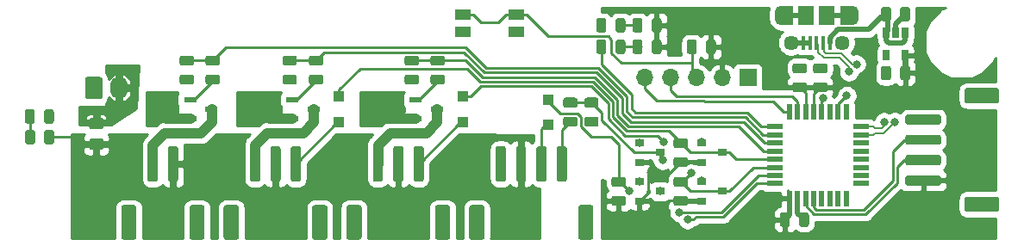
<source format=gbr>
G04 #@! TF.GenerationSoftware,KiCad,Pcbnew,(5.1.5)-3*
G04 #@! TF.CreationDate,2021-06-26T16:15:31-05:00*
G04 #@! TF.ProjectId,NevermoreController,4e657665-726d-46f7-9265-436f6e74726f,rev?*
G04 #@! TF.SameCoordinates,Original*
G04 #@! TF.FileFunction,Copper,L1,Top*
G04 #@! TF.FilePolarity,Positive*
%FSLAX46Y46*%
G04 Gerber Fmt 4.6, Leading zero omitted, Abs format (unit mm)*
G04 Created by KiCad (PCBNEW (5.1.5)-3) date 2021-06-26 16:15:31*
%MOMM*%
%LPD*%
G04 APERTURE LIST*
%ADD10R,1.000000X1.000000*%
%ADD11R,0.650000X1.060000*%
%ADD12C,0.100000*%
%ADD13R,0.900000X0.800000*%
%ADD14R,1.300000X0.600000*%
%ADD15R,0.550000X1.600000*%
%ADD16R,1.600000X0.550000*%
%ADD17O,1.700000X1.700000*%
%ADD18R,1.700000X1.700000*%
%ADD19R,1.550000X1.000000*%
%ADD20R,1.200000X1.900000*%
%ADD21O,1.200000X1.900000*%
%ADD22R,1.500000X1.900000*%
%ADD23C,1.450000*%
%ADD24R,0.400000X1.350000*%
%ADD25O,1.700000X2.200000*%
%ADD26C,0.800000*%
%ADD27C,0.250000*%
%ADD28C,0.500000*%
%ADD29C,1.000000*%
%ADD30C,0.200000*%
%ADD31C,0.254000*%
G04 APERTURE END LIST*
D10*
X134850000Y-85427500D03*
X134850000Y-87927500D03*
X147000000Y-85417500D03*
X147000000Y-87917500D03*
X155400000Y-85697500D03*
X155400000Y-88197500D03*
D11*
X190459000Y-81339000D03*
X188559000Y-81339000D03*
X188559000Y-79139000D03*
X189509000Y-79139000D03*
X190459000Y-79139000D03*
G04 #@! TA.AperFunction,SMDPad,CuDef*
D12*
G36*
X166305142Y-77701174D02*
G01*
X166328803Y-77704684D01*
X166352007Y-77710496D01*
X166374529Y-77718554D01*
X166396153Y-77728782D01*
X166416670Y-77741079D01*
X166435883Y-77755329D01*
X166453607Y-77771393D01*
X166469671Y-77789117D01*
X166483921Y-77808330D01*
X166496218Y-77828847D01*
X166506446Y-77850471D01*
X166514504Y-77872993D01*
X166520316Y-77896197D01*
X166523826Y-77919858D01*
X166525000Y-77943750D01*
X166525000Y-78856250D01*
X166523826Y-78880142D01*
X166520316Y-78903803D01*
X166514504Y-78927007D01*
X166506446Y-78949529D01*
X166496218Y-78971153D01*
X166483921Y-78991670D01*
X166469671Y-79010883D01*
X166453607Y-79028607D01*
X166435883Y-79044671D01*
X166416670Y-79058921D01*
X166396153Y-79071218D01*
X166374529Y-79081446D01*
X166352007Y-79089504D01*
X166328803Y-79095316D01*
X166305142Y-79098826D01*
X166281250Y-79100000D01*
X165793750Y-79100000D01*
X165769858Y-79098826D01*
X165746197Y-79095316D01*
X165722993Y-79089504D01*
X165700471Y-79081446D01*
X165678847Y-79071218D01*
X165658330Y-79058921D01*
X165639117Y-79044671D01*
X165621393Y-79028607D01*
X165605329Y-79010883D01*
X165591079Y-78991670D01*
X165578782Y-78971153D01*
X165568554Y-78949529D01*
X165560496Y-78927007D01*
X165554684Y-78903803D01*
X165551174Y-78880142D01*
X165550000Y-78856250D01*
X165550000Y-77943750D01*
X165551174Y-77919858D01*
X165554684Y-77896197D01*
X165560496Y-77872993D01*
X165568554Y-77850471D01*
X165578782Y-77828847D01*
X165591079Y-77808330D01*
X165605329Y-77789117D01*
X165621393Y-77771393D01*
X165639117Y-77755329D01*
X165658330Y-77741079D01*
X165678847Y-77728782D01*
X165700471Y-77718554D01*
X165722993Y-77710496D01*
X165746197Y-77704684D01*
X165769858Y-77701174D01*
X165793750Y-77700000D01*
X166281250Y-77700000D01*
X166305142Y-77701174D01*
G37*
G04 #@! TD.AperFunction*
G04 #@! TA.AperFunction,SMDPad,CuDef*
G36*
X164430142Y-77701174D02*
G01*
X164453803Y-77704684D01*
X164477007Y-77710496D01*
X164499529Y-77718554D01*
X164521153Y-77728782D01*
X164541670Y-77741079D01*
X164560883Y-77755329D01*
X164578607Y-77771393D01*
X164594671Y-77789117D01*
X164608921Y-77808330D01*
X164621218Y-77828847D01*
X164631446Y-77850471D01*
X164639504Y-77872993D01*
X164645316Y-77896197D01*
X164648826Y-77919858D01*
X164650000Y-77943750D01*
X164650000Y-78856250D01*
X164648826Y-78880142D01*
X164645316Y-78903803D01*
X164639504Y-78927007D01*
X164631446Y-78949529D01*
X164621218Y-78971153D01*
X164608921Y-78991670D01*
X164594671Y-79010883D01*
X164578607Y-79028607D01*
X164560883Y-79044671D01*
X164541670Y-79058921D01*
X164521153Y-79071218D01*
X164499529Y-79081446D01*
X164477007Y-79089504D01*
X164453803Y-79095316D01*
X164430142Y-79098826D01*
X164406250Y-79100000D01*
X163918750Y-79100000D01*
X163894858Y-79098826D01*
X163871197Y-79095316D01*
X163847993Y-79089504D01*
X163825471Y-79081446D01*
X163803847Y-79071218D01*
X163783330Y-79058921D01*
X163764117Y-79044671D01*
X163746393Y-79028607D01*
X163730329Y-79010883D01*
X163716079Y-78991670D01*
X163703782Y-78971153D01*
X163693554Y-78949529D01*
X163685496Y-78927007D01*
X163679684Y-78903803D01*
X163676174Y-78880142D01*
X163675000Y-78856250D01*
X163675000Y-77943750D01*
X163676174Y-77919858D01*
X163679684Y-77896197D01*
X163685496Y-77872993D01*
X163693554Y-77850471D01*
X163703782Y-77828847D01*
X163716079Y-77808330D01*
X163730329Y-77789117D01*
X163746393Y-77771393D01*
X163764117Y-77755329D01*
X163783330Y-77741079D01*
X163803847Y-77728782D01*
X163825471Y-77718554D01*
X163847993Y-77710496D01*
X163871197Y-77704684D01*
X163894858Y-77701174D01*
X163918750Y-77700000D01*
X164406250Y-77700000D01*
X164430142Y-77701174D01*
G37*
G04 #@! TD.AperFunction*
G04 #@! TA.AperFunction,SMDPad,CuDef*
G36*
X162749142Y-77701174D02*
G01*
X162772803Y-77704684D01*
X162796007Y-77710496D01*
X162818529Y-77718554D01*
X162840153Y-77728782D01*
X162860670Y-77741079D01*
X162879883Y-77755329D01*
X162897607Y-77771393D01*
X162913671Y-77789117D01*
X162927921Y-77808330D01*
X162940218Y-77828847D01*
X162950446Y-77850471D01*
X162958504Y-77872993D01*
X162964316Y-77896197D01*
X162967826Y-77919858D01*
X162969000Y-77943750D01*
X162969000Y-78856250D01*
X162967826Y-78880142D01*
X162964316Y-78903803D01*
X162958504Y-78927007D01*
X162950446Y-78949529D01*
X162940218Y-78971153D01*
X162927921Y-78991670D01*
X162913671Y-79010883D01*
X162897607Y-79028607D01*
X162879883Y-79044671D01*
X162860670Y-79058921D01*
X162840153Y-79071218D01*
X162818529Y-79081446D01*
X162796007Y-79089504D01*
X162772803Y-79095316D01*
X162749142Y-79098826D01*
X162725250Y-79100000D01*
X162237750Y-79100000D01*
X162213858Y-79098826D01*
X162190197Y-79095316D01*
X162166993Y-79089504D01*
X162144471Y-79081446D01*
X162122847Y-79071218D01*
X162102330Y-79058921D01*
X162083117Y-79044671D01*
X162065393Y-79028607D01*
X162049329Y-79010883D01*
X162035079Y-78991670D01*
X162022782Y-78971153D01*
X162012554Y-78949529D01*
X162004496Y-78927007D01*
X161998684Y-78903803D01*
X161995174Y-78880142D01*
X161994000Y-78856250D01*
X161994000Y-77943750D01*
X161995174Y-77919858D01*
X161998684Y-77896197D01*
X162004496Y-77872993D01*
X162012554Y-77850471D01*
X162022782Y-77828847D01*
X162035079Y-77808330D01*
X162049329Y-77789117D01*
X162065393Y-77771393D01*
X162083117Y-77755329D01*
X162102330Y-77741079D01*
X162122847Y-77728782D01*
X162144471Y-77718554D01*
X162166993Y-77710496D01*
X162190197Y-77704684D01*
X162213858Y-77701174D01*
X162237750Y-77700000D01*
X162725250Y-77700000D01*
X162749142Y-77701174D01*
G37*
G04 #@! TD.AperFunction*
G04 #@! TA.AperFunction,SMDPad,CuDef*
G36*
X160874142Y-77701174D02*
G01*
X160897803Y-77704684D01*
X160921007Y-77710496D01*
X160943529Y-77718554D01*
X160965153Y-77728782D01*
X160985670Y-77741079D01*
X161004883Y-77755329D01*
X161022607Y-77771393D01*
X161038671Y-77789117D01*
X161052921Y-77808330D01*
X161065218Y-77828847D01*
X161075446Y-77850471D01*
X161083504Y-77872993D01*
X161089316Y-77896197D01*
X161092826Y-77919858D01*
X161094000Y-77943750D01*
X161094000Y-78856250D01*
X161092826Y-78880142D01*
X161089316Y-78903803D01*
X161083504Y-78927007D01*
X161075446Y-78949529D01*
X161065218Y-78971153D01*
X161052921Y-78991670D01*
X161038671Y-79010883D01*
X161022607Y-79028607D01*
X161004883Y-79044671D01*
X160985670Y-79058921D01*
X160965153Y-79071218D01*
X160943529Y-79081446D01*
X160921007Y-79089504D01*
X160897803Y-79095316D01*
X160874142Y-79098826D01*
X160850250Y-79100000D01*
X160362750Y-79100000D01*
X160338858Y-79098826D01*
X160315197Y-79095316D01*
X160291993Y-79089504D01*
X160269471Y-79081446D01*
X160247847Y-79071218D01*
X160227330Y-79058921D01*
X160208117Y-79044671D01*
X160190393Y-79028607D01*
X160174329Y-79010883D01*
X160160079Y-78991670D01*
X160147782Y-78971153D01*
X160137554Y-78949529D01*
X160129496Y-78927007D01*
X160123684Y-78903803D01*
X160120174Y-78880142D01*
X160119000Y-78856250D01*
X160119000Y-77943750D01*
X160120174Y-77919858D01*
X160123684Y-77896197D01*
X160129496Y-77872993D01*
X160137554Y-77850471D01*
X160147782Y-77828847D01*
X160160079Y-77808330D01*
X160174329Y-77789117D01*
X160190393Y-77771393D01*
X160208117Y-77755329D01*
X160227330Y-77741079D01*
X160247847Y-77728782D01*
X160269471Y-77718554D01*
X160291993Y-77710496D01*
X160315197Y-77704684D01*
X160338858Y-77701174D01*
X160362750Y-77700000D01*
X160850250Y-77700000D01*
X160874142Y-77701174D01*
G37*
G04 #@! TD.AperFunction*
G04 #@! TA.AperFunction,SMDPad,CuDef*
G36*
X188839142Y-82401174D02*
G01*
X188862803Y-82404684D01*
X188886007Y-82410496D01*
X188908529Y-82418554D01*
X188930153Y-82428782D01*
X188950670Y-82441079D01*
X188969883Y-82455329D01*
X188987607Y-82471393D01*
X189003671Y-82489117D01*
X189017921Y-82508330D01*
X189030218Y-82528847D01*
X189040446Y-82550471D01*
X189048504Y-82572993D01*
X189054316Y-82596197D01*
X189057826Y-82619858D01*
X189059000Y-82643750D01*
X189059000Y-83556250D01*
X189057826Y-83580142D01*
X189054316Y-83603803D01*
X189048504Y-83627007D01*
X189040446Y-83649529D01*
X189030218Y-83671153D01*
X189017921Y-83691670D01*
X189003671Y-83710883D01*
X188987607Y-83728607D01*
X188969883Y-83744671D01*
X188950670Y-83758921D01*
X188930153Y-83771218D01*
X188908529Y-83781446D01*
X188886007Y-83789504D01*
X188862803Y-83795316D01*
X188839142Y-83798826D01*
X188815250Y-83800000D01*
X188327750Y-83800000D01*
X188303858Y-83798826D01*
X188280197Y-83795316D01*
X188256993Y-83789504D01*
X188234471Y-83781446D01*
X188212847Y-83771218D01*
X188192330Y-83758921D01*
X188173117Y-83744671D01*
X188155393Y-83728607D01*
X188139329Y-83710883D01*
X188125079Y-83691670D01*
X188112782Y-83671153D01*
X188102554Y-83649529D01*
X188094496Y-83627007D01*
X188088684Y-83603803D01*
X188085174Y-83580142D01*
X188084000Y-83556250D01*
X188084000Y-82643750D01*
X188085174Y-82619858D01*
X188088684Y-82596197D01*
X188094496Y-82572993D01*
X188102554Y-82550471D01*
X188112782Y-82528847D01*
X188125079Y-82508330D01*
X188139329Y-82489117D01*
X188155393Y-82471393D01*
X188173117Y-82455329D01*
X188192330Y-82441079D01*
X188212847Y-82428782D01*
X188234471Y-82418554D01*
X188256993Y-82410496D01*
X188280197Y-82404684D01*
X188303858Y-82401174D01*
X188327750Y-82400000D01*
X188815250Y-82400000D01*
X188839142Y-82401174D01*
G37*
G04 #@! TD.AperFunction*
G04 #@! TA.AperFunction,SMDPad,CuDef*
G36*
X190714142Y-82401174D02*
G01*
X190737803Y-82404684D01*
X190761007Y-82410496D01*
X190783529Y-82418554D01*
X190805153Y-82428782D01*
X190825670Y-82441079D01*
X190844883Y-82455329D01*
X190862607Y-82471393D01*
X190878671Y-82489117D01*
X190892921Y-82508330D01*
X190905218Y-82528847D01*
X190915446Y-82550471D01*
X190923504Y-82572993D01*
X190929316Y-82596197D01*
X190932826Y-82619858D01*
X190934000Y-82643750D01*
X190934000Y-83556250D01*
X190932826Y-83580142D01*
X190929316Y-83603803D01*
X190923504Y-83627007D01*
X190915446Y-83649529D01*
X190905218Y-83671153D01*
X190892921Y-83691670D01*
X190878671Y-83710883D01*
X190862607Y-83728607D01*
X190844883Y-83744671D01*
X190825670Y-83758921D01*
X190805153Y-83771218D01*
X190783529Y-83781446D01*
X190761007Y-83789504D01*
X190737803Y-83795316D01*
X190714142Y-83798826D01*
X190690250Y-83800000D01*
X190202750Y-83800000D01*
X190178858Y-83798826D01*
X190155197Y-83795316D01*
X190131993Y-83789504D01*
X190109471Y-83781446D01*
X190087847Y-83771218D01*
X190067330Y-83758921D01*
X190048117Y-83744671D01*
X190030393Y-83728607D01*
X190014329Y-83710883D01*
X190000079Y-83691670D01*
X189987782Y-83671153D01*
X189977554Y-83649529D01*
X189969496Y-83627007D01*
X189963684Y-83603803D01*
X189960174Y-83580142D01*
X189959000Y-83556250D01*
X189959000Y-82643750D01*
X189960174Y-82619858D01*
X189963684Y-82596197D01*
X189969496Y-82572993D01*
X189977554Y-82550471D01*
X189987782Y-82528847D01*
X190000079Y-82508330D01*
X190014329Y-82489117D01*
X190030393Y-82471393D01*
X190048117Y-82455329D01*
X190067330Y-82441079D01*
X190087847Y-82428782D01*
X190109471Y-82418554D01*
X190131993Y-82410496D01*
X190155197Y-82404684D01*
X190178858Y-82401174D01*
X190202750Y-82400000D01*
X190690250Y-82400000D01*
X190714142Y-82401174D01*
G37*
G04 #@! TD.AperFunction*
G04 #@! TA.AperFunction,SMDPad,CuDef*
G36*
X190714142Y-76601174D02*
G01*
X190737803Y-76604684D01*
X190761007Y-76610496D01*
X190783529Y-76618554D01*
X190805153Y-76628782D01*
X190825670Y-76641079D01*
X190844883Y-76655329D01*
X190862607Y-76671393D01*
X190878671Y-76689117D01*
X190892921Y-76708330D01*
X190905218Y-76728847D01*
X190915446Y-76750471D01*
X190923504Y-76772993D01*
X190929316Y-76796197D01*
X190932826Y-76819858D01*
X190934000Y-76843750D01*
X190934000Y-77756250D01*
X190932826Y-77780142D01*
X190929316Y-77803803D01*
X190923504Y-77827007D01*
X190915446Y-77849529D01*
X190905218Y-77871153D01*
X190892921Y-77891670D01*
X190878671Y-77910883D01*
X190862607Y-77928607D01*
X190844883Y-77944671D01*
X190825670Y-77958921D01*
X190805153Y-77971218D01*
X190783529Y-77981446D01*
X190761007Y-77989504D01*
X190737803Y-77995316D01*
X190714142Y-77998826D01*
X190690250Y-78000000D01*
X190202750Y-78000000D01*
X190178858Y-77998826D01*
X190155197Y-77995316D01*
X190131993Y-77989504D01*
X190109471Y-77981446D01*
X190087847Y-77971218D01*
X190067330Y-77958921D01*
X190048117Y-77944671D01*
X190030393Y-77928607D01*
X190014329Y-77910883D01*
X190000079Y-77891670D01*
X189987782Y-77871153D01*
X189977554Y-77849529D01*
X189969496Y-77827007D01*
X189963684Y-77803803D01*
X189960174Y-77780142D01*
X189959000Y-77756250D01*
X189959000Y-76843750D01*
X189960174Y-76819858D01*
X189963684Y-76796197D01*
X189969496Y-76772993D01*
X189977554Y-76750471D01*
X189987782Y-76728847D01*
X190000079Y-76708330D01*
X190014329Y-76689117D01*
X190030393Y-76671393D01*
X190048117Y-76655329D01*
X190067330Y-76641079D01*
X190087847Y-76628782D01*
X190109471Y-76618554D01*
X190131993Y-76610496D01*
X190155197Y-76604684D01*
X190178858Y-76601174D01*
X190202750Y-76600000D01*
X190690250Y-76600000D01*
X190714142Y-76601174D01*
G37*
G04 #@! TD.AperFunction*
G04 #@! TA.AperFunction,SMDPad,CuDef*
G36*
X188839142Y-76601174D02*
G01*
X188862803Y-76604684D01*
X188886007Y-76610496D01*
X188908529Y-76618554D01*
X188930153Y-76628782D01*
X188950670Y-76641079D01*
X188969883Y-76655329D01*
X188987607Y-76671393D01*
X189003671Y-76689117D01*
X189017921Y-76708330D01*
X189030218Y-76728847D01*
X189040446Y-76750471D01*
X189048504Y-76772993D01*
X189054316Y-76796197D01*
X189057826Y-76819858D01*
X189059000Y-76843750D01*
X189059000Y-77756250D01*
X189057826Y-77780142D01*
X189054316Y-77803803D01*
X189048504Y-77827007D01*
X189040446Y-77849529D01*
X189030218Y-77871153D01*
X189017921Y-77891670D01*
X189003671Y-77910883D01*
X188987607Y-77928607D01*
X188969883Y-77944671D01*
X188950670Y-77958921D01*
X188930153Y-77971218D01*
X188908529Y-77981446D01*
X188886007Y-77989504D01*
X188862803Y-77995316D01*
X188839142Y-77998826D01*
X188815250Y-78000000D01*
X188327750Y-78000000D01*
X188303858Y-77998826D01*
X188280197Y-77995316D01*
X188256993Y-77989504D01*
X188234471Y-77981446D01*
X188212847Y-77971218D01*
X188192330Y-77958921D01*
X188173117Y-77944671D01*
X188155393Y-77928607D01*
X188139329Y-77910883D01*
X188125079Y-77891670D01*
X188112782Y-77871153D01*
X188102554Y-77849529D01*
X188094496Y-77827007D01*
X188088684Y-77803803D01*
X188085174Y-77780142D01*
X188084000Y-77756250D01*
X188084000Y-76843750D01*
X188085174Y-76819858D01*
X188088684Y-76796197D01*
X188094496Y-76772993D01*
X188102554Y-76750471D01*
X188112782Y-76728847D01*
X188125079Y-76708330D01*
X188139329Y-76689117D01*
X188155393Y-76671393D01*
X188173117Y-76655329D01*
X188192330Y-76641079D01*
X188212847Y-76628782D01*
X188234471Y-76618554D01*
X188256993Y-76610496D01*
X188280197Y-76604684D01*
X188303858Y-76601174D01*
X188327750Y-76600000D01*
X188815250Y-76600000D01*
X188839142Y-76601174D01*
G37*
G04 #@! TD.AperFunction*
G04 #@! TA.AperFunction,SMDPad,CuDef*
G36*
X169764142Y-79819174D02*
G01*
X169787803Y-79822684D01*
X169811007Y-79828496D01*
X169833529Y-79836554D01*
X169855153Y-79846782D01*
X169875670Y-79859079D01*
X169894883Y-79873329D01*
X169912607Y-79889393D01*
X169928671Y-79907117D01*
X169942921Y-79926330D01*
X169955218Y-79946847D01*
X169965446Y-79968471D01*
X169973504Y-79990993D01*
X169979316Y-80014197D01*
X169982826Y-80037858D01*
X169984000Y-80061750D01*
X169984000Y-80974250D01*
X169982826Y-80998142D01*
X169979316Y-81021803D01*
X169973504Y-81045007D01*
X169965446Y-81067529D01*
X169955218Y-81089153D01*
X169942921Y-81109670D01*
X169928671Y-81128883D01*
X169912607Y-81146607D01*
X169894883Y-81162671D01*
X169875670Y-81176921D01*
X169855153Y-81189218D01*
X169833529Y-81199446D01*
X169811007Y-81207504D01*
X169787803Y-81213316D01*
X169764142Y-81216826D01*
X169740250Y-81218000D01*
X169252750Y-81218000D01*
X169228858Y-81216826D01*
X169205197Y-81213316D01*
X169181993Y-81207504D01*
X169159471Y-81199446D01*
X169137847Y-81189218D01*
X169117330Y-81176921D01*
X169098117Y-81162671D01*
X169080393Y-81146607D01*
X169064329Y-81128883D01*
X169050079Y-81109670D01*
X169037782Y-81089153D01*
X169027554Y-81067529D01*
X169019496Y-81045007D01*
X169013684Y-81021803D01*
X169010174Y-80998142D01*
X169009000Y-80974250D01*
X169009000Y-80061750D01*
X169010174Y-80037858D01*
X169013684Y-80014197D01*
X169019496Y-79990993D01*
X169027554Y-79968471D01*
X169037782Y-79946847D01*
X169050079Y-79926330D01*
X169064329Y-79907117D01*
X169080393Y-79889393D01*
X169098117Y-79873329D01*
X169117330Y-79859079D01*
X169137847Y-79846782D01*
X169159471Y-79836554D01*
X169181993Y-79828496D01*
X169205197Y-79822684D01*
X169228858Y-79819174D01*
X169252750Y-79818000D01*
X169740250Y-79818000D01*
X169764142Y-79819174D01*
G37*
G04 #@! TD.AperFunction*
G04 #@! TA.AperFunction,SMDPad,CuDef*
G36*
X171639142Y-79819174D02*
G01*
X171662803Y-79822684D01*
X171686007Y-79828496D01*
X171708529Y-79836554D01*
X171730153Y-79846782D01*
X171750670Y-79859079D01*
X171769883Y-79873329D01*
X171787607Y-79889393D01*
X171803671Y-79907117D01*
X171817921Y-79926330D01*
X171830218Y-79946847D01*
X171840446Y-79968471D01*
X171848504Y-79990993D01*
X171854316Y-80014197D01*
X171857826Y-80037858D01*
X171859000Y-80061750D01*
X171859000Y-80974250D01*
X171857826Y-80998142D01*
X171854316Y-81021803D01*
X171848504Y-81045007D01*
X171840446Y-81067529D01*
X171830218Y-81089153D01*
X171817921Y-81109670D01*
X171803671Y-81128883D01*
X171787607Y-81146607D01*
X171769883Y-81162671D01*
X171750670Y-81176921D01*
X171730153Y-81189218D01*
X171708529Y-81199446D01*
X171686007Y-81207504D01*
X171662803Y-81213316D01*
X171639142Y-81216826D01*
X171615250Y-81218000D01*
X171127750Y-81218000D01*
X171103858Y-81216826D01*
X171080197Y-81213316D01*
X171056993Y-81207504D01*
X171034471Y-81199446D01*
X171012847Y-81189218D01*
X170992330Y-81176921D01*
X170973117Y-81162671D01*
X170955393Y-81146607D01*
X170939329Y-81128883D01*
X170925079Y-81109670D01*
X170912782Y-81089153D01*
X170902554Y-81067529D01*
X170894496Y-81045007D01*
X170888684Y-81021803D01*
X170885174Y-80998142D01*
X170884000Y-80974250D01*
X170884000Y-80061750D01*
X170885174Y-80037858D01*
X170888684Y-80014197D01*
X170894496Y-79990993D01*
X170902554Y-79968471D01*
X170912782Y-79946847D01*
X170925079Y-79926330D01*
X170939329Y-79907117D01*
X170955393Y-79889393D01*
X170973117Y-79873329D01*
X170992330Y-79859079D01*
X171012847Y-79846782D01*
X171034471Y-79836554D01*
X171056993Y-79828496D01*
X171080197Y-79822684D01*
X171103858Y-79819174D01*
X171127750Y-79818000D01*
X171615250Y-79818000D01*
X171639142Y-79819174D01*
G37*
G04 #@! TD.AperFunction*
G04 #@! TA.AperFunction,SMDPad,CuDef*
G36*
X180566142Y-82142174D02*
G01*
X180589803Y-82145684D01*
X180613007Y-82151496D01*
X180635529Y-82159554D01*
X180657153Y-82169782D01*
X180677670Y-82182079D01*
X180696883Y-82196329D01*
X180714607Y-82212393D01*
X180730671Y-82230117D01*
X180744921Y-82249330D01*
X180757218Y-82269847D01*
X180767446Y-82291471D01*
X180775504Y-82313993D01*
X180781316Y-82337197D01*
X180784826Y-82360858D01*
X180786000Y-82384750D01*
X180786000Y-82872250D01*
X180784826Y-82896142D01*
X180781316Y-82919803D01*
X180775504Y-82943007D01*
X180767446Y-82965529D01*
X180757218Y-82987153D01*
X180744921Y-83007670D01*
X180730671Y-83026883D01*
X180714607Y-83044607D01*
X180696883Y-83060671D01*
X180677670Y-83074921D01*
X180657153Y-83087218D01*
X180635529Y-83097446D01*
X180613007Y-83105504D01*
X180589803Y-83111316D01*
X180566142Y-83114826D01*
X180542250Y-83116000D01*
X179629750Y-83116000D01*
X179605858Y-83114826D01*
X179582197Y-83111316D01*
X179558993Y-83105504D01*
X179536471Y-83097446D01*
X179514847Y-83087218D01*
X179494330Y-83074921D01*
X179475117Y-83060671D01*
X179457393Y-83044607D01*
X179441329Y-83026883D01*
X179427079Y-83007670D01*
X179414782Y-82987153D01*
X179404554Y-82965529D01*
X179396496Y-82943007D01*
X179390684Y-82919803D01*
X179387174Y-82896142D01*
X179386000Y-82872250D01*
X179386000Y-82384750D01*
X179387174Y-82360858D01*
X179390684Y-82337197D01*
X179396496Y-82313993D01*
X179404554Y-82291471D01*
X179414782Y-82269847D01*
X179427079Y-82249330D01*
X179441329Y-82230117D01*
X179457393Y-82212393D01*
X179475117Y-82196329D01*
X179494330Y-82182079D01*
X179514847Y-82169782D01*
X179536471Y-82159554D01*
X179558993Y-82151496D01*
X179582197Y-82145684D01*
X179605858Y-82142174D01*
X179629750Y-82141000D01*
X180542250Y-82141000D01*
X180566142Y-82142174D01*
G37*
G04 #@! TD.AperFunction*
G04 #@! TA.AperFunction,SMDPad,CuDef*
G36*
X180566142Y-84017174D02*
G01*
X180589803Y-84020684D01*
X180613007Y-84026496D01*
X180635529Y-84034554D01*
X180657153Y-84044782D01*
X180677670Y-84057079D01*
X180696883Y-84071329D01*
X180714607Y-84087393D01*
X180730671Y-84105117D01*
X180744921Y-84124330D01*
X180757218Y-84144847D01*
X180767446Y-84166471D01*
X180775504Y-84188993D01*
X180781316Y-84212197D01*
X180784826Y-84235858D01*
X180786000Y-84259750D01*
X180786000Y-84747250D01*
X180784826Y-84771142D01*
X180781316Y-84794803D01*
X180775504Y-84818007D01*
X180767446Y-84840529D01*
X180757218Y-84862153D01*
X180744921Y-84882670D01*
X180730671Y-84901883D01*
X180714607Y-84919607D01*
X180696883Y-84935671D01*
X180677670Y-84949921D01*
X180657153Y-84962218D01*
X180635529Y-84972446D01*
X180613007Y-84980504D01*
X180589803Y-84986316D01*
X180566142Y-84989826D01*
X180542250Y-84991000D01*
X179629750Y-84991000D01*
X179605858Y-84989826D01*
X179582197Y-84986316D01*
X179558993Y-84980504D01*
X179536471Y-84972446D01*
X179514847Y-84962218D01*
X179494330Y-84949921D01*
X179475117Y-84935671D01*
X179457393Y-84919607D01*
X179441329Y-84901883D01*
X179427079Y-84882670D01*
X179414782Y-84862153D01*
X179404554Y-84840529D01*
X179396496Y-84818007D01*
X179390684Y-84794803D01*
X179387174Y-84771142D01*
X179386000Y-84747250D01*
X179386000Y-84259750D01*
X179387174Y-84235858D01*
X179390684Y-84212197D01*
X179396496Y-84188993D01*
X179404554Y-84166471D01*
X179414782Y-84144847D01*
X179427079Y-84124330D01*
X179441329Y-84105117D01*
X179457393Y-84087393D01*
X179475117Y-84071329D01*
X179494330Y-84057079D01*
X179514847Y-84044782D01*
X179536471Y-84034554D01*
X179558993Y-84026496D01*
X179582197Y-84020684D01*
X179605858Y-84017174D01*
X179629750Y-84016000D01*
X180542250Y-84016000D01*
X180566142Y-84017174D01*
G37*
G04 #@! TD.AperFunction*
G04 #@! TA.AperFunction,SMDPad,CuDef*
G36*
X166305142Y-79819174D02*
G01*
X166328803Y-79822684D01*
X166352007Y-79828496D01*
X166374529Y-79836554D01*
X166396153Y-79846782D01*
X166416670Y-79859079D01*
X166435883Y-79873329D01*
X166453607Y-79889393D01*
X166469671Y-79907117D01*
X166483921Y-79926330D01*
X166496218Y-79946847D01*
X166506446Y-79968471D01*
X166514504Y-79990993D01*
X166520316Y-80014197D01*
X166523826Y-80037858D01*
X166525000Y-80061750D01*
X166525000Y-80974250D01*
X166523826Y-80998142D01*
X166520316Y-81021803D01*
X166514504Y-81045007D01*
X166506446Y-81067529D01*
X166496218Y-81089153D01*
X166483921Y-81109670D01*
X166469671Y-81128883D01*
X166453607Y-81146607D01*
X166435883Y-81162671D01*
X166416670Y-81176921D01*
X166396153Y-81189218D01*
X166374529Y-81199446D01*
X166352007Y-81207504D01*
X166328803Y-81213316D01*
X166305142Y-81216826D01*
X166281250Y-81218000D01*
X165793750Y-81218000D01*
X165769858Y-81216826D01*
X165746197Y-81213316D01*
X165722993Y-81207504D01*
X165700471Y-81199446D01*
X165678847Y-81189218D01*
X165658330Y-81176921D01*
X165639117Y-81162671D01*
X165621393Y-81146607D01*
X165605329Y-81128883D01*
X165591079Y-81109670D01*
X165578782Y-81089153D01*
X165568554Y-81067529D01*
X165560496Y-81045007D01*
X165554684Y-81021803D01*
X165551174Y-80998142D01*
X165550000Y-80974250D01*
X165550000Y-80061750D01*
X165551174Y-80037858D01*
X165554684Y-80014197D01*
X165560496Y-79990993D01*
X165568554Y-79968471D01*
X165578782Y-79946847D01*
X165591079Y-79926330D01*
X165605329Y-79907117D01*
X165621393Y-79889393D01*
X165639117Y-79873329D01*
X165658330Y-79859079D01*
X165678847Y-79846782D01*
X165700471Y-79836554D01*
X165722993Y-79828496D01*
X165746197Y-79822684D01*
X165769858Y-79819174D01*
X165793750Y-79818000D01*
X166281250Y-79818000D01*
X166305142Y-79819174D01*
G37*
G04 #@! TD.AperFunction*
G04 #@! TA.AperFunction,SMDPad,CuDef*
G36*
X164430142Y-79819174D02*
G01*
X164453803Y-79822684D01*
X164477007Y-79828496D01*
X164499529Y-79836554D01*
X164521153Y-79846782D01*
X164541670Y-79859079D01*
X164560883Y-79873329D01*
X164578607Y-79889393D01*
X164594671Y-79907117D01*
X164608921Y-79926330D01*
X164621218Y-79946847D01*
X164631446Y-79968471D01*
X164639504Y-79990993D01*
X164645316Y-80014197D01*
X164648826Y-80037858D01*
X164650000Y-80061750D01*
X164650000Y-80974250D01*
X164648826Y-80998142D01*
X164645316Y-81021803D01*
X164639504Y-81045007D01*
X164631446Y-81067529D01*
X164621218Y-81089153D01*
X164608921Y-81109670D01*
X164594671Y-81128883D01*
X164578607Y-81146607D01*
X164560883Y-81162671D01*
X164541670Y-81176921D01*
X164521153Y-81189218D01*
X164499529Y-81199446D01*
X164477007Y-81207504D01*
X164453803Y-81213316D01*
X164430142Y-81216826D01*
X164406250Y-81218000D01*
X163918750Y-81218000D01*
X163894858Y-81216826D01*
X163871197Y-81213316D01*
X163847993Y-81207504D01*
X163825471Y-81199446D01*
X163803847Y-81189218D01*
X163783330Y-81176921D01*
X163764117Y-81162671D01*
X163746393Y-81146607D01*
X163730329Y-81128883D01*
X163716079Y-81109670D01*
X163703782Y-81089153D01*
X163693554Y-81067529D01*
X163685496Y-81045007D01*
X163679684Y-81021803D01*
X163676174Y-80998142D01*
X163675000Y-80974250D01*
X163675000Y-80061750D01*
X163676174Y-80037858D01*
X163679684Y-80014197D01*
X163685496Y-79990993D01*
X163693554Y-79968471D01*
X163703782Y-79946847D01*
X163716079Y-79926330D01*
X163730329Y-79907117D01*
X163746393Y-79889393D01*
X163764117Y-79873329D01*
X163783330Y-79859079D01*
X163803847Y-79846782D01*
X163825471Y-79836554D01*
X163847993Y-79828496D01*
X163871197Y-79822684D01*
X163894858Y-79819174D01*
X163918750Y-79818000D01*
X164406250Y-79818000D01*
X164430142Y-79819174D01*
G37*
G04 #@! TD.AperFunction*
G04 #@! TA.AperFunction,SMDPad,CuDef*
G36*
X106635142Y-88709174D02*
G01*
X106658803Y-88712684D01*
X106682007Y-88718496D01*
X106704529Y-88726554D01*
X106726153Y-88736782D01*
X106746670Y-88749079D01*
X106765883Y-88763329D01*
X106783607Y-88779393D01*
X106799671Y-88797117D01*
X106813921Y-88816330D01*
X106826218Y-88836847D01*
X106836446Y-88858471D01*
X106844504Y-88880993D01*
X106850316Y-88904197D01*
X106853826Y-88927858D01*
X106855000Y-88951750D01*
X106855000Y-89864250D01*
X106853826Y-89888142D01*
X106850316Y-89911803D01*
X106844504Y-89935007D01*
X106836446Y-89957529D01*
X106826218Y-89979153D01*
X106813921Y-89999670D01*
X106799671Y-90018883D01*
X106783607Y-90036607D01*
X106765883Y-90052671D01*
X106746670Y-90066921D01*
X106726153Y-90079218D01*
X106704529Y-90089446D01*
X106682007Y-90097504D01*
X106658803Y-90103316D01*
X106635142Y-90106826D01*
X106611250Y-90108000D01*
X106123750Y-90108000D01*
X106099858Y-90106826D01*
X106076197Y-90103316D01*
X106052993Y-90097504D01*
X106030471Y-90089446D01*
X106008847Y-90079218D01*
X105988330Y-90066921D01*
X105969117Y-90052671D01*
X105951393Y-90036607D01*
X105935329Y-90018883D01*
X105921079Y-89999670D01*
X105908782Y-89979153D01*
X105898554Y-89957529D01*
X105890496Y-89935007D01*
X105884684Y-89911803D01*
X105881174Y-89888142D01*
X105880000Y-89864250D01*
X105880000Y-88951750D01*
X105881174Y-88927858D01*
X105884684Y-88904197D01*
X105890496Y-88880993D01*
X105898554Y-88858471D01*
X105908782Y-88836847D01*
X105921079Y-88816330D01*
X105935329Y-88797117D01*
X105951393Y-88779393D01*
X105969117Y-88763329D01*
X105988330Y-88749079D01*
X106008847Y-88736782D01*
X106030471Y-88726554D01*
X106052993Y-88718496D01*
X106076197Y-88712684D01*
X106099858Y-88709174D01*
X106123750Y-88708000D01*
X106611250Y-88708000D01*
X106635142Y-88709174D01*
G37*
G04 #@! TD.AperFunction*
G04 #@! TA.AperFunction,SMDPad,CuDef*
G36*
X104760142Y-88709174D02*
G01*
X104783803Y-88712684D01*
X104807007Y-88718496D01*
X104829529Y-88726554D01*
X104851153Y-88736782D01*
X104871670Y-88749079D01*
X104890883Y-88763329D01*
X104908607Y-88779393D01*
X104924671Y-88797117D01*
X104938921Y-88816330D01*
X104951218Y-88836847D01*
X104961446Y-88858471D01*
X104969504Y-88880993D01*
X104975316Y-88904197D01*
X104978826Y-88927858D01*
X104980000Y-88951750D01*
X104980000Y-89864250D01*
X104978826Y-89888142D01*
X104975316Y-89911803D01*
X104969504Y-89935007D01*
X104961446Y-89957529D01*
X104951218Y-89979153D01*
X104938921Y-89999670D01*
X104924671Y-90018883D01*
X104908607Y-90036607D01*
X104890883Y-90052671D01*
X104871670Y-90066921D01*
X104851153Y-90079218D01*
X104829529Y-90089446D01*
X104807007Y-90097504D01*
X104783803Y-90103316D01*
X104760142Y-90106826D01*
X104736250Y-90108000D01*
X104248750Y-90108000D01*
X104224858Y-90106826D01*
X104201197Y-90103316D01*
X104177993Y-90097504D01*
X104155471Y-90089446D01*
X104133847Y-90079218D01*
X104113330Y-90066921D01*
X104094117Y-90052671D01*
X104076393Y-90036607D01*
X104060329Y-90018883D01*
X104046079Y-89999670D01*
X104033782Y-89979153D01*
X104023554Y-89957529D01*
X104015496Y-89935007D01*
X104009684Y-89911803D01*
X104006174Y-89888142D01*
X104005000Y-89864250D01*
X104005000Y-88951750D01*
X104006174Y-88927858D01*
X104009684Y-88904197D01*
X104015496Y-88880993D01*
X104023554Y-88858471D01*
X104033782Y-88836847D01*
X104046079Y-88816330D01*
X104060329Y-88797117D01*
X104076393Y-88779393D01*
X104094117Y-88763329D01*
X104113330Y-88749079D01*
X104133847Y-88736782D01*
X104155471Y-88726554D01*
X104177993Y-88718496D01*
X104201197Y-88712684D01*
X104224858Y-88709174D01*
X104248750Y-88708000D01*
X104736250Y-88708000D01*
X104760142Y-88709174D01*
G37*
G04 #@! TD.AperFunction*
G04 #@! TA.AperFunction,SMDPad,CuDef*
G36*
X162749142Y-79819174D02*
G01*
X162772803Y-79822684D01*
X162796007Y-79828496D01*
X162818529Y-79836554D01*
X162840153Y-79846782D01*
X162860670Y-79859079D01*
X162879883Y-79873329D01*
X162897607Y-79889393D01*
X162913671Y-79907117D01*
X162927921Y-79926330D01*
X162940218Y-79946847D01*
X162950446Y-79968471D01*
X162958504Y-79990993D01*
X162964316Y-80014197D01*
X162967826Y-80037858D01*
X162969000Y-80061750D01*
X162969000Y-80974250D01*
X162967826Y-80998142D01*
X162964316Y-81021803D01*
X162958504Y-81045007D01*
X162950446Y-81067529D01*
X162940218Y-81089153D01*
X162927921Y-81109670D01*
X162913671Y-81128883D01*
X162897607Y-81146607D01*
X162879883Y-81162671D01*
X162860670Y-81176921D01*
X162840153Y-81189218D01*
X162818529Y-81199446D01*
X162796007Y-81207504D01*
X162772803Y-81213316D01*
X162749142Y-81216826D01*
X162725250Y-81218000D01*
X162237750Y-81218000D01*
X162213858Y-81216826D01*
X162190197Y-81213316D01*
X162166993Y-81207504D01*
X162144471Y-81199446D01*
X162122847Y-81189218D01*
X162102330Y-81176921D01*
X162083117Y-81162671D01*
X162065393Y-81146607D01*
X162049329Y-81128883D01*
X162035079Y-81109670D01*
X162022782Y-81089153D01*
X162012554Y-81067529D01*
X162004496Y-81045007D01*
X161998684Y-81021803D01*
X161995174Y-80998142D01*
X161994000Y-80974250D01*
X161994000Y-80061750D01*
X161995174Y-80037858D01*
X161998684Y-80014197D01*
X162004496Y-79990993D01*
X162012554Y-79968471D01*
X162022782Y-79946847D01*
X162035079Y-79926330D01*
X162049329Y-79907117D01*
X162065393Y-79889393D01*
X162083117Y-79873329D01*
X162102330Y-79859079D01*
X162122847Y-79846782D01*
X162144471Y-79836554D01*
X162166993Y-79828496D01*
X162190197Y-79822684D01*
X162213858Y-79819174D01*
X162237750Y-79818000D01*
X162725250Y-79818000D01*
X162749142Y-79819174D01*
G37*
G04 #@! TD.AperFunction*
G04 #@! TA.AperFunction,SMDPad,CuDef*
G36*
X160874142Y-79819174D02*
G01*
X160897803Y-79822684D01*
X160921007Y-79828496D01*
X160943529Y-79836554D01*
X160965153Y-79846782D01*
X160985670Y-79859079D01*
X161004883Y-79873329D01*
X161022607Y-79889393D01*
X161038671Y-79907117D01*
X161052921Y-79926330D01*
X161065218Y-79946847D01*
X161075446Y-79968471D01*
X161083504Y-79990993D01*
X161089316Y-80014197D01*
X161092826Y-80037858D01*
X161094000Y-80061750D01*
X161094000Y-80974250D01*
X161092826Y-80998142D01*
X161089316Y-81021803D01*
X161083504Y-81045007D01*
X161075446Y-81067529D01*
X161065218Y-81089153D01*
X161052921Y-81109670D01*
X161038671Y-81128883D01*
X161022607Y-81146607D01*
X161004883Y-81162671D01*
X160985670Y-81176921D01*
X160965153Y-81189218D01*
X160943529Y-81199446D01*
X160921007Y-81207504D01*
X160897803Y-81213316D01*
X160874142Y-81216826D01*
X160850250Y-81218000D01*
X160362750Y-81218000D01*
X160338858Y-81216826D01*
X160315197Y-81213316D01*
X160291993Y-81207504D01*
X160269471Y-81199446D01*
X160247847Y-81189218D01*
X160227330Y-81176921D01*
X160208117Y-81162671D01*
X160190393Y-81146607D01*
X160174329Y-81128883D01*
X160160079Y-81109670D01*
X160147782Y-81089153D01*
X160137554Y-81067529D01*
X160129496Y-81045007D01*
X160123684Y-81021803D01*
X160120174Y-80998142D01*
X160119000Y-80974250D01*
X160119000Y-80061750D01*
X160120174Y-80037858D01*
X160123684Y-80014197D01*
X160129496Y-79990993D01*
X160137554Y-79968471D01*
X160147782Y-79946847D01*
X160160079Y-79926330D01*
X160174329Y-79907117D01*
X160190393Y-79889393D01*
X160208117Y-79873329D01*
X160227330Y-79859079D01*
X160247847Y-79846782D01*
X160269471Y-79836554D01*
X160291993Y-79828496D01*
X160315197Y-79822684D01*
X160338858Y-79819174D01*
X160362750Y-79818000D01*
X160850250Y-79818000D01*
X160874142Y-79819174D01*
G37*
G04 #@! TD.AperFunction*
G04 #@! TA.AperFunction,SMDPad,CuDef*
G36*
X104740142Y-86677174D02*
G01*
X104763803Y-86680684D01*
X104787007Y-86686496D01*
X104809529Y-86694554D01*
X104831153Y-86704782D01*
X104851670Y-86717079D01*
X104870883Y-86731329D01*
X104888607Y-86747393D01*
X104904671Y-86765117D01*
X104918921Y-86784330D01*
X104931218Y-86804847D01*
X104941446Y-86826471D01*
X104949504Y-86848993D01*
X104955316Y-86872197D01*
X104958826Y-86895858D01*
X104960000Y-86919750D01*
X104960000Y-87832250D01*
X104958826Y-87856142D01*
X104955316Y-87879803D01*
X104949504Y-87903007D01*
X104941446Y-87925529D01*
X104931218Y-87947153D01*
X104918921Y-87967670D01*
X104904671Y-87986883D01*
X104888607Y-88004607D01*
X104870883Y-88020671D01*
X104851670Y-88034921D01*
X104831153Y-88047218D01*
X104809529Y-88057446D01*
X104787007Y-88065504D01*
X104763803Y-88071316D01*
X104740142Y-88074826D01*
X104716250Y-88076000D01*
X104228750Y-88076000D01*
X104204858Y-88074826D01*
X104181197Y-88071316D01*
X104157993Y-88065504D01*
X104135471Y-88057446D01*
X104113847Y-88047218D01*
X104093330Y-88034921D01*
X104074117Y-88020671D01*
X104056393Y-88004607D01*
X104040329Y-87986883D01*
X104026079Y-87967670D01*
X104013782Y-87947153D01*
X104003554Y-87925529D01*
X103995496Y-87903007D01*
X103989684Y-87879803D01*
X103986174Y-87856142D01*
X103985000Y-87832250D01*
X103985000Y-86919750D01*
X103986174Y-86895858D01*
X103989684Y-86872197D01*
X103995496Y-86848993D01*
X104003554Y-86826471D01*
X104013782Y-86804847D01*
X104026079Y-86784330D01*
X104040329Y-86765117D01*
X104056393Y-86747393D01*
X104074117Y-86731329D01*
X104093330Y-86717079D01*
X104113847Y-86704782D01*
X104135471Y-86694554D01*
X104157993Y-86686496D01*
X104181197Y-86680684D01*
X104204858Y-86677174D01*
X104228750Y-86676000D01*
X104716250Y-86676000D01*
X104740142Y-86677174D01*
G37*
G04 #@! TD.AperFunction*
G04 #@! TA.AperFunction,SMDPad,CuDef*
G36*
X106615142Y-86677174D02*
G01*
X106638803Y-86680684D01*
X106662007Y-86686496D01*
X106684529Y-86694554D01*
X106706153Y-86704782D01*
X106726670Y-86717079D01*
X106745883Y-86731329D01*
X106763607Y-86747393D01*
X106779671Y-86765117D01*
X106793921Y-86784330D01*
X106806218Y-86804847D01*
X106816446Y-86826471D01*
X106824504Y-86848993D01*
X106830316Y-86872197D01*
X106833826Y-86895858D01*
X106835000Y-86919750D01*
X106835000Y-87832250D01*
X106833826Y-87856142D01*
X106830316Y-87879803D01*
X106824504Y-87903007D01*
X106816446Y-87925529D01*
X106806218Y-87947153D01*
X106793921Y-87967670D01*
X106779671Y-87986883D01*
X106763607Y-88004607D01*
X106745883Y-88020671D01*
X106726670Y-88034921D01*
X106706153Y-88047218D01*
X106684529Y-88057446D01*
X106662007Y-88065504D01*
X106638803Y-88071316D01*
X106615142Y-88074826D01*
X106591250Y-88076000D01*
X106103750Y-88076000D01*
X106079858Y-88074826D01*
X106056197Y-88071316D01*
X106032993Y-88065504D01*
X106010471Y-88057446D01*
X105988847Y-88047218D01*
X105968330Y-88034921D01*
X105949117Y-88020671D01*
X105931393Y-88004607D01*
X105915329Y-87986883D01*
X105901079Y-87967670D01*
X105888782Y-87947153D01*
X105878554Y-87925529D01*
X105870496Y-87903007D01*
X105864684Y-87879803D01*
X105861174Y-87856142D01*
X105860000Y-87832250D01*
X105860000Y-86919750D01*
X105861174Y-86895858D01*
X105864684Y-86872197D01*
X105870496Y-86848993D01*
X105878554Y-86826471D01*
X105888782Y-86804847D01*
X105901079Y-86784330D01*
X105915329Y-86765117D01*
X105931393Y-86747393D01*
X105949117Y-86731329D01*
X105968330Y-86717079D01*
X105988847Y-86704782D01*
X106010471Y-86694554D01*
X106032993Y-86686496D01*
X106056197Y-86680684D01*
X106079858Y-86677174D01*
X106103750Y-86676000D01*
X106591250Y-86676000D01*
X106615142Y-86677174D01*
G37*
G04 #@! TD.AperFunction*
G04 #@! TA.AperFunction,SMDPad,CuDef*
G36*
X199446504Y-84579204D02*
G01*
X199470773Y-84582804D01*
X199494571Y-84588765D01*
X199517671Y-84597030D01*
X199539849Y-84607520D01*
X199560893Y-84620133D01*
X199580598Y-84634747D01*
X199598777Y-84651223D01*
X199615253Y-84669402D01*
X199629867Y-84689107D01*
X199642480Y-84710151D01*
X199652970Y-84732329D01*
X199661235Y-84755429D01*
X199667196Y-84779227D01*
X199670796Y-84803496D01*
X199672000Y-84828000D01*
X199672000Y-85828000D01*
X199670796Y-85852504D01*
X199667196Y-85876773D01*
X199661235Y-85900571D01*
X199652970Y-85923671D01*
X199642480Y-85945849D01*
X199629867Y-85966893D01*
X199615253Y-85986598D01*
X199598777Y-86004777D01*
X199580598Y-86021253D01*
X199560893Y-86035867D01*
X199539849Y-86048480D01*
X199517671Y-86058970D01*
X199494571Y-86067235D01*
X199470773Y-86073196D01*
X199446504Y-86076796D01*
X199422000Y-86078000D01*
X196522000Y-86078000D01*
X196497496Y-86076796D01*
X196473227Y-86073196D01*
X196449429Y-86067235D01*
X196426329Y-86058970D01*
X196404151Y-86048480D01*
X196383107Y-86035867D01*
X196363402Y-86021253D01*
X196345223Y-86004777D01*
X196328747Y-85986598D01*
X196314133Y-85966893D01*
X196301520Y-85945849D01*
X196291030Y-85923671D01*
X196282765Y-85900571D01*
X196276804Y-85876773D01*
X196273204Y-85852504D01*
X196272000Y-85828000D01*
X196272000Y-84828000D01*
X196273204Y-84803496D01*
X196276804Y-84779227D01*
X196282765Y-84755429D01*
X196291030Y-84732329D01*
X196301520Y-84710151D01*
X196314133Y-84689107D01*
X196328747Y-84669402D01*
X196345223Y-84651223D01*
X196363402Y-84634747D01*
X196383107Y-84620133D01*
X196404151Y-84607520D01*
X196426329Y-84597030D01*
X196449429Y-84588765D01*
X196473227Y-84582804D01*
X196497496Y-84579204D01*
X196522000Y-84578000D01*
X199422000Y-84578000D01*
X199446504Y-84579204D01*
G37*
G04 #@! TD.AperFunction*
G04 #@! TA.AperFunction,SMDPad,CuDef*
G36*
X199446504Y-95279204D02*
G01*
X199470773Y-95282804D01*
X199494571Y-95288765D01*
X199517671Y-95297030D01*
X199539849Y-95307520D01*
X199560893Y-95320133D01*
X199580598Y-95334747D01*
X199598777Y-95351223D01*
X199615253Y-95369402D01*
X199629867Y-95389107D01*
X199642480Y-95410151D01*
X199652970Y-95432329D01*
X199661235Y-95455429D01*
X199667196Y-95479227D01*
X199670796Y-95503496D01*
X199672000Y-95528000D01*
X199672000Y-96528000D01*
X199670796Y-96552504D01*
X199667196Y-96576773D01*
X199661235Y-96600571D01*
X199652970Y-96623671D01*
X199642480Y-96645849D01*
X199629867Y-96666893D01*
X199615253Y-96686598D01*
X199598777Y-96704777D01*
X199580598Y-96721253D01*
X199560893Y-96735867D01*
X199539849Y-96748480D01*
X199517671Y-96758970D01*
X199494571Y-96767235D01*
X199470773Y-96773196D01*
X199446504Y-96776796D01*
X199422000Y-96778000D01*
X196522000Y-96778000D01*
X196497496Y-96776796D01*
X196473227Y-96773196D01*
X196449429Y-96767235D01*
X196426329Y-96758970D01*
X196404151Y-96748480D01*
X196383107Y-96735867D01*
X196363402Y-96721253D01*
X196345223Y-96704777D01*
X196328747Y-96686598D01*
X196314133Y-96666893D01*
X196301520Y-96645849D01*
X196291030Y-96623671D01*
X196282765Y-96600571D01*
X196276804Y-96576773D01*
X196273204Y-96552504D01*
X196272000Y-96528000D01*
X196272000Y-95528000D01*
X196273204Y-95503496D01*
X196276804Y-95479227D01*
X196282765Y-95455429D01*
X196291030Y-95432329D01*
X196301520Y-95410151D01*
X196314133Y-95389107D01*
X196328747Y-95369402D01*
X196345223Y-95351223D01*
X196363402Y-95334747D01*
X196383107Y-95320133D01*
X196404151Y-95307520D01*
X196426329Y-95297030D01*
X196449429Y-95288765D01*
X196473227Y-95282804D01*
X196497496Y-95279204D01*
X196522000Y-95278000D01*
X199422000Y-95278000D01*
X199446504Y-95279204D01*
G37*
G04 #@! TD.AperFunction*
G04 #@! TA.AperFunction,SMDPad,CuDef*
G36*
X193746504Y-87179204D02*
G01*
X193770773Y-87182804D01*
X193794571Y-87188765D01*
X193817671Y-87197030D01*
X193839849Y-87207520D01*
X193860893Y-87220133D01*
X193880598Y-87234747D01*
X193898777Y-87251223D01*
X193915253Y-87269402D01*
X193929867Y-87289107D01*
X193942480Y-87310151D01*
X193952970Y-87332329D01*
X193961235Y-87355429D01*
X193967196Y-87379227D01*
X193970796Y-87403496D01*
X193972000Y-87428000D01*
X193972000Y-87928000D01*
X193970796Y-87952504D01*
X193967196Y-87976773D01*
X193961235Y-88000571D01*
X193952970Y-88023671D01*
X193942480Y-88045849D01*
X193929867Y-88066893D01*
X193915253Y-88086598D01*
X193898777Y-88104777D01*
X193880598Y-88121253D01*
X193860893Y-88135867D01*
X193839849Y-88148480D01*
X193817671Y-88158970D01*
X193794571Y-88167235D01*
X193770773Y-88173196D01*
X193746504Y-88176796D01*
X193722000Y-88178000D01*
X190722000Y-88178000D01*
X190697496Y-88176796D01*
X190673227Y-88173196D01*
X190649429Y-88167235D01*
X190626329Y-88158970D01*
X190604151Y-88148480D01*
X190583107Y-88135867D01*
X190563402Y-88121253D01*
X190545223Y-88104777D01*
X190528747Y-88086598D01*
X190514133Y-88066893D01*
X190501520Y-88045849D01*
X190491030Y-88023671D01*
X190482765Y-88000571D01*
X190476804Y-87976773D01*
X190473204Y-87952504D01*
X190472000Y-87928000D01*
X190472000Y-87428000D01*
X190473204Y-87403496D01*
X190476804Y-87379227D01*
X190482765Y-87355429D01*
X190491030Y-87332329D01*
X190501520Y-87310151D01*
X190514133Y-87289107D01*
X190528747Y-87269402D01*
X190545223Y-87251223D01*
X190563402Y-87234747D01*
X190583107Y-87220133D01*
X190604151Y-87207520D01*
X190626329Y-87197030D01*
X190649429Y-87188765D01*
X190673227Y-87182804D01*
X190697496Y-87179204D01*
X190722000Y-87178000D01*
X193722000Y-87178000D01*
X193746504Y-87179204D01*
G37*
G04 #@! TD.AperFunction*
G04 #@! TA.AperFunction,SMDPad,CuDef*
G36*
X193746504Y-89179204D02*
G01*
X193770773Y-89182804D01*
X193794571Y-89188765D01*
X193817671Y-89197030D01*
X193839849Y-89207520D01*
X193860893Y-89220133D01*
X193880598Y-89234747D01*
X193898777Y-89251223D01*
X193915253Y-89269402D01*
X193929867Y-89289107D01*
X193942480Y-89310151D01*
X193952970Y-89332329D01*
X193961235Y-89355429D01*
X193967196Y-89379227D01*
X193970796Y-89403496D01*
X193972000Y-89428000D01*
X193972000Y-89928000D01*
X193970796Y-89952504D01*
X193967196Y-89976773D01*
X193961235Y-90000571D01*
X193952970Y-90023671D01*
X193942480Y-90045849D01*
X193929867Y-90066893D01*
X193915253Y-90086598D01*
X193898777Y-90104777D01*
X193880598Y-90121253D01*
X193860893Y-90135867D01*
X193839849Y-90148480D01*
X193817671Y-90158970D01*
X193794571Y-90167235D01*
X193770773Y-90173196D01*
X193746504Y-90176796D01*
X193722000Y-90178000D01*
X190722000Y-90178000D01*
X190697496Y-90176796D01*
X190673227Y-90173196D01*
X190649429Y-90167235D01*
X190626329Y-90158970D01*
X190604151Y-90148480D01*
X190583107Y-90135867D01*
X190563402Y-90121253D01*
X190545223Y-90104777D01*
X190528747Y-90086598D01*
X190514133Y-90066893D01*
X190501520Y-90045849D01*
X190491030Y-90023671D01*
X190482765Y-90000571D01*
X190476804Y-89976773D01*
X190473204Y-89952504D01*
X190472000Y-89928000D01*
X190472000Y-89428000D01*
X190473204Y-89403496D01*
X190476804Y-89379227D01*
X190482765Y-89355429D01*
X190491030Y-89332329D01*
X190501520Y-89310151D01*
X190514133Y-89289107D01*
X190528747Y-89269402D01*
X190545223Y-89251223D01*
X190563402Y-89234747D01*
X190583107Y-89220133D01*
X190604151Y-89207520D01*
X190626329Y-89197030D01*
X190649429Y-89188765D01*
X190673227Y-89182804D01*
X190697496Y-89179204D01*
X190722000Y-89178000D01*
X193722000Y-89178000D01*
X193746504Y-89179204D01*
G37*
G04 #@! TD.AperFunction*
G04 #@! TA.AperFunction,SMDPad,CuDef*
G36*
X193746504Y-91179204D02*
G01*
X193770773Y-91182804D01*
X193794571Y-91188765D01*
X193817671Y-91197030D01*
X193839849Y-91207520D01*
X193860893Y-91220133D01*
X193880598Y-91234747D01*
X193898777Y-91251223D01*
X193915253Y-91269402D01*
X193929867Y-91289107D01*
X193942480Y-91310151D01*
X193952970Y-91332329D01*
X193961235Y-91355429D01*
X193967196Y-91379227D01*
X193970796Y-91403496D01*
X193972000Y-91428000D01*
X193972000Y-91928000D01*
X193970796Y-91952504D01*
X193967196Y-91976773D01*
X193961235Y-92000571D01*
X193952970Y-92023671D01*
X193942480Y-92045849D01*
X193929867Y-92066893D01*
X193915253Y-92086598D01*
X193898777Y-92104777D01*
X193880598Y-92121253D01*
X193860893Y-92135867D01*
X193839849Y-92148480D01*
X193817671Y-92158970D01*
X193794571Y-92167235D01*
X193770773Y-92173196D01*
X193746504Y-92176796D01*
X193722000Y-92178000D01*
X190722000Y-92178000D01*
X190697496Y-92176796D01*
X190673227Y-92173196D01*
X190649429Y-92167235D01*
X190626329Y-92158970D01*
X190604151Y-92148480D01*
X190583107Y-92135867D01*
X190563402Y-92121253D01*
X190545223Y-92104777D01*
X190528747Y-92086598D01*
X190514133Y-92066893D01*
X190501520Y-92045849D01*
X190491030Y-92023671D01*
X190482765Y-92000571D01*
X190476804Y-91976773D01*
X190473204Y-91952504D01*
X190472000Y-91928000D01*
X190472000Y-91428000D01*
X190473204Y-91403496D01*
X190476804Y-91379227D01*
X190482765Y-91355429D01*
X190491030Y-91332329D01*
X190501520Y-91310151D01*
X190514133Y-91289107D01*
X190528747Y-91269402D01*
X190545223Y-91251223D01*
X190563402Y-91234747D01*
X190583107Y-91220133D01*
X190604151Y-91207520D01*
X190626329Y-91197030D01*
X190649429Y-91188765D01*
X190673227Y-91182804D01*
X190697496Y-91179204D01*
X190722000Y-91178000D01*
X193722000Y-91178000D01*
X193746504Y-91179204D01*
G37*
G04 #@! TD.AperFunction*
G04 #@! TA.AperFunction,SMDPad,CuDef*
G36*
X193746504Y-93179204D02*
G01*
X193770773Y-93182804D01*
X193794571Y-93188765D01*
X193817671Y-93197030D01*
X193839849Y-93207520D01*
X193860893Y-93220133D01*
X193880598Y-93234747D01*
X193898777Y-93251223D01*
X193915253Y-93269402D01*
X193929867Y-93289107D01*
X193942480Y-93310151D01*
X193952970Y-93332329D01*
X193961235Y-93355429D01*
X193967196Y-93379227D01*
X193970796Y-93403496D01*
X193972000Y-93428000D01*
X193972000Y-93928000D01*
X193970796Y-93952504D01*
X193967196Y-93976773D01*
X193961235Y-94000571D01*
X193952970Y-94023671D01*
X193942480Y-94045849D01*
X193929867Y-94066893D01*
X193915253Y-94086598D01*
X193898777Y-94104777D01*
X193880598Y-94121253D01*
X193860893Y-94135867D01*
X193839849Y-94148480D01*
X193817671Y-94158970D01*
X193794571Y-94167235D01*
X193770773Y-94173196D01*
X193746504Y-94176796D01*
X193722000Y-94178000D01*
X190722000Y-94178000D01*
X190697496Y-94176796D01*
X190673227Y-94173196D01*
X190649429Y-94167235D01*
X190626329Y-94158970D01*
X190604151Y-94148480D01*
X190583107Y-94135867D01*
X190563402Y-94121253D01*
X190545223Y-94104777D01*
X190528747Y-94086598D01*
X190514133Y-94066893D01*
X190501520Y-94045849D01*
X190491030Y-94023671D01*
X190482765Y-94000571D01*
X190476804Y-93976773D01*
X190473204Y-93952504D01*
X190472000Y-93928000D01*
X190472000Y-93428000D01*
X190473204Y-93403496D01*
X190476804Y-93379227D01*
X190482765Y-93355429D01*
X190491030Y-93332329D01*
X190501520Y-93310151D01*
X190514133Y-93289107D01*
X190528747Y-93269402D01*
X190545223Y-93251223D01*
X190563402Y-93234747D01*
X190583107Y-93220133D01*
X190604151Y-93207520D01*
X190626329Y-93197030D01*
X190649429Y-93188765D01*
X190673227Y-93182804D01*
X190697496Y-93179204D01*
X190722000Y-93178000D01*
X193722000Y-93178000D01*
X193746504Y-93179204D01*
G37*
G04 #@! TD.AperFunction*
G04 #@! TA.AperFunction,SMDPad,CuDef*
G36*
X168882142Y-93318174D02*
G01*
X168905803Y-93321684D01*
X168929007Y-93327496D01*
X168951529Y-93335554D01*
X168973153Y-93345782D01*
X168993670Y-93358079D01*
X169012883Y-93372329D01*
X169030607Y-93388393D01*
X169046671Y-93406117D01*
X169060921Y-93425330D01*
X169073218Y-93445847D01*
X169083446Y-93467471D01*
X169091504Y-93489993D01*
X169097316Y-93513197D01*
X169100826Y-93536858D01*
X169102000Y-93560750D01*
X169102000Y-94048250D01*
X169100826Y-94072142D01*
X169097316Y-94095803D01*
X169091504Y-94119007D01*
X169083446Y-94141529D01*
X169073218Y-94163153D01*
X169060921Y-94183670D01*
X169046671Y-94202883D01*
X169030607Y-94220607D01*
X169012883Y-94236671D01*
X168993670Y-94250921D01*
X168973153Y-94263218D01*
X168951529Y-94273446D01*
X168929007Y-94281504D01*
X168905803Y-94287316D01*
X168882142Y-94290826D01*
X168858250Y-94292000D01*
X167945750Y-94292000D01*
X167921858Y-94290826D01*
X167898197Y-94287316D01*
X167874993Y-94281504D01*
X167852471Y-94273446D01*
X167830847Y-94263218D01*
X167810330Y-94250921D01*
X167791117Y-94236671D01*
X167773393Y-94220607D01*
X167757329Y-94202883D01*
X167743079Y-94183670D01*
X167730782Y-94163153D01*
X167720554Y-94141529D01*
X167712496Y-94119007D01*
X167706684Y-94095803D01*
X167703174Y-94072142D01*
X167702000Y-94048250D01*
X167702000Y-93560750D01*
X167703174Y-93536858D01*
X167706684Y-93513197D01*
X167712496Y-93489993D01*
X167720554Y-93467471D01*
X167730782Y-93445847D01*
X167743079Y-93425330D01*
X167757329Y-93406117D01*
X167773393Y-93388393D01*
X167791117Y-93372329D01*
X167810330Y-93358079D01*
X167830847Y-93345782D01*
X167852471Y-93335554D01*
X167874993Y-93327496D01*
X167898197Y-93321684D01*
X167921858Y-93318174D01*
X167945750Y-93317000D01*
X168858250Y-93317000D01*
X168882142Y-93318174D01*
G37*
G04 #@! TD.AperFunction*
G04 #@! TA.AperFunction,SMDPad,CuDef*
G36*
X168882142Y-95193174D02*
G01*
X168905803Y-95196684D01*
X168929007Y-95202496D01*
X168951529Y-95210554D01*
X168973153Y-95220782D01*
X168993670Y-95233079D01*
X169012883Y-95247329D01*
X169030607Y-95263393D01*
X169046671Y-95281117D01*
X169060921Y-95300330D01*
X169073218Y-95320847D01*
X169083446Y-95342471D01*
X169091504Y-95364993D01*
X169097316Y-95388197D01*
X169100826Y-95411858D01*
X169102000Y-95435750D01*
X169102000Y-95923250D01*
X169100826Y-95947142D01*
X169097316Y-95970803D01*
X169091504Y-95994007D01*
X169083446Y-96016529D01*
X169073218Y-96038153D01*
X169060921Y-96058670D01*
X169046671Y-96077883D01*
X169030607Y-96095607D01*
X169012883Y-96111671D01*
X168993670Y-96125921D01*
X168973153Y-96138218D01*
X168951529Y-96148446D01*
X168929007Y-96156504D01*
X168905803Y-96162316D01*
X168882142Y-96165826D01*
X168858250Y-96167000D01*
X167945750Y-96167000D01*
X167921858Y-96165826D01*
X167898197Y-96162316D01*
X167874993Y-96156504D01*
X167852471Y-96148446D01*
X167830847Y-96138218D01*
X167810330Y-96125921D01*
X167791117Y-96111671D01*
X167773393Y-96095607D01*
X167757329Y-96077883D01*
X167743079Y-96058670D01*
X167730782Y-96038153D01*
X167720554Y-96016529D01*
X167712496Y-95994007D01*
X167706684Y-95970803D01*
X167703174Y-95947142D01*
X167702000Y-95923250D01*
X167702000Y-95435750D01*
X167703174Y-95411858D01*
X167706684Y-95388197D01*
X167712496Y-95364993D01*
X167720554Y-95342471D01*
X167730782Y-95320847D01*
X167743079Y-95300330D01*
X167757329Y-95281117D01*
X167773393Y-95263393D01*
X167791117Y-95247329D01*
X167810330Y-95233079D01*
X167830847Y-95220782D01*
X167852471Y-95210554D01*
X167874993Y-95202496D01*
X167898197Y-95196684D01*
X167921858Y-95193174D01*
X167945750Y-95192000D01*
X168858250Y-95192000D01*
X168882142Y-95193174D01*
G37*
G04 #@! TD.AperFunction*
G04 #@! TA.AperFunction,SMDPad,CuDef*
G36*
X180783142Y-96837174D02*
G01*
X180806803Y-96840684D01*
X180830007Y-96846496D01*
X180852529Y-96854554D01*
X180874153Y-96864782D01*
X180894670Y-96877079D01*
X180913883Y-96891329D01*
X180931607Y-96907393D01*
X180947671Y-96925117D01*
X180961921Y-96944330D01*
X180974218Y-96964847D01*
X180984446Y-96986471D01*
X180992504Y-97008993D01*
X180998316Y-97032197D01*
X181001826Y-97055858D01*
X181003000Y-97079750D01*
X181003000Y-97992250D01*
X181001826Y-98016142D01*
X180998316Y-98039803D01*
X180992504Y-98063007D01*
X180984446Y-98085529D01*
X180974218Y-98107153D01*
X180961921Y-98127670D01*
X180947671Y-98146883D01*
X180931607Y-98164607D01*
X180913883Y-98180671D01*
X180894670Y-98194921D01*
X180874153Y-98207218D01*
X180852529Y-98217446D01*
X180830007Y-98225504D01*
X180806803Y-98231316D01*
X180783142Y-98234826D01*
X180759250Y-98236000D01*
X180271750Y-98236000D01*
X180247858Y-98234826D01*
X180224197Y-98231316D01*
X180200993Y-98225504D01*
X180178471Y-98217446D01*
X180156847Y-98207218D01*
X180136330Y-98194921D01*
X180117117Y-98180671D01*
X180099393Y-98164607D01*
X180083329Y-98146883D01*
X180069079Y-98127670D01*
X180056782Y-98107153D01*
X180046554Y-98085529D01*
X180038496Y-98063007D01*
X180032684Y-98039803D01*
X180029174Y-98016142D01*
X180028000Y-97992250D01*
X180028000Y-97079750D01*
X180029174Y-97055858D01*
X180032684Y-97032197D01*
X180038496Y-97008993D01*
X180046554Y-96986471D01*
X180056782Y-96964847D01*
X180069079Y-96944330D01*
X180083329Y-96925117D01*
X180099393Y-96907393D01*
X180117117Y-96891329D01*
X180136330Y-96877079D01*
X180156847Y-96864782D01*
X180178471Y-96854554D01*
X180200993Y-96846496D01*
X180224197Y-96840684D01*
X180247858Y-96837174D01*
X180271750Y-96836000D01*
X180759250Y-96836000D01*
X180783142Y-96837174D01*
G37*
G04 #@! TD.AperFunction*
G04 #@! TA.AperFunction,SMDPad,CuDef*
G36*
X178908142Y-96837174D02*
G01*
X178931803Y-96840684D01*
X178955007Y-96846496D01*
X178977529Y-96854554D01*
X178999153Y-96864782D01*
X179019670Y-96877079D01*
X179038883Y-96891329D01*
X179056607Y-96907393D01*
X179072671Y-96925117D01*
X179086921Y-96944330D01*
X179099218Y-96964847D01*
X179109446Y-96986471D01*
X179117504Y-97008993D01*
X179123316Y-97032197D01*
X179126826Y-97055858D01*
X179128000Y-97079750D01*
X179128000Y-97992250D01*
X179126826Y-98016142D01*
X179123316Y-98039803D01*
X179117504Y-98063007D01*
X179109446Y-98085529D01*
X179099218Y-98107153D01*
X179086921Y-98127670D01*
X179072671Y-98146883D01*
X179056607Y-98164607D01*
X179038883Y-98180671D01*
X179019670Y-98194921D01*
X178999153Y-98207218D01*
X178977529Y-98217446D01*
X178955007Y-98225504D01*
X178931803Y-98231316D01*
X178908142Y-98234826D01*
X178884250Y-98236000D01*
X178396750Y-98236000D01*
X178372858Y-98234826D01*
X178349197Y-98231316D01*
X178325993Y-98225504D01*
X178303471Y-98217446D01*
X178281847Y-98207218D01*
X178261330Y-98194921D01*
X178242117Y-98180671D01*
X178224393Y-98164607D01*
X178208329Y-98146883D01*
X178194079Y-98127670D01*
X178181782Y-98107153D01*
X178171554Y-98085529D01*
X178163496Y-98063007D01*
X178157684Y-98039803D01*
X178154174Y-98016142D01*
X178153000Y-97992250D01*
X178153000Y-97079750D01*
X178154174Y-97055858D01*
X178157684Y-97032197D01*
X178163496Y-97008993D01*
X178171554Y-96986471D01*
X178181782Y-96964847D01*
X178194079Y-96944330D01*
X178208329Y-96925117D01*
X178224393Y-96907393D01*
X178242117Y-96891329D01*
X178261330Y-96877079D01*
X178281847Y-96864782D01*
X178303471Y-96854554D01*
X178325993Y-96846496D01*
X178349197Y-96840684D01*
X178372858Y-96837174D01*
X178396750Y-96836000D01*
X178884250Y-96836000D01*
X178908142Y-96837174D01*
G37*
G04 #@! TD.AperFunction*
D13*
X166354000Y-90932000D03*
X164354000Y-91882000D03*
X164354000Y-89982000D03*
X172450000Y-90932000D03*
X170450000Y-91882000D03*
X170450000Y-89982000D03*
X164354000Y-93792000D03*
X164354000Y-95692000D03*
X166354000Y-94742000D03*
X170450000Y-93792000D03*
X170450000Y-95692000D03*
X172450000Y-94742000D03*
G04 #@! TA.AperFunction,SMDPad,CuDef*
D12*
G36*
X168882142Y-91383174D02*
G01*
X168905803Y-91386684D01*
X168929007Y-91392496D01*
X168951529Y-91400554D01*
X168973153Y-91410782D01*
X168993670Y-91423079D01*
X169012883Y-91437329D01*
X169030607Y-91453393D01*
X169046671Y-91471117D01*
X169060921Y-91490330D01*
X169073218Y-91510847D01*
X169083446Y-91532471D01*
X169091504Y-91554993D01*
X169097316Y-91578197D01*
X169100826Y-91601858D01*
X169102000Y-91625750D01*
X169102000Y-92113250D01*
X169100826Y-92137142D01*
X169097316Y-92160803D01*
X169091504Y-92184007D01*
X169083446Y-92206529D01*
X169073218Y-92228153D01*
X169060921Y-92248670D01*
X169046671Y-92267883D01*
X169030607Y-92285607D01*
X169012883Y-92301671D01*
X168993670Y-92315921D01*
X168973153Y-92328218D01*
X168951529Y-92338446D01*
X168929007Y-92346504D01*
X168905803Y-92352316D01*
X168882142Y-92355826D01*
X168858250Y-92357000D01*
X167945750Y-92357000D01*
X167921858Y-92355826D01*
X167898197Y-92352316D01*
X167874993Y-92346504D01*
X167852471Y-92338446D01*
X167830847Y-92328218D01*
X167810330Y-92315921D01*
X167791117Y-92301671D01*
X167773393Y-92285607D01*
X167757329Y-92267883D01*
X167743079Y-92248670D01*
X167730782Y-92228153D01*
X167720554Y-92206529D01*
X167712496Y-92184007D01*
X167706684Y-92160803D01*
X167703174Y-92137142D01*
X167702000Y-92113250D01*
X167702000Y-91625750D01*
X167703174Y-91601858D01*
X167706684Y-91578197D01*
X167712496Y-91554993D01*
X167720554Y-91532471D01*
X167730782Y-91510847D01*
X167743079Y-91490330D01*
X167757329Y-91471117D01*
X167773393Y-91453393D01*
X167791117Y-91437329D01*
X167810330Y-91423079D01*
X167830847Y-91410782D01*
X167852471Y-91400554D01*
X167874993Y-91392496D01*
X167898197Y-91386684D01*
X167921858Y-91383174D01*
X167945750Y-91382000D01*
X168858250Y-91382000D01*
X168882142Y-91383174D01*
G37*
G04 #@! TD.AperFunction*
G04 #@! TA.AperFunction,SMDPad,CuDef*
G36*
X168882142Y-89508174D02*
G01*
X168905803Y-89511684D01*
X168929007Y-89517496D01*
X168951529Y-89525554D01*
X168973153Y-89535782D01*
X168993670Y-89548079D01*
X169012883Y-89562329D01*
X169030607Y-89578393D01*
X169046671Y-89596117D01*
X169060921Y-89615330D01*
X169073218Y-89635847D01*
X169083446Y-89657471D01*
X169091504Y-89679993D01*
X169097316Y-89703197D01*
X169100826Y-89726858D01*
X169102000Y-89750750D01*
X169102000Y-90238250D01*
X169100826Y-90262142D01*
X169097316Y-90285803D01*
X169091504Y-90309007D01*
X169083446Y-90331529D01*
X169073218Y-90353153D01*
X169060921Y-90373670D01*
X169046671Y-90392883D01*
X169030607Y-90410607D01*
X169012883Y-90426671D01*
X168993670Y-90440921D01*
X168973153Y-90453218D01*
X168951529Y-90463446D01*
X168929007Y-90471504D01*
X168905803Y-90477316D01*
X168882142Y-90480826D01*
X168858250Y-90482000D01*
X167945750Y-90482000D01*
X167921858Y-90480826D01*
X167898197Y-90477316D01*
X167874993Y-90471504D01*
X167852471Y-90463446D01*
X167830847Y-90453218D01*
X167810330Y-90440921D01*
X167791117Y-90426671D01*
X167773393Y-90410607D01*
X167757329Y-90392883D01*
X167743079Y-90373670D01*
X167730782Y-90353153D01*
X167720554Y-90331529D01*
X167712496Y-90309007D01*
X167706684Y-90285803D01*
X167703174Y-90262142D01*
X167702000Y-90238250D01*
X167702000Y-89750750D01*
X167703174Y-89726858D01*
X167706684Y-89703197D01*
X167712496Y-89679993D01*
X167720554Y-89657471D01*
X167730782Y-89635847D01*
X167743079Y-89615330D01*
X167757329Y-89596117D01*
X167773393Y-89578393D01*
X167791117Y-89562329D01*
X167810330Y-89548079D01*
X167830847Y-89535782D01*
X167852471Y-89525554D01*
X167874993Y-89517496D01*
X167898197Y-89511684D01*
X167921858Y-89508174D01*
X167945750Y-89507000D01*
X168858250Y-89507000D01*
X168882142Y-89508174D01*
G37*
G04 #@! TD.AperFunction*
G04 #@! TA.AperFunction,SMDPad,CuDef*
G36*
X162786142Y-93318174D02*
G01*
X162809803Y-93321684D01*
X162833007Y-93327496D01*
X162855529Y-93335554D01*
X162877153Y-93345782D01*
X162897670Y-93358079D01*
X162916883Y-93372329D01*
X162934607Y-93388393D01*
X162950671Y-93406117D01*
X162964921Y-93425330D01*
X162977218Y-93445847D01*
X162987446Y-93467471D01*
X162995504Y-93489993D01*
X163001316Y-93513197D01*
X163004826Y-93536858D01*
X163006000Y-93560750D01*
X163006000Y-94048250D01*
X163004826Y-94072142D01*
X163001316Y-94095803D01*
X162995504Y-94119007D01*
X162987446Y-94141529D01*
X162977218Y-94163153D01*
X162964921Y-94183670D01*
X162950671Y-94202883D01*
X162934607Y-94220607D01*
X162916883Y-94236671D01*
X162897670Y-94250921D01*
X162877153Y-94263218D01*
X162855529Y-94273446D01*
X162833007Y-94281504D01*
X162809803Y-94287316D01*
X162786142Y-94290826D01*
X162762250Y-94292000D01*
X161849750Y-94292000D01*
X161825858Y-94290826D01*
X161802197Y-94287316D01*
X161778993Y-94281504D01*
X161756471Y-94273446D01*
X161734847Y-94263218D01*
X161714330Y-94250921D01*
X161695117Y-94236671D01*
X161677393Y-94220607D01*
X161661329Y-94202883D01*
X161647079Y-94183670D01*
X161634782Y-94163153D01*
X161624554Y-94141529D01*
X161616496Y-94119007D01*
X161610684Y-94095803D01*
X161607174Y-94072142D01*
X161606000Y-94048250D01*
X161606000Y-93560750D01*
X161607174Y-93536858D01*
X161610684Y-93513197D01*
X161616496Y-93489993D01*
X161624554Y-93467471D01*
X161634782Y-93445847D01*
X161647079Y-93425330D01*
X161661329Y-93406117D01*
X161677393Y-93388393D01*
X161695117Y-93372329D01*
X161714330Y-93358079D01*
X161734847Y-93345782D01*
X161756471Y-93335554D01*
X161778993Y-93327496D01*
X161802197Y-93321684D01*
X161825858Y-93318174D01*
X161849750Y-93317000D01*
X162762250Y-93317000D01*
X162786142Y-93318174D01*
G37*
G04 #@! TD.AperFunction*
G04 #@! TA.AperFunction,SMDPad,CuDef*
G36*
X162786142Y-95193174D02*
G01*
X162809803Y-95196684D01*
X162833007Y-95202496D01*
X162855529Y-95210554D01*
X162877153Y-95220782D01*
X162897670Y-95233079D01*
X162916883Y-95247329D01*
X162934607Y-95263393D01*
X162950671Y-95281117D01*
X162964921Y-95300330D01*
X162977218Y-95320847D01*
X162987446Y-95342471D01*
X162995504Y-95364993D01*
X163001316Y-95388197D01*
X163004826Y-95411858D01*
X163006000Y-95435750D01*
X163006000Y-95923250D01*
X163004826Y-95947142D01*
X163001316Y-95970803D01*
X162995504Y-95994007D01*
X162987446Y-96016529D01*
X162977218Y-96038153D01*
X162964921Y-96058670D01*
X162950671Y-96077883D01*
X162934607Y-96095607D01*
X162916883Y-96111671D01*
X162897670Y-96125921D01*
X162877153Y-96138218D01*
X162855529Y-96148446D01*
X162833007Y-96156504D01*
X162809803Y-96162316D01*
X162786142Y-96165826D01*
X162762250Y-96167000D01*
X161849750Y-96167000D01*
X161825858Y-96165826D01*
X161802197Y-96162316D01*
X161778993Y-96156504D01*
X161756471Y-96148446D01*
X161734847Y-96138218D01*
X161714330Y-96125921D01*
X161695117Y-96111671D01*
X161677393Y-96095607D01*
X161661329Y-96077883D01*
X161647079Y-96058670D01*
X161634782Y-96038153D01*
X161624554Y-96016529D01*
X161616496Y-95994007D01*
X161610684Y-95970803D01*
X161607174Y-95947142D01*
X161606000Y-95923250D01*
X161606000Y-95435750D01*
X161607174Y-95411858D01*
X161610684Y-95388197D01*
X161616496Y-95364993D01*
X161624554Y-95342471D01*
X161634782Y-95320847D01*
X161647079Y-95300330D01*
X161661329Y-95281117D01*
X161677393Y-95263393D01*
X161695117Y-95247329D01*
X161714330Y-95233079D01*
X161734847Y-95220782D01*
X161756471Y-95210554D01*
X161778993Y-95202496D01*
X161802197Y-95196684D01*
X161825858Y-95193174D01*
X161849750Y-95192000D01*
X162762250Y-95192000D01*
X162786142Y-95193174D01*
G37*
G04 #@! TD.AperFunction*
G04 #@! TA.AperFunction,SMDPad,CuDef*
G36*
X130480142Y-83255174D02*
G01*
X130503803Y-83258684D01*
X130527007Y-83264496D01*
X130549529Y-83272554D01*
X130571153Y-83282782D01*
X130591670Y-83295079D01*
X130610883Y-83309329D01*
X130628607Y-83325393D01*
X130644671Y-83343117D01*
X130658921Y-83362330D01*
X130671218Y-83382847D01*
X130681446Y-83404471D01*
X130689504Y-83426993D01*
X130695316Y-83450197D01*
X130698826Y-83473858D01*
X130700000Y-83497750D01*
X130700000Y-83985250D01*
X130698826Y-84009142D01*
X130695316Y-84032803D01*
X130689504Y-84056007D01*
X130681446Y-84078529D01*
X130671218Y-84100153D01*
X130658921Y-84120670D01*
X130644671Y-84139883D01*
X130628607Y-84157607D01*
X130610883Y-84173671D01*
X130591670Y-84187921D01*
X130571153Y-84200218D01*
X130549529Y-84210446D01*
X130527007Y-84218504D01*
X130503803Y-84224316D01*
X130480142Y-84227826D01*
X130456250Y-84229000D01*
X129543750Y-84229000D01*
X129519858Y-84227826D01*
X129496197Y-84224316D01*
X129472993Y-84218504D01*
X129450471Y-84210446D01*
X129428847Y-84200218D01*
X129408330Y-84187921D01*
X129389117Y-84173671D01*
X129371393Y-84157607D01*
X129355329Y-84139883D01*
X129341079Y-84120670D01*
X129328782Y-84100153D01*
X129318554Y-84078529D01*
X129310496Y-84056007D01*
X129304684Y-84032803D01*
X129301174Y-84009142D01*
X129300000Y-83985250D01*
X129300000Y-83497750D01*
X129301174Y-83473858D01*
X129304684Y-83450197D01*
X129310496Y-83426993D01*
X129318554Y-83404471D01*
X129328782Y-83382847D01*
X129341079Y-83362330D01*
X129355329Y-83343117D01*
X129371393Y-83325393D01*
X129389117Y-83309329D01*
X129408330Y-83295079D01*
X129428847Y-83282782D01*
X129450471Y-83272554D01*
X129472993Y-83264496D01*
X129496197Y-83258684D01*
X129519858Y-83255174D01*
X129543750Y-83254000D01*
X130456250Y-83254000D01*
X130480142Y-83255174D01*
G37*
G04 #@! TD.AperFunction*
G04 #@! TA.AperFunction,SMDPad,CuDef*
G36*
X130480142Y-81380174D02*
G01*
X130503803Y-81383684D01*
X130527007Y-81389496D01*
X130549529Y-81397554D01*
X130571153Y-81407782D01*
X130591670Y-81420079D01*
X130610883Y-81434329D01*
X130628607Y-81450393D01*
X130644671Y-81468117D01*
X130658921Y-81487330D01*
X130671218Y-81507847D01*
X130681446Y-81529471D01*
X130689504Y-81551993D01*
X130695316Y-81575197D01*
X130698826Y-81598858D01*
X130700000Y-81622750D01*
X130700000Y-82110250D01*
X130698826Y-82134142D01*
X130695316Y-82157803D01*
X130689504Y-82181007D01*
X130681446Y-82203529D01*
X130671218Y-82225153D01*
X130658921Y-82245670D01*
X130644671Y-82264883D01*
X130628607Y-82282607D01*
X130610883Y-82298671D01*
X130591670Y-82312921D01*
X130571153Y-82325218D01*
X130549529Y-82335446D01*
X130527007Y-82343504D01*
X130503803Y-82349316D01*
X130480142Y-82352826D01*
X130456250Y-82354000D01*
X129543750Y-82354000D01*
X129519858Y-82352826D01*
X129496197Y-82349316D01*
X129472993Y-82343504D01*
X129450471Y-82335446D01*
X129428847Y-82325218D01*
X129408330Y-82312921D01*
X129389117Y-82298671D01*
X129371393Y-82282607D01*
X129355329Y-82264883D01*
X129341079Y-82245670D01*
X129328782Y-82225153D01*
X129318554Y-82203529D01*
X129310496Y-82181007D01*
X129304684Y-82157803D01*
X129301174Y-82134142D01*
X129300000Y-82110250D01*
X129300000Y-81622750D01*
X129301174Y-81598858D01*
X129304684Y-81575197D01*
X129310496Y-81551993D01*
X129318554Y-81529471D01*
X129328782Y-81507847D01*
X129341079Y-81487330D01*
X129355329Y-81468117D01*
X129371393Y-81450393D01*
X129389117Y-81434329D01*
X129408330Y-81420079D01*
X129428847Y-81407782D01*
X129450471Y-81397554D01*
X129472993Y-81389496D01*
X129496197Y-81383684D01*
X129519858Y-81380174D01*
X129543750Y-81379000D01*
X130456250Y-81379000D01*
X130480142Y-81380174D01*
G37*
G04 #@! TD.AperFunction*
G04 #@! TA.AperFunction,SMDPad,CuDef*
G36*
X133068142Y-81380174D02*
G01*
X133091803Y-81383684D01*
X133115007Y-81389496D01*
X133137529Y-81397554D01*
X133159153Y-81407782D01*
X133179670Y-81420079D01*
X133198883Y-81434329D01*
X133216607Y-81450393D01*
X133232671Y-81468117D01*
X133246921Y-81487330D01*
X133259218Y-81507847D01*
X133269446Y-81529471D01*
X133277504Y-81551993D01*
X133283316Y-81575197D01*
X133286826Y-81598858D01*
X133288000Y-81622750D01*
X133288000Y-82110250D01*
X133286826Y-82134142D01*
X133283316Y-82157803D01*
X133277504Y-82181007D01*
X133269446Y-82203529D01*
X133259218Y-82225153D01*
X133246921Y-82245670D01*
X133232671Y-82264883D01*
X133216607Y-82282607D01*
X133198883Y-82298671D01*
X133179670Y-82312921D01*
X133159153Y-82325218D01*
X133137529Y-82335446D01*
X133115007Y-82343504D01*
X133091803Y-82349316D01*
X133068142Y-82352826D01*
X133044250Y-82354000D01*
X132131750Y-82354000D01*
X132107858Y-82352826D01*
X132084197Y-82349316D01*
X132060993Y-82343504D01*
X132038471Y-82335446D01*
X132016847Y-82325218D01*
X131996330Y-82312921D01*
X131977117Y-82298671D01*
X131959393Y-82282607D01*
X131943329Y-82264883D01*
X131929079Y-82245670D01*
X131916782Y-82225153D01*
X131906554Y-82203529D01*
X131898496Y-82181007D01*
X131892684Y-82157803D01*
X131889174Y-82134142D01*
X131888000Y-82110250D01*
X131888000Y-81622750D01*
X131889174Y-81598858D01*
X131892684Y-81575197D01*
X131898496Y-81551993D01*
X131906554Y-81529471D01*
X131916782Y-81507847D01*
X131929079Y-81487330D01*
X131943329Y-81468117D01*
X131959393Y-81450393D01*
X131977117Y-81434329D01*
X131996330Y-81420079D01*
X132016847Y-81407782D01*
X132038471Y-81397554D01*
X132060993Y-81389496D01*
X132084197Y-81383684D01*
X132107858Y-81380174D01*
X132131750Y-81379000D01*
X133044250Y-81379000D01*
X133068142Y-81380174D01*
G37*
G04 #@! TD.AperFunction*
G04 #@! TA.AperFunction,SMDPad,CuDef*
G36*
X133068142Y-83255174D02*
G01*
X133091803Y-83258684D01*
X133115007Y-83264496D01*
X133137529Y-83272554D01*
X133159153Y-83282782D01*
X133179670Y-83295079D01*
X133198883Y-83309329D01*
X133216607Y-83325393D01*
X133232671Y-83343117D01*
X133246921Y-83362330D01*
X133259218Y-83382847D01*
X133269446Y-83404471D01*
X133277504Y-83426993D01*
X133283316Y-83450197D01*
X133286826Y-83473858D01*
X133288000Y-83497750D01*
X133288000Y-83985250D01*
X133286826Y-84009142D01*
X133283316Y-84032803D01*
X133277504Y-84056007D01*
X133269446Y-84078529D01*
X133259218Y-84100153D01*
X133246921Y-84120670D01*
X133232671Y-84139883D01*
X133216607Y-84157607D01*
X133198883Y-84173671D01*
X133179670Y-84187921D01*
X133159153Y-84200218D01*
X133137529Y-84210446D01*
X133115007Y-84218504D01*
X133091803Y-84224316D01*
X133068142Y-84227826D01*
X133044250Y-84229000D01*
X132131750Y-84229000D01*
X132107858Y-84227826D01*
X132084197Y-84224316D01*
X132060993Y-84218504D01*
X132038471Y-84210446D01*
X132016847Y-84200218D01*
X131996330Y-84187921D01*
X131977117Y-84173671D01*
X131959393Y-84157607D01*
X131943329Y-84139883D01*
X131929079Y-84120670D01*
X131916782Y-84100153D01*
X131906554Y-84078529D01*
X131898496Y-84056007D01*
X131892684Y-84032803D01*
X131889174Y-84009142D01*
X131888000Y-83985250D01*
X131888000Y-83497750D01*
X131889174Y-83473858D01*
X131892684Y-83450197D01*
X131898496Y-83426993D01*
X131906554Y-83404471D01*
X131916782Y-83382847D01*
X131929079Y-83362330D01*
X131943329Y-83343117D01*
X131959393Y-83325393D01*
X131977117Y-83309329D01*
X131996330Y-83295079D01*
X132016847Y-83282782D01*
X132038471Y-83272554D01*
X132060993Y-83264496D01*
X132084197Y-83258684D01*
X132107858Y-83255174D01*
X132131750Y-83254000D01*
X133044250Y-83254000D01*
X133068142Y-83255174D01*
G37*
G04 #@! TD.AperFunction*
G04 #@! TA.AperFunction,SMDPad,CuDef*
G36*
X142466142Y-83255174D02*
G01*
X142489803Y-83258684D01*
X142513007Y-83264496D01*
X142535529Y-83272554D01*
X142557153Y-83282782D01*
X142577670Y-83295079D01*
X142596883Y-83309329D01*
X142614607Y-83325393D01*
X142630671Y-83343117D01*
X142644921Y-83362330D01*
X142657218Y-83382847D01*
X142667446Y-83404471D01*
X142675504Y-83426993D01*
X142681316Y-83450197D01*
X142684826Y-83473858D01*
X142686000Y-83497750D01*
X142686000Y-83985250D01*
X142684826Y-84009142D01*
X142681316Y-84032803D01*
X142675504Y-84056007D01*
X142667446Y-84078529D01*
X142657218Y-84100153D01*
X142644921Y-84120670D01*
X142630671Y-84139883D01*
X142614607Y-84157607D01*
X142596883Y-84173671D01*
X142577670Y-84187921D01*
X142557153Y-84200218D01*
X142535529Y-84210446D01*
X142513007Y-84218504D01*
X142489803Y-84224316D01*
X142466142Y-84227826D01*
X142442250Y-84229000D01*
X141529750Y-84229000D01*
X141505858Y-84227826D01*
X141482197Y-84224316D01*
X141458993Y-84218504D01*
X141436471Y-84210446D01*
X141414847Y-84200218D01*
X141394330Y-84187921D01*
X141375117Y-84173671D01*
X141357393Y-84157607D01*
X141341329Y-84139883D01*
X141327079Y-84120670D01*
X141314782Y-84100153D01*
X141304554Y-84078529D01*
X141296496Y-84056007D01*
X141290684Y-84032803D01*
X141287174Y-84009142D01*
X141286000Y-83985250D01*
X141286000Y-83497750D01*
X141287174Y-83473858D01*
X141290684Y-83450197D01*
X141296496Y-83426993D01*
X141304554Y-83404471D01*
X141314782Y-83382847D01*
X141327079Y-83362330D01*
X141341329Y-83343117D01*
X141357393Y-83325393D01*
X141375117Y-83309329D01*
X141394330Y-83295079D01*
X141414847Y-83282782D01*
X141436471Y-83272554D01*
X141458993Y-83264496D01*
X141482197Y-83258684D01*
X141505858Y-83255174D01*
X141529750Y-83254000D01*
X142442250Y-83254000D01*
X142466142Y-83255174D01*
G37*
G04 #@! TD.AperFunction*
G04 #@! TA.AperFunction,SMDPad,CuDef*
G36*
X142466142Y-81380174D02*
G01*
X142489803Y-81383684D01*
X142513007Y-81389496D01*
X142535529Y-81397554D01*
X142557153Y-81407782D01*
X142577670Y-81420079D01*
X142596883Y-81434329D01*
X142614607Y-81450393D01*
X142630671Y-81468117D01*
X142644921Y-81487330D01*
X142657218Y-81507847D01*
X142667446Y-81529471D01*
X142675504Y-81551993D01*
X142681316Y-81575197D01*
X142684826Y-81598858D01*
X142686000Y-81622750D01*
X142686000Y-82110250D01*
X142684826Y-82134142D01*
X142681316Y-82157803D01*
X142675504Y-82181007D01*
X142667446Y-82203529D01*
X142657218Y-82225153D01*
X142644921Y-82245670D01*
X142630671Y-82264883D01*
X142614607Y-82282607D01*
X142596883Y-82298671D01*
X142577670Y-82312921D01*
X142557153Y-82325218D01*
X142535529Y-82335446D01*
X142513007Y-82343504D01*
X142489803Y-82349316D01*
X142466142Y-82352826D01*
X142442250Y-82354000D01*
X141529750Y-82354000D01*
X141505858Y-82352826D01*
X141482197Y-82349316D01*
X141458993Y-82343504D01*
X141436471Y-82335446D01*
X141414847Y-82325218D01*
X141394330Y-82312921D01*
X141375117Y-82298671D01*
X141357393Y-82282607D01*
X141341329Y-82264883D01*
X141327079Y-82245670D01*
X141314782Y-82225153D01*
X141304554Y-82203529D01*
X141296496Y-82181007D01*
X141290684Y-82157803D01*
X141287174Y-82134142D01*
X141286000Y-82110250D01*
X141286000Y-81622750D01*
X141287174Y-81598858D01*
X141290684Y-81575197D01*
X141296496Y-81551993D01*
X141304554Y-81529471D01*
X141314782Y-81507847D01*
X141327079Y-81487330D01*
X141341329Y-81468117D01*
X141357393Y-81450393D01*
X141375117Y-81434329D01*
X141394330Y-81420079D01*
X141414847Y-81407782D01*
X141436471Y-81397554D01*
X141458993Y-81389496D01*
X141482197Y-81383684D01*
X141505858Y-81380174D01*
X141529750Y-81379000D01*
X142442250Y-81379000D01*
X142466142Y-81380174D01*
G37*
G04 #@! TD.AperFunction*
G04 #@! TA.AperFunction,SMDPad,CuDef*
G36*
X145006142Y-81380174D02*
G01*
X145029803Y-81383684D01*
X145053007Y-81389496D01*
X145075529Y-81397554D01*
X145097153Y-81407782D01*
X145117670Y-81420079D01*
X145136883Y-81434329D01*
X145154607Y-81450393D01*
X145170671Y-81468117D01*
X145184921Y-81487330D01*
X145197218Y-81507847D01*
X145207446Y-81529471D01*
X145215504Y-81551993D01*
X145221316Y-81575197D01*
X145224826Y-81598858D01*
X145226000Y-81622750D01*
X145226000Y-82110250D01*
X145224826Y-82134142D01*
X145221316Y-82157803D01*
X145215504Y-82181007D01*
X145207446Y-82203529D01*
X145197218Y-82225153D01*
X145184921Y-82245670D01*
X145170671Y-82264883D01*
X145154607Y-82282607D01*
X145136883Y-82298671D01*
X145117670Y-82312921D01*
X145097153Y-82325218D01*
X145075529Y-82335446D01*
X145053007Y-82343504D01*
X145029803Y-82349316D01*
X145006142Y-82352826D01*
X144982250Y-82354000D01*
X144069750Y-82354000D01*
X144045858Y-82352826D01*
X144022197Y-82349316D01*
X143998993Y-82343504D01*
X143976471Y-82335446D01*
X143954847Y-82325218D01*
X143934330Y-82312921D01*
X143915117Y-82298671D01*
X143897393Y-82282607D01*
X143881329Y-82264883D01*
X143867079Y-82245670D01*
X143854782Y-82225153D01*
X143844554Y-82203529D01*
X143836496Y-82181007D01*
X143830684Y-82157803D01*
X143827174Y-82134142D01*
X143826000Y-82110250D01*
X143826000Y-81622750D01*
X143827174Y-81598858D01*
X143830684Y-81575197D01*
X143836496Y-81551993D01*
X143844554Y-81529471D01*
X143854782Y-81507847D01*
X143867079Y-81487330D01*
X143881329Y-81468117D01*
X143897393Y-81450393D01*
X143915117Y-81434329D01*
X143934330Y-81420079D01*
X143954847Y-81407782D01*
X143976471Y-81397554D01*
X143998993Y-81389496D01*
X144022197Y-81383684D01*
X144045858Y-81380174D01*
X144069750Y-81379000D01*
X144982250Y-81379000D01*
X145006142Y-81380174D01*
G37*
G04 #@! TD.AperFunction*
G04 #@! TA.AperFunction,SMDPad,CuDef*
G36*
X145006142Y-83255174D02*
G01*
X145029803Y-83258684D01*
X145053007Y-83264496D01*
X145075529Y-83272554D01*
X145097153Y-83282782D01*
X145117670Y-83295079D01*
X145136883Y-83309329D01*
X145154607Y-83325393D01*
X145170671Y-83343117D01*
X145184921Y-83362330D01*
X145197218Y-83382847D01*
X145207446Y-83404471D01*
X145215504Y-83426993D01*
X145221316Y-83450197D01*
X145224826Y-83473858D01*
X145226000Y-83497750D01*
X145226000Y-83985250D01*
X145224826Y-84009142D01*
X145221316Y-84032803D01*
X145215504Y-84056007D01*
X145207446Y-84078529D01*
X145197218Y-84100153D01*
X145184921Y-84120670D01*
X145170671Y-84139883D01*
X145154607Y-84157607D01*
X145136883Y-84173671D01*
X145117670Y-84187921D01*
X145097153Y-84200218D01*
X145075529Y-84210446D01*
X145053007Y-84218504D01*
X145029803Y-84224316D01*
X145006142Y-84227826D01*
X144982250Y-84229000D01*
X144069750Y-84229000D01*
X144045858Y-84227826D01*
X144022197Y-84224316D01*
X143998993Y-84218504D01*
X143976471Y-84210446D01*
X143954847Y-84200218D01*
X143934330Y-84187921D01*
X143915117Y-84173671D01*
X143897393Y-84157607D01*
X143881329Y-84139883D01*
X143867079Y-84120670D01*
X143854782Y-84100153D01*
X143844554Y-84078529D01*
X143836496Y-84056007D01*
X143830684Y-84032803D01*
X143827174Y-84009142D01*
X143826000Y-83985250D01*
X143826000Y-83497750D01*
X143827174Y-83473858D01*
X143830684Y-83450197D01*
X143836496Y-83426993D01*
X143844554Y-83404471D01*
X143854782Y-83382847D01*
X143867079Y-83362330D01*
X143881329Y-83343117D01*
X143897393Y-83325393D01*
X143915117Y-83309329D01*
X143934330Y-83295079D01*
X143954847Y-83282782D01*
X143976471Y-83272554D01*
X143998993Y-83264496D01*
X144022197Y-83258684D01*
X144045858Y-83255174D01*
X144069750Y-83254000D01*
X144982250Y-83254000D01*
X145006142Y-83255174D01*
G37*
G04 #@! TD.AperFunction*
G04 #@! TA.AperFunction,SMDPad,CuDef*
G36*
X160119142Y-85523674D02*
G01*
X160142803Y-85527184D01*
X160166007Y-85532996D01*
X160188529Y-85541054D01*
X160210153Y-85551282D01*
X160230670Y-85563579D01*
X160249883Y-85577829D01*
X160267607Y-85593893D01*
X160283671Y-85611617D01*
X160297921Y-85630830D01*
X160310218Y-85651347D01*
X160320446Y-85672971D01*
X160328504Y-85695493D01*
X160334316Y-85718697D01*
X160337826Y-85742358D01*
X160339000Y-85766250D01*
X160339000Y-86253750D01*
X160337826Y-86277642D01*
X160334316Y-86301303D01*
X160328504Y-86324507D01*
X160320446Y-86347029D01*
X160310218Y-86368653D01*
X160297921Y-86389170D01*
X160283671Y-86408383D01*
X160267607Y-86426107D01*
X160249883Y-86442171D01*
X160230670Y-86456421D01*
X160210153Y-86468718D01*
X160188529Y-86478946D01*
X160166007Y-86487004D01*
X160142803Y-86492816D01*
X160119142Y-86496326D01*
X160095250Y-86497500D01*
X159182750Y-86497500D01*
X159158858Y-86496326D01*
X159135197Y-86492816D01*
X159111993Y-86487004D01*
X159089471Y-86478946D01*
X159067847Y-86468718D01*
X159047330Y-86456421D01*
X159028117Y-86442171D01*
X159010393Y-86426107D01*
X158994329Y-86408383D01*
X158980079Y-86389170D01*
X158967782Y-86368653D01*
X158957554Y-86347029D01*
X158949496Y-86324507D01*
X158943684Y-86301303D01*
X158940174Y-86277642D01*
X158939000Y-86253750D01*
X158939000Y-85766250D01*
X158940174Y-85742358D01*
X158943684Y-85718697D01*
X158949496Y-85695493D01*
X158957554Y-85672971D01*
X158967782Y-85651347D01*
X158980079Y-85630830D01*
X158994329Y-85611617D01*
X159010393Y-85593893D01*
X159028117Y-85577829D01*
X159047330Y-85563579D01*
X159067847Y-85551282D01*
X159089471Y-85541054D01*
X159111993Y-85532996D01*
X159135197Y-85527184D01*
X159158858Y-85523674D01*
X159182750Y-85522500D01*
X160095250Y-85522500D01*
X160119142Y-85523674D01*
G37*
G04 #@! TD.AperFunction*
G04 #@! TA.AperFunction,SMDPad,CuDef*
G36*
X160119142Y-87398674D02*
G01*
X160142803Y-87402184D01*
X160166007Y-87407996D01*
X160188529Y-87416054D01*
X160210153Y-87426282D01*
X160230670Y-87438579D01*
X160249883Y-87452829D01*
X160267607Y-87468893D01*
X160283671Y-87486617D01*
X160297921Y-87505830D01*
X160310218Y-87526347D01*
X160320446Y-87547971D01*
X160328504Y-87570493D01*
X160334316Y-87593697D01*
X160337826Y-87617358D01*
X160339000Y-87641250D01*
X160339000Y-88128750D01*
X160337826Y-88152642D01*
X160334316Y-88176303D01*
X160328504Y-88199507D01*
X160320446Y-88222029D01*
X160310218Y-88243653D01*
X160297921Y-88264170D01*
X160283671Y-88283383D01*
X160267607Y-88301107D01*
X160249883Y-88317171D01*
X160230670Y-88331421D01*
X160210153Y-88343718D01*
X160188529Y-88353946D01*
X160166007Y-88362004D01*
X160142803Y-88367816D01*
X160119142Y-88371326D01*
X160095250Y-88372500D01*
X159182750Y-88372500D01*
X159158858Y-88371326D01*
X159135197Y-88367816D01*
X159111993Y-88362004D01*
X159089471Y-88353946D01*
X159067847Y-88343718D01*
X159047330Y-88331421D01*
X159028117Y-88317171D01*
X159010393Y-88301107D01*
X158994329Y-88283383D01*
X158980079Y-88264170D01*
X158967782Y-88243653D01*
X158957554Y-88222029D01*
X158949496Y-88199507D01*
X158943684Y-88176303D01*
X158940174Y-88152642D01*
X158939000Y-88128750D01*
X158939000Y-87641250D01*
X158940174Y-87617358D01*
X158943684Y-87593697D01*
X158949496Y-87570493D01*
X158957554Y-87547971D01*
X158967782Y-87526347D01*
X158980079Y-87505830D01*
X158994329Y-87486617D01*
X159010393Y-87468893D01*
X159028117Y-87452829D01*
X159047330Y-87438579D01*
X159067847Y-87426282D01*
X159089471Y-87416054D01*
X159111993Y-87407996D01*
X159135197Y-87402184D01*
X159158858Y-87398674D01*
X159182750Y-87397500D01*
X160095250Y-87397500D01*
X160119142Y-87398674D01*
G37*
G04 #@! TD.AperFunction*
G04 #@! TA.AperFunction,SMDPad,CuDef*
G36*
X120368142Y-83255174D02*
G01*
X120391803Y-83258684D01*
X120415007Y-83264496D01*
X120437529Y-83272554D01*
X120459153Y-83282782D01*
X120479670Y-83295079D01*
X120498883Y-83309329D01*
X120516607Y-83325393D01*
X120532671Y-83343117D01*
X120546921Y-83362330D01*
X120559218Y-83382847D01*
X120569446Y-83404471D01*
X120577504Y-83426993D01*
X120583316Y-83450197D01*
X120586826Y-83473858D01*
X120588000Y-83497750D01*
X120588000Y-83985250D01*
X120586826Y-84009142D01*
X120583316Y-84032803D01*
X120577504Y-84056007D01*
X120569446Y-84078529D01*
X120559218Y-84100153D01*
X120546921Y-84120670D01*
X120532671Y-84139883D01*
X120516607Y-84157607D01*
X120498883Y-84173671D01*
X120479670Y-84187921D01*
X120459153Y-84200218D01*
X120437529Y-84210446D01*
X120415007Y-84218504D01*
X120391803Y-84224316D01*
X120368142Y-84227826D01*
X120344250Y-84229000D01*
X119431750Y-84229000D01*
X119407858Y-84227826D01*
X119384197Y-84224316D01*
X119360993Y-84218504D01*
X119338471Y-84210446D01*
X119316847Y-84200218D01*
X119296330Y-84187921D01*
X119277117Y-84173671D01*
X119259393Y-84157607D01*
X119243329Y-84139883D01*
X119229079Y-84120670D01*
X119216782Y-84100153D01*
X119206554Y-84078529D01*
X119198496Y-84056007D01*
X119192684Y-84032803D01*
X119189174Y-84009142D01*
X119188000Y-83985250D01*
X119188000Y-83497750D01*
X119189174Y-83473858D01*
X119192684Y-83450197D01*
X119198496Y-83426993D01*
X119206554Y-83404471D01*
X119216782Y-83382847D01*
X119229079Y-83362330D01*
X119243329Y-83343117D01*
X119259393Y-83325393D01*
X119277117Y-83309329D01*
X119296330Y-83295079D01*
X119316847Y-83282782D01*
X119338471Y-83272554D01*
X119360993Y-83264496D01*
X119384197Y-83258684D01*
X119407858Y-83255174D01*
X119431750Y-83254000D01*
X120344250Y-83254000D01*
X120368142Y-83255174D01*
G37*
G04 #@! TD.AperFunction*
G04 #@! TA.AperFunction,SMDPad,CuDef*
G36*
X120368142Y-81380174D02*
G01*
X120391803Y-81383684D01*
X120415007Y-81389496D01*
X120437529Y-81397554D01*
X120459153Y-81407782D01*
X120479670Y-81420079D01*
X120498883Y-81434329D01*
X120516607Y-81450393D01*
X120532671Y-81468117D01*
X120546921Y-81487330D01*
X120559218Y-81507847D01*
X120569446Y-81529471D01*
X120577504Y-81551993D01*
X120583316Y-81575197D01*
X120586826Y-81598858D01*
X120588000Y-81622750D01*
X120588000Y-82110250D01*
X120586826Y-82134142D01*
X120583316Y-82157803D01*
X120577504Y-82181007D01*
X120569446Y-82203529D01*
X120559218Y-82225153D01*
X120546921Y-82245670D01*
X120532671Y-82264883D01*
X120516607Y-82282607D01*
X120498883Y-82298671D01*
X120479670Y-82312921D01*
X120459153Y-82325218D01*
X120437529Y-82335446D01*
X120415007Y-82343504D01*
X120391803Y-82349316D01*
X120368142Y-82352826D01*
X120344250Y-82354000D01*
X119431750Y-82354000D01*
X119407858Y-82352826D01*
X119384197Y-82349316D01*
X119360993Y-82343504D01*
X119338471Y-82335446D01*
X119316847Y-82325218D01*
X119296330Y-82312921D01*
X119277117Y-82298671D01*
X119259393Y-82282607D01*
X119243329Y-82264883D01*
X119229079Y-82245670D01*
X119216782Y-82225153D01*
X119206554Y-82203529D01*
X119198496Y-82181007D01*
X119192684Y-82157803D01*
X119189174Y-82134142D01*
X119188000Y-82110250D01*
X119188000Y-81622750D01*
X119189174Y-81598858D01*
X119192684Y-81575197D01*
X119198496Y-81551993D01*
X119206554Y-81529471D01*
X119216782Y-81507847D01*
X119229079Y-81487330D01*
X119243329Y-81468117D01*
X119259393Y-81450393D01*
X119277117Y-81434329D01*
X119296330Y-81420079D01*
X119316847Y-81407782D01*
X119338471Y-81397554D01*
X119360993Y-81389496D01*
X119384197Y-81383684D01*
X119407858Y-81380174D01*
X119431750Y-81379000D01*
X120344250Y-81379000D01*
X120368142Y-81380174D01*
G37*
G04 #@! TD.AperFunction*
G04 #@! TA.AperFunction,SMDPad,CuDef*
G36*
X122908142Y-81380174D02*
G01*
X122931803Y-81383684D01*
X122955007Y-81389496D01*
X122977529Y-81397554D01*
X122999153Y-81407782D01*
X123019670Y-81420079D01*
X123038883Y-81434329D01*
X123056607Y-81450393D01*
X123072671Y-81468117D01*
X123086921Y-81487330D01*
X123099218Y-81507847D01*
X123109446Y-81529471D01*
X123117504Y-81551993D01*
X123123316Y-81575197D01*
X123126826Y-81598858D01*
X123128000Y-81622750D01*
X123128000Y-82110250D01*
X123126826Y-82134142D01*
X123123316Y-82157803D01*
X123117504Y-82181007D01*
X123109446Y-82203529D01*
X123099218Y-82225153D01*
X123086921Y-82245670D01*
X123072671Y-82264883D01*
X123056607Y-82282607D01*
X123038883Y-82298671D01*
X123019670Y-82312921D01*
X122999153Y-82325218D01*
X122977529Y-82335446D01*
X122955007Y-82343504D01*
X122931803Y-82349316D01*
X122908142Y-82352826D01*
X122884250Y-82354000D01*
X121971750Y-82354000D01*
X121947858Y-82352826D01*
X121924197Y-82349316D01*
X121900993Y-82343504D01*
X121878471Y-82335446D01*
X121856847Y-82325218D01*
X121836330Y-82312921D01*
X121817117Y-82298671D01*
X121799393Y-82282607D01*
X121783329Y-82264883D01*
X121769079Y-82245670D01*
X121756782Y-82225153D01*
X121746554Y-82203529D01*
X121738496Y-82181007D01*
X121732684Y-82157803D01*
X121729174Y-82134142D01*
X121728000Y-82110250D01*
X121728000Y-81622750D01*
X121729174Y-81598858D01*
X121732684Y-81575197D01*
X121738496Y-81551993D01*
X121746554Y-81529471D01*
X121756782Y-81507847D01*
X121769079Y-81487330D01*
X121783329Y-81468117D01*
X121799393Y-81450393D01*
X121817117Y-81434329D01*
X121836330Y-81420079D01*
X121856847Y-81407782D01*
X121878471Y-81397554D01*
X121900993Y-81389496D01*
X121924197Y-81383684D01*
X121947858Y-81380174D01*
X121971750Y-81379000D01*
X122884250Y-81379000D01*
X122908142Y-81380174D01*
G37*
G04 #@! TD.AperFunction*
G04 #@! TA.AperFunction,SMDPad,CuDef*
G36*
X122908142Y-83255174D02*
G01*
X122931803Y-83258684D01*
X122955007Y-83264496D01*
X122977529Y-83272554D01*
X122999153Y-83282782D01*
X123019670Y-83295079D01*
X123038883Y-83309329D01*
X123056607Y-83325393D01*
X123072671Y-83343117D01*
X123086921Y-83362330D01*
X123099218Y-83382847D01*
X123109446Y-83404471D01*
X123117504Y-83426993D01*
X123123316Y-83450197D01*
X123126826Y-83473858D01*
X123128000Y-83497750D01*
X123128000Y-83985250D01*
X123126826Y-84009142D01*
X123123316Y-84032803D01*
X123117504Y-84056007D01*
X123109446Y-84078529D01*
X123099218Y-84100153D01*
X123086921Y-84120670D01*
X123072671Y-84139883D01*
X123056607Y-84157607D01*
X123038883Y-84173671D01*
X123019670Y-84187921D01*
X122999153Y-84200218D01*
X122977529Y-84210446D01*
X122955007Y-84218504D01*
X122931803Y-84224316D01*
X122908142Y-84227826D01*
X122884250Y-84229000D01*
X121971750Y-84229000D01*
X121947858Y-84227826D01*
X121924197Y-84224316D01*
X121900993Y-84218504D01*
X121878471Y-84210446D01*
X121856847Y-84200218D01*
X121836330Y-84187921D01*
X121817117Y-84173671D01*
X121799393Y-84157607D01*
X121783329Y-84139883D01*
X121769079Y-84120670D01*
X121756782Y-84100153D01*
X121746554Y-84078529D01*
X121738496Y-84056007D01*
X121732684Y-84032803D01*
X121729174Y-84009142D01*
X121728000Y-83985250D01*
X121728000Y-83497750D01*
X121729174Y-83473858D01*
X121732684Y-83450197D01*
X121738496Y-83426993D01*
X121746554Y-83404471D01*
X121756782Y-83382847D01*
X121769079Y-83362330D01*
X121783329Y-83343117D01*
X121799393Y-83325393D01*
X121817117Y-83309329D01*
X121836330Y-83295079D01*
X121856847Y-83282782D01*
X121878471Y-83272554D01*
X121900993Y-83264496D01*
X121924197Y-83258684D01*
X121947858Y-83255174D01*
X121971750Y-83254000D01*
X122884250Y-83254000D01*
X122908142Y-83255174D01*
G37*
G04 #@! TD.AperFunction*
G04 #@! TA.AperFunction,SMDPad,CuDef*
G36*
X158034892Y-87398674D02*
G01*
X158058553Y-87402184D01*
X158081757Y-87407996D01*
X158104279Y-87416054D01*
X158125903Y-87426282D01*
X158146420Y-87438579D01*
X158165633Y-87452829D01*
X158183357Y-87468893D01*
X158199421Y-87486617D01*
X158213671Y-87505830D01*
X158225968Y-87526347D01*
X158236196Y-87547971D01*
X158244254Y-87570493D01*
X158250066Y-87593697D01*
X158253576Y-87617358D01*
X158254750Y-87641250D01*
X158254750Y-88128750D01*
X158253576Y-88152642D01*
X158250066Y-88176303D01*
X158244254Y-88199507D01*
X158236196Y-88222029D01*
X158225968Y-88243653D01*
X158213671Y-88264170D01*
X158199421Y-88283383D01*
X158183357Y-88301107D01*
X158165633Y-88317171D01*
X158146420Y-88331421D01*
X158125903Y-88343718D01*
X158104279Y-88353946D01*
X158081757Y-88362004D01*
X158058553Y-88367816D01*
X158034892Y-88371326D01*
X158011000Y-88372500D01*
X157098500Y-88372500D01*
X157074608Y-88371326D01*
X157050947Y-88367816D01*
X157027743Y-88362004D01*
X157005221Y-88353946D01*
X156983597Y-88343718D01*
X156963080Y-88331421D01*
X156943867Y-88317171D01*
X156926143Y-88301107D01*
X156910079Y-88283383D01*
X156895829Y-88264170D01*
X156883532Y-88243653D01*
X156873304Y-88222029D01*
X156865246Y-88199507D01*
X156859434Y-88176303D01*
X156855924Y-88152642D01*
X156854750Y-88128750D01*
X156854750Y-87641250D01*
X156855924Y-87617358D01*
X156859434Y-87593697D01*
X156865246Y-87570493D01*
X156873304Y-87547971D01*
X156883532Y-87526347D01*
X156895829Y-87505830D01*
X156910079Y-87486617D01*
X156926143Y-87468893D01*
X156943867Y-87452829D01*
X156963080Y-87438579D01*
X156983597Y-87426282D01*
X157005221Y-87416054D01*
X157027743Y-87407996D01*
X157050947Y-87402184D01*
X157074608Y-87398674D01*
X157098500Y-87397500D01*
X158011000Y-87397500D01*
X158034892Y-87398674D01*
G37*
G04 #@! TD.AperFunction*
G04 #@! TA.AperFunction,SMDPad,CuDef*
G36*
X158034892Y-85523674D02*
G01*
X158058553Y-85527184D01*
X158081757Y-85532996D01*
X158104279Y-85541054D01*
X158125903Y-85551282D01*
X158146420Y-85563579D01*
X158165633Y-85577829D01*
X158183357Y-85593893D01*
X158199421Y-85611617D01*
X158213671Y-85630830D01*
X158225968Y-85651347D01*
X158236196Y-85672971D01*
X158244254Y-85695493D01*
X158250066Y-85718697D01*
X158253576Y-85742358D01*
X158254750Y-85766250D01*
X158254750Y-86253750D01*
X158253576Y-86277642D01*
X158250066Y-86301303D01*
X158244254Y-86324507D01*
X158236196Y-86347029D01*
X158225968Y-86368653D01*
X158213671Y-86389170D01*
X158199421Y-86408383D01*
X158183357Y-86426107D01*
X158165633Y-86442171D01*
X158146420Y-86456421D01*
X158125903Y-86468718D01*
X158104279Y-86478946D01*
X158081757Y-86487004D01*
X158058553Y-86492816D01*
X158034892Y-86496326D01*
X158011000Y-86497500D01*
X157098500Y-86497500D01*
X157074608Y-86496326D01*
X157050947Y-86492816D01*
X157027743Y-86487004D01*
X157005221Y-86478946D01*
X156983597Y-86468718D01*
X156963080Y-86456421D01*
X156943867Y-86442171D01*
X156926143Y-86426107D01*
X156910079Y-86408383D01*
X156895829Y-86389170D01*
X156883532Y-86368653D01*
X156873304Y-86347029D01*
X156865246Y-86324507D01*
X156859434Y-86301303D01*
X156855924Y-86277642D01*
X156854750Y-86253750D01*
X156854750Y-85766250D01*
X156855924Y-85742358D01*
X156859434Y-85718697D01*
X156865246Y-85695493D01*
X156873304Y-85672971D01*
X156883532Y-85651347D01*
X156895829Y-85630830D01*
X156910079Y-85611617D01*
X156926143Y-85593893D01*
X156943867Y-85577829D01*
X156963080Y-85563579D01*
X156983597Y-85551282D01*
X157005221Y-85541054D01*
X157027743Y-85532996D01*
X157050947Y-85527184D01*
X157074608Y-85523674D01*
X157098500Y-85522500D01*
X158011000Y-85522500D01*
X158034892Y-85523674D01*
G37*
G04 #@! TD.AperFunction*
D14*
X120210500Y-85727500D03*
X120210500Y-87627500D03*
X122310500Y-86677500D03*
X130280700Y-85727500D03*
X130280700Y-87627500D03*
X132380700Y-86677500D03*
X142335700Y-85717500D03*
X142335700Y-87617500D03*
X144435700Y-86667500D03*
G04 #@! TA.AperFunction,SMDPad,CuDef*
D12*
G36*
X182598142Y-82142174D02*
G01*
X182621803Y-82145684D01*
X182645007Y-82151496D01*
X182667529Y-82159554D01*
X182689153Y-82169782D01*
X182709670Y-82182079D01*
X182728883Y-82196329D01*
X182746607Y-82212393D01*
X182762671Y-82230117D01*
X182776921Y-82249330D01*
X182789218Y-82269847D01*
X182799446Y-82291471D01*
X182807504Y-82313993D01*
X182813316Y-82337197D01*
X182816826Y-82360858D01*
X182818000Y-82384750D01*
X182818000Y-82872250D01*
X182816826Y-82896142D01*
X182813316Y-82919803D01*
X182807504Y-82943007D01*
X182799446Y-82965529D01*
X182789218Y-82987153D01*
X182776921Y-83007670D01*
X182762671Y-83026883D01*
X182746607Y-83044607D01*
X182728883Y-83060671D01*
X182709670Y-83074921D01*
X182689153Y-83087218D01*
X182667529Y-83097446D01*
X182645007Y-83105504D01*
X182621803Y-83111316D01*
X182598142Y-83114826D01*
X182574250Y-83116000D01*
X181661750Y-83116000D01*
X181637858Y-83114826D01*
X181614197Y-83111316D01*
X181590993Y-83105504D01*
X181568471Y-83097446D01*
X181546847Y-83087218D01*
X181526330Y-83074921D01*
X181507117Y-83060671D01*
X181489393Y-83044607D01*
X181473329Y-83026883D01*
X181459079Y-83007670D01*
X181446782Y-82987153D01*
X181436554Y-82965529D01*
X181428496Y-82943007D01*
X181422684Y-82919803D01*
X181419174Y-82896142D01*
X181418000Y-82872250D01*
X181418000Y-82384750D01*
X181419174Y-82360858D01*
X181422684Y-82337197D01*
X181428496Y-82313993D01*
X181436554Y-82291471D01*
X181446782Y-82269847D01*
X181459079Y-82249330D01*
X181473329Y-82230117D01*
X181489393Y-82212393D01*
X181507117Y-82196329D01*
X181526330Y-82182079D01*
X181546847Y-82169782D01*
X181568471Y-82159554D01*
X181590993Y-82151496D01*
X181614197Y-82145684D01*
X181637858Y-82142174D01*
X181661750Y-82141000D01*
X182574250Y-82141000D01*
X182598142Y-82142174D01*
G37*
G04 #@! TD.AperFunction*
G04 #@! TA.AperFunction,SMDPad,CuDef*
G36*
X182598142Y-84017174D02*
G01*
X182621803Y-84020684D01*
X182645007Y-84026496D01*
X182667529Y-84034554D01*
X182689153Y-84044782D01*
X182709670Y-84057079D01*
X182728883Y-84071329D01*
X182746607Y-84087393D01*
X182762671Y-84105117D01*
X182776921Y-84124330D01*
X182789218Y-84144847D01*
X182799446Y-84166471D01*
X182807504Y-84188993D01*
X182813316Y-84212197D01*
X182816826Y-84235858D01*
X182818000Y-84259750D01*
X182818000Y-84747250D01*
X182816826Y-84771142D01*
X182813316Y-84794803D01*
X182807504Y-84818007D01*
X182799446Y-84840529D01*
X182789218Y-84862153D01*
X182776921Y-84882670D01*
X182762671Y-84901883D01*
X182746607Y-84919607D01*
X182728883Y-84935671D01*
X182709670Y-84949921D01*
X182689153Y-84962218D01*
X182667529Y-84972446D01*
X182645007Y-84980504D01*
X182621803Y-84986316D01*
X182598142Y-84989826D01*
X182574250Y-84991000D01*
X181661750Y-84991000D01*
X181637858Y-84989826D01*
X181614197Y-84986316D01*
X181590993Y-84980504D01*
X181568471Y-84972446D01*
X181546847Y-84962218D01*
X181526330Y-84949921D01*
X181507117Y-84935671D01*
X181489393Y-84919607D01*
X181473329Y-84901883D01*
X181459079Y-84882670D01*
X181446782Y-84862153D01*
X181436554Y-84840529D01*
X181428496Y-84818007D01*
X181422684Y-84794803D01*
X181419174Y-84771142D01*
X181418000Y-84747250D01*
X181418000Y-84259750D01*
X181419174Y-84235858D01*
X181422684Y-84212197D01*
X181428496Y-84188993D01*
X181436554Y-84166471D01*
X181446782Y-84144847D01*
X181459079Y-84124330D01*
X181473329Y-84105117D01*
X181489393Y-84087393D01*
X181507117Y-84071329D01*
X181526330Y-84057079D01*
X181546847Y-84044782D01*
X181568471Y-84034554D01*
X181590993Y-84026496D01*
X181614197Y-84020684D01*
X181637858Y-84017174D01*
X181661750Y-84016000D01*
X182574250Y-84016000D01*
X182598142Y-84017174D01*
G37*
G04 #@! TD.AperFunction*
G04 #@! TA.AperFunction,SMDPad,CuDef*
G36*
X121413004Y-96101204D02*
G01*
X121437273Y-96104804D01*
X121461071Y-96110765D01*
X121484171Y-96119030D01*
X121506349Y-96129520D01*
X121527393Y-96142133D01*
X121547098Y-96156747D01*
X121565277Y-96173223D01*
X121581753Y-96191402D01*
X121596367Y-96211107D01*
X121608980Y-96232151D01*
X121619470Y-96254329D01*
X121627735Y-96277429D01*
X121633696Y-96301227D01*
X121637296Y-96325496D01*
X121638500Y-96350000D01*
X121638500Y-99250000D01*
X121637296Y-99274504D01*
X121633696Y-99298773D01*
X121627735Y-99322571D01*
X121619470Y-99345671D01*
X121608980Y-99367849D01*
X121596367Y-99388893D01*
X121581753Y-99408598D01*
X121565277Y-99426777D01*
X121547098Y-99443253D01*
X121527393Y-99457867D01*
X121506349Y-99470480D01*
X121484171Y-99480970D01*
X121461071Y-99489235D01*
X121437273Y-99495196D01*
X121413004Y-99498796D01*
X121388500Y-99500000D01*
X120388500Y-99500000D01*
X120363996Y-99498796D01*
X120339727Y-99495196D01*
X120315929Y-99489235D01*
X120292829Y-99480970D01*
X120270651Y-99470480D01*
X120249607Y-99457867D01*
X120229902Y-99443253D01*
X120211723Y-99426777D01*
X120195247Y-99408598D01*
X120180633Y-99388893D01*
X120168020Y-99367849D01*
X120157530Y-99345671D01*
X120149265Y-99322571D01*
X120143304Y-99298773D01*
X120139704Y-99274504D01*
X120138500Y-99250000D01*
X120138500Y-96350000D01*
X120139704Y-96325496D01*
X120143304Y-96301227D01*
X120149265Y-96277429D01*
X120157530Y-96254329D01*
X120168020Y-96232151D01*
X120180633Y-96211107D01*
X120195247Y-96191402D01*
X120211723Y-96173223D01*
X120229902Y-96156747D01*
X120249607Y-96142133D01*
X120270651Y-96129520D01*
X120292829Y-96119030D01*
X120315929Y-96110765D01*
X120339727Y-96104804D01*
X120363996Y-96101204D01*
X120388500Y-96100000D01*
X121388500Y-96100000D01*
X121413004Y-96101204D01*
G37*
G04 #@! TD.AperFunction*
G04 #@! TA.AperFunction,SMDPad,CuDef*
G36*
X114713004Y-96101204D02*
G01*
X114737273Y-96104804D01*
X114761071Y-96110765D01*
X114784171Y-96119030D01*
X114806349Y-96129520D01*
X114827393Y-96142133D01*
X114847098Y-96156747D01*
X114865277Y-96173223D01*
X114881753Y-96191402D01*
X114896367Y-96211107D01*
X114908980Y-96232151D01*
X114919470Y-96254329D01*
X114927735Y-96277429D01*
X114933696Y-96301227D01*
X114937296Y-96325496D01*
X114938500Y-96350000D01*
X114938500Y-99250000D01*
X114937296Y-99274504D01*
X114933696Y-99298773D01*
X114927735Y-99322571D01*
X114919470Y-99345671D01*
X114908980Y-99367849D01*
X114896367Y-99388893D01*
X114881753Y-99408598D01*
X114865277Y-99426777D01*
X114847098Y-99443253D01*
X114827393Y-99457867D01*
X114806349Y-99470480D01*
X114784171Y-99480970D01*
X114761071Y-99489235D01*
X114737273Y-99495196D01*
X114713004Y-99498796D01*
X114688500Y-99500000D01*
X113688500Y-99500000D01*
X113663996Y-99498796D01*
X113639727Y-99495196D01*
X113615929Y-99489235D01*
X113592829Y-99480970D01*
X113570651Y-99470480D01*
X113549607Y-99457867D01*
X113529902Y-99443253D01*
X113511723Y-99426777D01*
X113495247Y-99408598D01*
X113480633Y-99388893D01*
X113468020Y-99367849D01*
X113457530Y-99345671D01*
X113449265Y-99322571D01*
X113443304Y-99298773D01*
X113439704Y-99274504D01*
X113438500Y-99250000D01*
X113438500Y-96350000D01*
X113439704Y-96325496D01*
X113443304Y-96301227D01*
X113449265Y-96277429D01*
X113457530Y-96254329D01*
X113468020Y-96232151D01*
X113480633Y-96211107D01*
X113495247Y-96191402D01*
X113511723Y-96173223D01*
X113529902Y-96156747D01*
X113549607Y-96142133D01*
X113570651Y-96129520D01*
X113592829Y-96119030D01*
X113615929Y-96110765D01*
X113639727Y-96104804D01*
X113663996Y-96101204D01*
X113688500Y-96100000D01*
X114688500Y-96100000D01*
X114713004Y-96101204D01*
G37*
G04 #@! TD.AperFunction*
G04 #@! TA.AperFunction,SMDPad,CuDef*
G36*
X118813004Y-90301204D02*
G01*
X118837273Y-90304804D01*
X118861071Y-90310765D01*
X118884171Y-90319030D01*
X118906349Y-90329520D01*
X118927393Y-90342133D01*
X118947098Y-90356747D01*
X118965277Y-90373223D01*
X118981753Y-90391402D01*
X118996367Y-90411107D01*
X119008980Y-90432151D01*
X119019470Y-90454329D01*
X119027735Y-90477429D01*
X119033696Y-90501227D01*
X119037296Y-90525496D01*
X119038500Y-90550000D01*
X119038500Y-93550000D01*
X119037296Y-93574504D01*
X119033696Y-93598773D01*
X119027735Y-93622571D01*
X119019470Y-93645671D01*
X119008980Y-93667849D01*
X118996367Y-93688893D01*
X118981753Y-93708598D01*
X118965277Y-93726777D01*
X118947098Y-93743253D01*
X118927393Y-93757867D01*
X118906349Y-93770480D01*
X118884171Y-93780970D01*
X118861071Y-93789235D01*
X118837273Y-93795196D01*
X118813004Y-93798796D01*
X118788500Y-93800000D01*
X118288500Y-93800000D01*
X118263996Y-93798796D01*
X118239727Y-93795196D01*
X118215929Y-93789235D01*
X118192829Y-93780970D01*
X118170651Y-93770480D01*
X118149607Y-93757867D01*
X118129902Y-93743253D01*
X118111723Y-93726777D01*
X118095247Y-93708598D01*
X118080633Y-93688893D01*
X118068020Y-93667849D01*
X118057530Y-93645671D01*
X118049265Y-93622571D01*
X118043304Y-93598773D01*
X118039704Y-93574504D01*
X118038500Y-93550000D01*
X118038500Y-90550000D01*
X118039704Y-90525496D01*
X118043304Y-90501227D01*
X118049265Y-90477429D01*
X118057530Y-90454329D01*
X118068020Y-90432151D01*
X118080633Y-90411107D01*
X118095247Y-90391402D01*
X118111723Y-90373223D01*
X118129902Y-90356747D01*
X118149607Y-90342133D01*
X118170651Y-90329520D01*
X118192829Y-90319030D01*
X118215929Y-90310765D01*
X118239727Y-90304804D01*
X118263996Y-90301204D01*
X118288500Y-90300000D01*
X118788500Y-90300000D01*
X118813004Y-90301204D01*
G37*
G04 #@! TD.AperFunction*
G04 #@! TA.AperFunction,SMDPad,CuDef*
G36*
X116813004Y-90301204D02*
G01*
X116837273Y-90304804D01*
X116861071Y-90310765D01*
X116884171Y-90319030D01*
X116906349Y-90329520D01*
X116927393Y-90342133D01*
X116947098Y-90356747D01*
X116965277Y-90373223D01*
X116981753Y-90391402D01*
X116996367Y-90411107D01*
X117008980Y-90432151D01*
X117019470Y-90454329D01*
X117027735Y-90477429D01*
X117033696Y-90501227D01*
X117037296Y-90525496D01*
X117038500Y-90550000D01*
X117038500Y-93550000D01*
X117037296Y-93574504D01*
X117033696Y-93598773D01*
X117027735Y-93622571D01*
X117019470Y-93645671D01*
X117008980Y-93667849D01*
X116996367Y-93688893D01*
X116981753Y-93708598D01*
X116965277Y-93726777D01*
X116947098Y-93743253D01*
X116927393Y-93757867D01*
X116906349Y-93770480D01*
X116884171Y-93780970D01*
X116861071Y-93789235D01*
X116837273Y-93795196D01*
X116813004Y-93798796D01*
X116788500Y-93800000D01*
X116288500Y-93800000D01*
X116263996Y-93798796D01*
X116239727Y-93795196D01*
X116215929Y-93789235D01*
X116192829Y-93780970D01*
X116170651Y-93770480D01*
X116149607Y-93757867D01*
X116129902Y-93743253D01*
X116111723Y-93726777D01*
X116095247Y-93708598D01*
X116080633Y-93688893D01*
X116068020Y-93667849D01*
X116057530Y-93645671D01*
X116049265Y-93622571D01*
X116043304Y-93598773D01*
X116039704Y-93574504D01*
X116038500Y-93550000D01*
X116038500Y-90550000D01*
X116039704Y-90525496D01*
X116043304Y-90501227D01*
X116049265Y-90477429D01*
X116057530Y-90454329D01*
X116068020Y-90432151D01*
X116080633Y-90411107D01*
X116095247Y-90391402D01*
X116111723Y-90373223D01*
X116129902Y-90356747D01*
X116149607Y-90342133D01*
X116170651Y-90329520D01*
X116192829Y-90319030D01*
X116215929Y-90310765D01*
X116239727Y-90304804D01*
X116263996Y-90301204D01*
X116288500Y-90300000D01*
X116788500Y-90300000D01*
X116813004Y-90301204D01*
G37*
G04 #@! TD.AperFunction*
D15*
X179064000Y-86936000D03*
X179864000Y-86936000D03*
X180664000Y-86936000D03*
X181464000Y-86936000D03*
X182264000Y-86936000D03*
X183064000Y-86936000D03*
X183864000Y-86936000D03*
X184664000Y-86936000D03*
D16*
X186114000Y-88386000D03*
X186114000Y-89186000D03*
X186114000Y-89986000D03*
X186114000Y-90786000D03*
X186114000Y-91586000D03*
X186114000Y-92386000D03*
X186114000Y-93186000D03*
X186114000Y-93986000D03*
D15*
X184664000Y-95436000D03*
X183864000Y-95436000D03*
X183064000Y-95436000D03*
X182264000Y-95436000D03*
X181464000Y-95436000D03*
X180664000Y-95436000D03*
X179864000Y-95436000D03*
X179064000Y-95436000D03*
D16*
X177614000Y-93986000D03*
X177614000Y-93186000D03*
X177614000Y-92386000D03*
X177614000Y-91586000D03*
X177614000Y-90786000D03*
X177614000Y-89986000D03*
X177614000Y-89186000D03*
X177614000Y-88386000D03*
D17*
X164846000Y-83566000D03*
X167386000Y-83566000D03*
X169926000Y-83566000D03*
X172466000Y-83566000D03*
D18*
X175006000Y-83566000D03*
D19*
X146975000Y-79082000D03*
X152225000Y-79082000D03*
X152225000Y-77382000D03*
X146975000Y-77382000D03*
G04 #@! TA.AperFunction,SMDPad,CuDef*
D12*
G36*
X159599104Y-96101204D02*
G01*
X159623373Y-96104804D01*
X159647171Y-96110765D01*
X159670271Y-96119030D01*
X159692449Y-96129520D01*
X159713493Y-96142133D01*
X159733198Y-96156747D01*
X159751377Y-96173223D01*
X159767853Y-96191402D01*
X159782467Y-96211107D01*
X159795080Y-96232151D01*
X159805570Y-96254329D01*
X159813835Y-96277429D01*
X159819796Y-96301227D01*
X159823396Y-96325496D01*
X159824600Y-96350000D01*
X159824600Y-99250000D01*
X159823396Y-99274504D01*
X159819796Y-99298773D01*
X159813835Y-99322571D01*
X159805570Y-99345671D01*
X159795080Y-99367849D01*
X159782467Y-99388893D01*
X159767853Y-99408598D01*
X159751377Y-99426777D01*
X159733198Y-99443253D01*
X159713493Y-99457867D01*
X159692449Y-99470480D01*
X159670271Y-99480970D01*
X159647171Y-99489235D01*
X159623373Y-99495196D01*
X159599104Y-99498796D01*
X159574600Y-99500000D01*
X158574600Y-99500000D01*
X158550096Y-99498796D01*
X158525827Y-99495196D01*
X158502029Y-99489235D01*
X158478929Y-99480970D01*
X158456751Y-99470480D01*
X158435707Y-99457867D01*
X158416002Y-99443253D01*
X158397823Y-99426777D01*
X158381347Y-99408598D01*
X158366733Y-99388893D01*
X158354120Y-99367849D01*
X158343630Y-99345671D01*
X158335365Y-99322571D01*
X158329404Y-99298773D01*
X158325804Y-99274504D01*
X158324600Y-99250000D01*
X158324600Y-96350000D01*
X158325804Y-96325496D01*
X158329404Y-96301227D01*
X158335365Y-96277429D01*
X158343630Y-96254329D01*
X158354120Y-96232151D01*
X158366733Y-96211107D01*
X158381347Y-96191402D01*
X158397823Y-96173223D01*
X158416002Y-96156747D01*
X158435707Y-96142133D01*
X158456751Y-96129520D01*
X158478929Y-96119030D01*
X158502029Y-96110765D01*
X158525827Y-96104804D01*
X158550096Y-96101204D01*
X158574600Y-96100000D01*
X159574600Y-96100000D01*
X159599104Y-96101204D01*
G37*
G04 #@! TD.AperFunction*
G04 #@! TA.AperFunction,SMDPad,CuDef*
G36*
X148899104Y-96101204D02*
G01*
X148923373Y-96104804D01*
X148947171Y-96110765D01*
X148970271Y-96119030D01*
X148992449Y-96129520D01*
X149013493Y-96142133D01*
X149033198Y-96156747D01*
X149051377Y-96173223D01*
X149067853Y-96191402D01*
X149082467Y-96211107D01*
X149095080Y-96232151D01*
X149105570Y-96254329D01*
X149113835Y-96277429D01*
X149119796Y-96301227D01*
X149123396Y-96325496D01*
X149124600Y-96350000D01*
X149124600Y-99250000D01*
X149123396Y-99274504D01*
X149119796Y-99298773D01*
X149113835Y-99322571D01*
X149105570Y-99345671D01*
X149095080Y-99367849D01*
X149082467Y-99388893D01*
X149067853Y-99408598D01*
X149051377Y-99426777D01*
X149033198Y-99443253D01*
X149013493Y-99457867D01*
X148992449Y-99470480D01*
X148970271Y-99480970D01*
X148947171Y-99489235D01*
X148923373Y-99495196D01*
X148899104Y-99498796D01*
X148874600Y-99500000D01*
X147874600Y-99500000D01*
X147850096Y-99498796D01*
X147825827Y-99495196D01*
X147802029Y-99489235D01*
X147778929Y-99480970D01*
X147756751Y-99470480D01*
X147735707Y-99457867D01*
X147716002Y-99443253D01*
X147697823Y-99426777D01*
X147681347Y-99408598D01*
X147666733Y-99388893D01*
X147654120Y-99367849D01*
X147643630Y-99345671D01*
X147635365Y-99322571D01*
X147629404Y-99298773D01*
X147625804Y-99274504D01*
X147624600Y-99250000D01*
X147624600Y-96350000D01*
X147625804Y-96325496D01*
X147629404Y-96301227D01*
X147635365Y-96277429D01*
X147643630Y-96254329D01*
X147654120Y-96232151D01*
X147666733Y-96211107D01*
X147681347Y-96191402D01*
X147697823Y-96173223D01*
X147716002Y-96156747D01*
X147735707Y-96142133D01*
X147756751Y-96129520D01*
X147778929Y-96119030D01*
X147802029Y-96110765D01*
X147825827Y-96104804D01*
X147850096Y-96101204D01*
X147874600Y-96100000D01*
X148874600Y-96100000D01*
X148899104Y-96101204D01*
G37*
G04 #@! TD.AperFunction*
G04 #@! TA.AperFunction,SMDPad,CuDef*
G36*
X156999104Y-90301204D02*
G01*
X157023373Y-90304804D01*
X157047171Y-90310765D01*
X157070271Y-90319030D01*
X157092449Y-90329520D01*
X157113493Y-90342133D01*
X157133198Y-90356747D01*
X157151377Y-90373223D01*
X157167853Y-90391402D01*
X157182467Y-90411107D01*
X157195080Y-90432151D01*
X157205570Y-90454329D01*
X157213835Y-90477429D01*
X157219796Y-90501227D01*
X157223396Y-90525496D01*
X157224600Y-90550000D01*
X157224600Y-93550000D01*
X157223396Y-93574504D01*
X157219796Y-93598773D01*
X157213835Y-93622571D01*
X157205570Y-93645671D01*
X157195080Y-93667849D01*
X157182467Y-93688893D01*
X157167853Y-93708598D01*
X157151377Y-93726777D01*
X157133198Y-93743253D01*
X157113493Y-93757867D01*
X157092449Y-93770480D01*
X157070271Y-93780970D01*
X157047171Y-93789235D01*
X157023373Y-93795196D01*
X156999104Y-93798796D01*
X156974600Y-93800000D01*
X156474600Y-93800000D01*
X156450096Y-93798796D01*
X156425827Y-93795196D01*
X156402029Y-93789235D01*
X156378929Y-93780970D01*
X156356751Y-93770480D01*
X156335707Y-93757867D01*
X156316002Y-93743253D01*
X156297823Y-93726777D01*
X156281347Y-93708598D01*
X156266733Y-93688893D01*
X156254120Y-93667849D01*
X156243630Y-93645671D01*
X156235365Y-93622571D01*
X156229404Y-93598773D01*
X156225804Y-93574504D01*
X156224600Y-93550000D01*
X156224600Y-90550000D01*
X156225804Y-90525496D01*
X156229404Y-90501227D01*
X156235365Y-90477429D01*
X156243630Y-90454329D01*
X156254120Y-90432151D01*
X156266733Y-90411107D01*
X156281347Y-90391402D01*
X156297823Y-90373223D01*
X156316002Y-90356747D01*
X156335707Y-90342133D01*
X156356751Y-90329520D01*
X156378929Y-90319030D01*
X156402029Y-90310765D01*
X156425827Y-90304804D01*
X156450096Y-90301204D01*
X156474600Y-90300000D01*
X156974600Y-90300000D01*
X156999104Y-90301204D01*
G37*
G04 #@! TD.AperFunction*
G04 #@! TA.AperFunction,SMDPad,CuDef*
G36*
X154999104Y-90301204D02*
G01*
X155023373Y-90304804D01*
X155047171Y-90310765D01*
X155070271Y-90319030D01*
X155092449Y-90329520D01*
X155113493Y-90342133D01*
X155133198Y-90356747D01*
X155151377Y-90373223D01*
X155167853Y-90391402D01*
X155182467Y-90411107D01*
X155195080Y-90432151D01*
X155205570Y-90454329D01*
X155213835Y-90477429D01*
X155219796Y-90501227D01*
X155223396Y-90525496D01*
X155224600Y-90550000D01*
X155224600Y-93550000D01*
X155223396Y-93574504D01*
X155219796Y-93598773D01*
X155213835Y-93622571D01*
X155205570Y-93645671D01*
X155195080Y-93667849D01*
X155182467Y-93688893D01*
X155167853Y-93708598D01*
X155151377Y-93726777D01*
X155133198Y-93743253D01*
X155113493Y-93757867D01*
X155092449Y-93770480D01*
X155070271Y-93780970D01*
X155047171Y-93789235D01*
X155023373Y-93795196D01*
X154999104Y-93798796D01*
X154974600Y-93800000D01*
X154474600Y-93800000D01*
X154450096Y-93798796D01*
X154425827Y-93795196D01*
X154402029Y-93789235D01*
X154378929Y-93780970D01*
X154356751Y-93770480D01*
X154335707Y-93757867D01*
X154316002Y-93743253D01*
X154297823Y-93726777D01*
X154281347Y-93708598D01*
X154266733Y-93688893D01*
X154254120Y-93667849D01*
X154243630Y-93645671D01*
X154235365Y-93622571D01*
X154229404Y-93598773D01*
X154225804Y-93574504D01*
X154224600Y-93550000D01*
X154224600Y-90550000D01*
X154225804Y-90525496D01*
X154229404Y-90501227D01*
X154235365Y-90477429D01*
X154243630Y-90454329D01*
X154254120Y-90432151D01*
X154266733Y-90411107D01*
X154281347Y-90391402D01*
X154297823Y-90373223D01*
X154316002Y-90356747D01*
X154335707Y-90342133D01*
X154356751Y-90329520D01*
X154378929Y-90319030D01*
X154402029Y-90310765D01*
X154425827Y-90304804D01*
X154450096Y-90301204D01*
X154474600Y-90300000D01*
X154974600Y-90300000D01*
X154999104Y-90301204D01*
G37*
G04 #@! TD.AperFunction*
G04 #@! TA.AperFunction,SMDPad,CuDef*
G36*
X152999104Y-90301204D02*
G01*
X153023373Y-90304804D01*
X153047171Y-90310765D01*
X153070271Y-90319030D01*
X153092449Y-90329520D01*
X153113493Y-90342133D01*
X153133198Y-90356747D01*
X153151377Y-90373223D01*
X153167853Y-90391402D01*
X153182467Y-90411107D01*
X153195080Y-90432151D01*
X153205570Y-90454329D01*
X153213835Y-90477429D01*
X153219796Y-90501227D01*
X153223396Y-90525496D01*
X153224600Y-90550000D01*
X153224600Y-93550000D01*
X153223396Y-93574504D01*
X153219796Y-93598773D01*
X153213835Y-93622571D01*
X153205570Y-93645671D01*
X153195080Y-93667849D01*
X153182467Y-93688893D01*
X153167853Y-93708598D01*
X153151377Y-93726777D01*
X153133198Y-93743253D01*
X153113493Y-93757867D01*
X153092449Y-93770480D01*
X153070271Y-93780970D01*
X153047171Y-93789235D01*
X153023373Y-93795196D01*
X152999104Y-93798796D01*
X152974600Y-93800000D01*
X152474600Y-93800000D01*
X152450096Y-93798796D01*
X152425827Y-93795196D01*
X152402029Y-93789235D01*
X152378929Y-93780970D01*
X152356751Y-93770480D01*
X152335707Y-93757867D01*
X152316002Y-93743253D01*
X152297823Y-93726777D01*
X152281347Y-93708598D01*
X152266733Y-93688893D01*
X152254120Y-93667849D01*
X152243630Y-93645671D01*
X152235365Y-93622571D01*
X152229404Y-93598773D01*
X152225804Y-93574504D01*
X152224600Y-93550000D01*
X152224600Y-90550000D01*
X152225804Y-90525496D01*
X152229404Y-90501227D01*
X152235365Y-90477429D01*
X152243630Y-90454329D01*
X152254120Y-90432151D01*
X152266733Y-90411107D01*
X152281347Y-90391402D01*
X152297823Y-90373223D01*
X152316002Y-90356747D01*
X152335707Y-90342133D01*
X152356751Y-90329520D01*
X152378929Y-90319030D01*
X152402029Y-90310765D01*
X152425827Y-90304804D01*
X152450096Y-90301204D01*
X152474600Y-90300000D01*
X152974600Y-90300000D01*
X152999104Y-90301204D01*
G37*
G04 #@! TD.AperFunction*
G04 #@! TA.AperFunction,SMDPad,CuDef*
G36*
X150999104Y-90301204D02*
G01*
X151023373Y-90304804D01*
X151047171Y-90310765D01*
X151070271Y-90319030D01*
X151092449Y-90329520D01*
X151113493Y-90342133D01*
X151133198Y-90356747D01*
X151151377Y-90373223D01*
X151167853Y-90391402D01*
X151182467Y-90411107D01*
X151195080Y-90432151D01*
X151205570Y-90454329D01*
X151213835Y-90477429D01*
X151219796Y-90501227D01*
X151223396Y-90525496D01*
X151224600Y-90550000D01*
X151224600Y-93550000D01*
X151223396Y-93574504D01*
X151219796Y-93598773D01*
X151213835Y-93622571D01*
X151205570Y-93645671D01*
X151195080Y-93667849D01*
X151182467Y-93688893D01*
X151167853Y-93708598D01*
X151151377Y-93726777D01*
X151133198Y-93743253D01*
X151113493Y-93757867D01*
X151092449Y-93770480D01*
X151070271Y-93780970D01*
X151047171Y-93789235D01*
X151023373Y-93795196D01*
X150999104Y-93798796D01*
X150974600Y-93800000D01*
X150474600Y-93800000D01*
X150450096Y-93798796D01*
X150425827Y-93795196D01*
X150402029Y-93789235D01*
X150378929Y-93780970D01*
X150356751Y-93770480D01*
X150335707Y-93757867D01*
X150316002Y-93743253D01*
X150297823Y-93726777D01*
X150281347Y-93708598D01*
X150266733Y-93688893D01*
X150254120Y-93667849D01*
X150243630Y-93645671D01*
X150235365Y-93622571D01*
X150229404Y-93598773D01*
X150225804Y-93574504D01*
X150224600Y-93550000D01*
X150224600Y-90550000D01*
X150225804Y-90525496D01*
X150229404Y-90501227D01*
X150235365Y-90477429D01*
X150243630Y-90454329D01*
X150254120Y-90432151D01*
X150266733Y-90411107D01*
X150281347Y-90391402D01*
X150297823Y-90373223D01*
X150316002Y-90356747D01*
X150335707Y-90342133D01*
X150356751Y-90329520D01*
X150378929Y-90319030D01*
X150402029Y-90310765D01*
X150425827Y-90304804D01*
X150450096Y-90301204D01*
X150474600Y-90300000D01*
X150974600Y-90300000D01*
X150999104Y-90301204D01*
G37*
G04 #@! TD.AperFunction*
G04 #@! TA.AperFunction,SMDPad,CuDef*
G36*
X133475037Y-96101204D02*
G01*
X133499306Y-96104804D01*
X133523104Y-96110765D01*
X133546204Y-96119030D01*
X133568382Y-96129520D01*
X133589426Y-96142133D01*
X133609131Y-96156747D01*
X133627310Y-96173223D01*
X133643786Y-96191402D01*
X133658400Y-96211107D01*
X133671013Y-96232151D01*
X133681503Y-96254329D01*
X133689768Y-96277429D01*
X133695729Y-96301227D01*
X133699329Y-96325496D01*
X133700533Y-96350000D01*
X133700533Y-99250000D01*
X133699329Y-99274504D01*
X133695729Y-99298773D01*
X133689768Y-99322571D01*
X133681503Y-99345671D01*
X133671013Y-99367849D01*
X133658400Y-99388893D01*
X133643786Y-99408598D01*
X133627310Y-99426777D01*
X133609131Y-99443253D01*
X133589426Y-99457867D01*
X133568382Y-99470480D01*
X133546204Y-99480970D01*
X133523104Y-99489235D01*
X133499306Y-99495196D01*
X133475037Y-99498796D01*
X133450533Y-99500000D01*
X132450533Y-99500000D01*
X132426029Y-99498796D01*
X132401760Y-99495196D01*
X132377962Y-99489235D01*
X132354862Y-99480970D01*
X132332684Y-99470480D01*
X132311640Y-99457867D01*
X132291935Y-99443253D01*
X132273756Y-99426777D01*
X132257280Y-99408598D01*
X132242666Y-99388893D01*
X132230053Y-99367849D01*
X132219563Y-99345671D01*
X132211298Y-99322571D01*
X132205337Y-99298773D01*
X132201737Y-99274504D01*
X132200533Y-99250000D01*
X132200533Y-96350000D01*
X132201737Y-96325496D01*
X132205337Y-96301227D01*
X132211298Y-96277429D01*
X132219563Y-96254329D01*
X132230053Y-96232151D01*
X132242666Y-96211107D01*
X132257280Y-96191402D01*
X132273756Y-96173223D01*
X132291935Y-96156747D01*
X132311640Y-96142133D01*
X132332684Y-96129520D01*
X132354862Y-96119030D01*
X132377962Y-96110765D01*
X132401760Y-96104804D01*
X132426029Y-96101204D01*
X132450533Y-96100000D01*
X133450533Y-96100000D01*
X133475037Y-96101204D01*
G37*
G04 #@! TD.AperFunction*
G04 #@! TA.AperFunction,SMDPad,CuDef*
G36*
X124775037Y-96101204D02*
G01*
X124799306Y-96104804D01*
X124823104Y-96110765D01*
X124846204Y-96119030D01*
X124868382Y-96129520D01*
X124889426Y-96142133D01*
X124909131Y-96156747D01*
X124927310Y-96173223D01*
X124943786Y-96191402D01*
X124958400Y-96211107D01*
X124971013Y-96232151D01*
X124981503Y-96254329D01*
X124989768Y-96277429D01*
X124995729Y-96301227D01*
X124999329Y-96325496D01*
X125000533Y-96350000D01*
X125000533Y-99250000D01*
X124999329Y-99274504D01*
X124995729Y-99298773D01*
X124989768Y-99322571D01*
X124981503Y-99345671D01*
X124971013Y-99367849D01*
X124958400Y-99388893D01*
X124943786Y-99408598D01*
X124927310Y-99426777D01*
X124909131Y-99443253D01*
X124889426Y-99457867D01*
X124868382Y-99470480D01*
X124846204Y-99480970D01*
X124823104Y-99489235D01*
X124799306Y-99495196D01*
X124775037Y-99498796D01*
X124750533Y-99500000D01*
X123750533Y-99500000D01*
X123726029Y-99498796D01*
X123701760Y-99495196D01*
X123677962Y-99489235D01*
X123654862Y-99480970D01*
X123632684Y-99470480D01*
X123611640Y-99457867D01*
X123591935Y-99443253D01*
X123573756Y-99426777D01*
X123557280Y-99408598D01*
X123542666Y-99388893D01*
X123530053Y-99367849D01*
X123519563Y-99345671D01*
X123511298Y-99322571D01*
X123505337Y-99298773D01*
X123501737Y-99274504D01*
X123500533Y-99250000D01*
X123500533Y-96350000D01*
X123501737Y-96325496D01*
X123505337Y-96301227D01*
X123511298Y-96277429D01*
X123519563Y-96254329D01*
X123530053Y-96232151D01*
X123542666Y-96211107D01*
X123557280Y-96191402D01*
X123573756Y-96173223D01*
X123591935Y-96156747D01*
X123611640Y-96142133D01*
X123632684Y-96129520D01*
X123654862Y-96119030D01*
X123677962Y-96110765D01*
X123701760Y-96104804D01*
X123726029Y-96101204D01*
X123750533Y-96100000D01*
X124750533Y-96100000D01*
X124775037Y-96101204D01*
G37*
G04 #@! TD.AperFunction*
G04 #@! TA.AperFunction,SMDPad,CuDef*
G36*
X130875037Y-90301204D02*
G01*
X130899306Y-90304804D01*
X130923104Y-90310765D01*
X130946204Y-90319030D01*
X130968382Y-90329520D01*
X130989426Y-90342133D01*
X131009131Y-90356747D01*
X131027310Y-90373223D01*
X131043786Y-90391402D01*
X131058400Y-90411107D01*
X131071013Y-90432151D01*
X131081503Y-90454329D01*
X131089768Y-90477429D01*
X131095729Y-90501227D01*
X131099329Y-90525496D01*
X131100533Y-90550000D01*
X131100533Y-93550000D01*
X131099329Y-93574504D01*
X131095729Y-93598773D01*
X131089768Y-93622571D01*
X131081503Y-93645671D01*
X131071013Y-93667849D01*
X131058400Y-93688893D01*
X131043786Y-93708598D01*
X131027310Y-93726777D01*
X131009131Y-93743253D01*
X130989426Y-93757867D01*
X130968382Y-93770480D01*
X130946204Y-93780970D01*
X130923104Y-93789235D01*
X130899306Y-93795196D01*
X130875037Y-93798796D01*
X130850533Y-93800000D01*
X130350533Y-93800000D01*
X130326029Y-93798796D01*
X130301760Y-93795196D01*
X130277962Y-93789235D01*
X130254862Y-93780970D01*
X130232684Y-93770480D01*
X130211640Y-93757867D01*
X130191935Y-93743253D01*
X130173756Y-93726777D01*
X130157280Y-93708598D01*
X130142666Y-93688893D01*
X130130053Y-93667849D01*
X130119563Y-93645671D01*
X130111298Y-93622571D01*
X130105337Y-93598773D01*
X130101737Y-93574504D01*
X130100533Y-93550000D01*
X130100533Y-90550000D01*
X130101737Y-90525496D01*
X130105337Y-90501227D01*
X130111298Y-90477429D01*
X130119563Y-90454329D01*
X130130053Y-90432151D01*
X130142666Y-90411107D01*
X130157280Y-90391402D01*
X130173756Y-90373223D01*
X130191935Y-90356747D01*
X130211640Y-90342133D01*
X130232684Y-90329520D01*
X130254862Y-90319030D01*
X130277962Y-90310765D01*
X130301760Y-90304804D01*
X130326029Y-90301204D01*
X130350533Y-90300000D01*
X130850533Y-90300000D01*
X130875037Y-90301204D01*
G37*
G04 #@! TD.AperFunction*
G04 #@! TA.AperFunction,SMDPad,CuDef*
G36*
X128875037Y-90301204D02*
G01*
X128899306Y-90304804D01*
X128923104Y-90310765D01*
X128946204Y-90319030D01*
X128968382Y-90329520D01*
X128989426Y-90342133D01*
X129009131Y-90356747D01*
X129027310Y-90373223D01*
X129043786Y-90391402D01*
X129058400Y-90411107D01*
X129071013Y-90432151D01*
X129081503Y-90454329D01*
X129089768Y-90477429D01*
X129095729Y-90501227D01*
X129099329Y-90525496D01*
X129100533Y-90550000D01*
X129100533Y-93550000D01*
X129099329Y-93574504D01*
X129095729Y-93598773D01*
X129089768Y-93622571D01*
X129081503Y-93645671D01*
X129071013Y-93667849D01*
X129058400Y-93688893D01*
X129043786Y-93708598D01*
X129027310Y-93726777D01*
X129009131Y-93743253D01*
X128989426Y-93757867D01*
X128968382Y-93770480D01*
X128946204Y-93780970D01*
X128923104Y-93789235D01*
X128899306Y-93795196D01*
X128875037Y-93798796D01*
X128850533Y-93800000D01*
X128350533Y-93800000D01*
X128326029Y-93798796D01*
X128301760Y-93795196D01*
X128277962Y-93789235D01*
X128254862Y-93780970D01*
X128232684Y-93770480D01*
X128211640Y-93757867D01*
X128191935Y-93743253D01*
X128173756Y-93726777D01*
X128157280Y-93708598D01*
X128142666Y-93688893D01*
X128130053Y-93667849D01*
X128119563Y-93645671D01*
X128111298Y-93622571D01*
X128105337Y-93598773D01*
X128101737Y-93574504D01*
X128100533Y-93550000D01*
X128100533Y-90550000D01*
X128101737Y-90525496D01*
X128105337Y-90501227D01*
X128111298Y-90477429D01*
X128119563Y-90454329D01*
X128130053Y-90432151D01*
X128142666Y-90411107D01*
X128157280Y-90391402D01*
X128173756Y-90373223D01*
X128191935Y-90356747D01*
X128211640Y-90342133D01*
X128232684Y-90329520D01*
X128254862Y-90319030D01*
X128277962Y-90310765D01*
X128301760Y-90304804D01*
X128326029Y-90301204D01*
X128350533Y-90300000D01*
X128850533Y-90300000D01*
X128875037Y-90301204D01*
G37*
G04 #@! TD.AperFunction*
G04 #@! TA.AperFunction,SMDPad,CuDef*
G36*
X126875037Y-90301204D02*
G01*
X126899306Y-90304804D01*
X126923104Y-90310765D01*
X126946204Y-90319030D01*
X126968382Y-90329520D01*
X126989426Y-90342133D01*
X127009131Y-90356747D01*
X127027310Y-90373223D01*
X127043786Y-90391402D01*
X127058400Y-90411107D01*
X127071013Y-90432151D01*
X127081503Y-90454329D01*
X127089768Y-90477429D01*
X127095729Y-90501227D01*
X127099329Y-90525496D01*
X127100533Y-90550000D01*
X127100533Y-93550000D01*
X127099329Y-93574504D01*
X127095729Y-93598773D01*
X127089768Y-93622571D01*
X127081503Y-93645671D01*
X127071013Y-93667849D01*
X127058400Y-93688893D01*
X127043786Y-93708598D01*
X127027310Y-93726777D01*
X127009131Y-93743253D01*
X126989426Y-93757867D01*
X126968382Y-93770480D01*
X126946204Y-93780970D01*
X126923104Y-93789235D01*
X126899306Y-93795196D01*
X126875037Y-93798796D01*
X126850533Y-93800000D01*
X126350533Y-93800000D01*
X126326029Y-93798796D01*
X126301760Y-93795196D01*
X126277962Y-93789235D01*
X126254862Y-93780970D01*
X126232684Y-93770480D01*
X126211640Y-93757867D01*
X126191935Y-93743253D01*
X126173756Y-93726777D01*
X126157280Y-93708598D01*
X126142666Y-93688893D01*
X126130053Y-93667849D01*
X126119563Y-93645671D01*
X126111298Y-93622571D01*
X126105337Y-93598773D01*
X126101737Y-93574504D01*
X126100533Y-93550000D01*
X126100533Y-90550000D01*
X126101737Y-90525496D01*
X126105337Y-90501227D01*
X126111298Y-90477429D01*
X126119563Y-90454329D01*
X126130053Y-90432151D01*
X126142666Y-90411107D01*
X126157280Y-90391402D01*
X126173756Y-90373223D01*
X126191935Y-90356747D01*
X126211640Y-90342133D01*
X126232684Y-90329520D01*
X126254862Y-90319030D01*
X126277962Y-90310765D01*
X126301760Y-90304804D01*
X126326029Y-90301204D01*
X126350533Y-90300000D01*
X126850533Y-90300000D01*
X126875037Y-90301204D01*
G37*
G04 #@! TD.AperFunction*
G04 #@! TA.AperFunction,SMDPad,CuDef*
G36*
X145537070Y-96101204D02*
G01*
X145561339Y-96104804D01*
X145585137Y-96110765D01*
X145608237Y-96119030D01*
X145630415Y-96129520D01*
X145651459Y-96142133D01*
X145671164Y-96156747D01*
X145689343Y-96173223D01*
X145705819Y-96191402D01*
X145720433Y-96211107D01*
X145733046Y-96232151D01*
X145743536Y-96254329D01*
X145751801Y-96277429D01*
X145757762Y-96301227D01*
X145761362Y-96325496D01*
X145762566Y-96350000D01*
X145762566Y-99250000D01*
X145761362Y-99274504D01*
X145757762Y-99298773D01*
X145751801Y-99322571D01*
X145743536Y-99345671D01*
X145733046Y-99367849D01*
X145720433Y-99388893D01*
X145705819Y-99408598D01*
X145689343Y-99426777D01*
X145671164Y-99443253D01*
X145651459Y-99457867D01*
X145630415Y-99470480D01*
X145608237Y-99480970D01*
X145585137Y-99489235D01*
X145561339Y-99495196D01*
X145537070Y-99498796D01*
X145512566Y-99500000D01*
X144512566Y-99500000D01*
X144488062Y-99498796D01*
X144463793Y-99495196D01*
X144439995Y-99489235D01*
X144416895Y-99480970D01*
X144394717Y-99470480D01*
X144373673Y-99457867D01*
X144353968Y-99443253D01*
X144335789Y-99426777D01*
X144319313Y-99408598D01*
X144304699Y-99388893D01*
X144292086Y-99367849D01*
X144281596Y-99345671D01*
X144273331Y-99322571D01*
X144267370Y-99298773D01*
X144263770Y-99274504D01*
X144262566Y-99250000D01*
X144262566Y-96350000D01*
X144263770Y-96325496D01*
X144267370Y-96301227D01*
X144273331Y-96277429D01*
X144281596Y-96254329D01*
X144292086Y-96232151D01*
X144304699Y-96211107D01*
X144319313Y-96191402D01*
X144335789Y-96173223D01*
X144353968Y-96156747D01*
X144373673Y-96142133D01*
X144394717Y-96129520D01*
X144416895Y-96119030D01*
X144439995Y-96110765D01*
X144463793Y-96104804D01*
X144488062Y-96101204D01*
X144512566Y-96100000D01*
X145512566Y-96100000D01*
X145537070Y-96101204D01*
G37*
G04 #@! TD.AperFunction*
G04 #@! TA.AperFunction,SMDPad,CuDef*
G36*
X136837070Y-96101204D02*
G01*
X136861339Y-96104804D01*
X136885137Y-96110765D01*
X136908237Y-96119030D01*
X136930415Y-96129520D01*
X136951459Y-96142133D01*
X136971164Y-96156747D01*
X136989343Y-96173223D01*
X137005819Y-96191402D01*
X137020433Y-96211107D01*
X137033046Y-96232151D01*
X137043536Y-96254329D01*
X137051801Y-96277429D01*
X137057762Y-96301227D01*
X137061362Y-96325496D01*
X137062566Y-96350000D01*
X137062566Y-99250000D01*
X137061362Y-99274504D01*
X137057762Y-99298773D01*
X137051801Y-99322571D01*
X137043536Y-99345671D01*
X137033046Y-99367849D01*
X137020433Y-99388893D01*
X137005819Y-99408598D01*
X136989343Y-99426777D01*
X136971164Y-99443253D01*
X136951459Y-99457867D01*
X136930415Y-99470480D01*
X136908237Y-99480970D01*
X136885137Y-99489235D01*
X136861339Y-99495196D01*
X136837070Y-99498796D01*
X136812566Y-99500000D01*
X135812566Y-99500000D01*
X135788062Y-99498796D01*
X135763793Y-99495196D01*
X135739995Y-99489235D01*
X135716895Y-99480970D01*
X135694717Y-99470480D01*
X135673673Y-99457867D01*
X135653968Y-99443253D01*
X135635789Y-99426777D01*
X135619313Y-99408598D01*
X135604699Y-99388893D01*
X135592086Y-99367849D01*
X135581596Y-99345671D01*
X135573331Y-99322571D01*
X135567370Y-99298773D01*
X135563770Y-99274504D01*
X135562566Y-99250000D01*
X135562566Y-96350000D01*
X135563770Y-96325496D01*
X135567370Y-96301227D01*
X135573331Y-96277429D01*
X135581596Y-96254329D01*
X135592086Y-96232151D01*
X135604699Y-96211107D01*
X135619313Y-96191402D01*
X135635789Y-96173223D01*
X135653968Y-96156747D01*
X135673673Y-96142133D01*
X135694717Y-96129520D01*
X135716895Y-96119030D01*
X135739995Y-96110765D01*
X135763793Y-96104804D01*
X135788062Y-96101204D01*
X135812566Y-96100000D01*
X136812566Y-96100000D01*
X136837070Y-96101204D01*
G37*
G04 #@! TD.AperFunction*
G04 #@! TA.AperFunction,SMDPad,CuDef*
G36*
X142937070Y-90301204D02*
G01*
X142961339Y-90304804D01*
X142985137Y-90310765D01*
X143008237Y-90319030D01*
X143030415Y-90329520D01*
X143051459Y-90342133D01*
X143071164Y-90356747D01*
X143089343Y-90373223D01*
X143105819Y-90391402D01*
X143120433Y-90411107D01*
X143133046Y-90432151D01*
X143143536Y-90454329D01*
X143151801Y-90477429D01*
X143157762Y-90501227D01*
X143161362Y-90525496D01*
X143162566Y-90550000D01*
X143162566Y-93550000D01*
X143161362Y-93574504D01*
X143157762Y-93598773D01*
X143151801Y-93622571D01*
X143143536Y-93645671D01*
X143133046Y-93667849D01*
X143120433Y-93688893D01*
X143105819Y-93708598D01*
X143089343Y-93726777D01*
X143071164Y-93743253D01*
X143051459Y-93757867D01*
X143030415Y-93770480D01*
X143008237Y-93780970D01*
X142985137Y-93789235D01*
X142961339Y-93795196D01*
X142937070Y-93798796D01*
X142912566Y-93800000D01*
X142412566Y-93800000D01*
X142388062Y-93798796D01*
X142363793Y-93795196D01*
X142339995Y-93789235D01*
X142316895Y-93780970D01*
X142294717Y-93770480D01*
X142273673Y-93757867D01*
X142253968Y-93743253D01*
X142235789Y-93726777D01*
X142219313Y-93708598D01*
X142204699Y-93688893D01*
X142192086Y-93667849D01*
X142181596Y-93645671D01*
X142173331Y-93622571D01*
X142167370Y-93598773D01*
X142163770Y-93574504D01*
X142162566Y-93550000D01*
X142162566Y-90550000D01*
X142163770Y-90525496D01*
X142167370Y-90501227D01*
X142173331Y-90477429D01*
X142181596Y-90454329D01*
X142192086Y-90432151D01*
X142204699Y-90411107D01*
X142219313Y-90391402D01*
X142235789Y-90373223D01*
X142253968Y-90356747D01*
X142273673Y-90342133D01*
X142294717Y-90329520D01*
X142316895Y-90319030D01*
X142339995Y-90310765D01*
X142363793Y-90304804D01*
X142388062Y-90301204D01*
X142412566Y-90300000D01*
X142912566Y-90300000D01*
X142937070Y-90301204D01*
G37*
G04 #@! TD.AperFunction*
G04 #@! TA.AperFunction,SMDPad,CuDef*
G36*
X140937070Y-90301204D02*
G01*
X140961339Y-90304804D01*
X140985137Y-90310765D01*
X141008237Y-90319030D01*
X141030415Y-90329520D01*
X141051459Y-90342133D01*
X141071164Y-90356747D01*
X141089343Y-90373223D01*
X141105819Y-90391402D01*
X141120433Y-90411107D01*
X141133046Y-90432151D01*
X141143536Y-90454329D01*
X141151801Y-90477429D01*
X141157762Y-90501227D01*
X141161362Y-90525496D01*
X141162566Y-90550000D01*
X141162566Y-93550000D01*
X141161362Y-93574504D01*
X141157762Y-93598773D01*
X141151801Y-93622571D01*
X141143536Y-93645671D01*
X141133046Y-93667849D01*
X141120433Y-93688893D01*
X141105819Y-93708598D01*
X141089343Y-93726777D01*
X141071164Y-93743253D01*
X141051459Y-93757867D01*
X141030415Y-93770480D01*
X141008237Y-93780970D01*
X140985137Y-93789235D01*
X140961339Y-93795196D01*
X140937070Y-93798796D01*
X140912566Y-93800000D01*
X140412566Y-93800000D01*
X140388062Y-93798796D01*
X140363793Y-93795196D01*
X140339995Y-93789235D01*
X140316895Y-93780970D01*
X140294717Y-93770480D01*
X140273673Y-93757867D01*
X140253968Y-93743253D01*
X140235789Y-93726777D01*
X140219313Y-93708598D01*
X140204699Y-93688893D01*
X140192086Y-93667849D01*
X140181596Y-93645671D01*
X140173331Y-93622571D01*
X140167370Y-93598773D01*
X140163770Y-93574504D01*
X140162566Y-93550000D01*
X140162566Y-90550000D01*
X140163770Y-90525496D01*
X140167370Y-90501227D01*
X140173331Y-90477429D01*
X140181596Y-90454329D01*
X140192086Y-90432151D01*
X140204699Y-90411107D01*
X140219313Y-90391402D01*
X140235789Y-90373223D01*
X140253968Y-90356747D01*
X140273673Y-90342133D01*
X140294717Y-90329520D01*
X140316895Y-90319030D01*
X140339995Y-90310765D01*
X140363793Y-90304804D01*
X140388062Y-90301204D01*
X140412566Y-90300000D01*
X140912566Y-90300000D01*
X140937070Y-90301204D01*
G37*
G04 #@! TD.AperFunction*
G04 #@! TA.AperFunction,SMDPad,CuDef*
G36*
X138937070Y-90301204D02*
G01*
X138961339Y-90304804D01*
X138985137Y-90310765D01*
X139008237Y-90319030D01*
X139030415Y-90329520D01*
X139051459Y-90342133D01*
X139071164Y-90356747D01*
X139089343Y-90373223D01*
X139105819Y-90391402D01*
X139120433Y-90411107D01*
X139133046Y-90432151D01*
X139143536Y-90454329D01*
X139151801Y-90477429D01*
X139157762Y-90501227D01*
X139161362Y-90525496D01*
X139162566Y-90550000D01*
X139162566Y-93550000D01*
X139161362Y-93574504D01*
X139157762Y-93598773D01*
X139151801Y-93622571D01*
X139143536Y-93645671D01*
X139133046Y-93667849D01*
X139120433Y-93688893D01*
X139105819Y-93708598D01*
X139089343Y-93726777D01*
X139071164Y-93743253D01*
X139051459Y-93757867D01*
X139030415Y-93770480D01*
X139008237Y-93780970D01*
X138985137Y-93789235D01*
X138961339Y-93795196D01*
X138937070Y-93798796D01*
X138912566Y-93800000D01*
X138412566Y-93800000D01*
X138388062Y-93798796D01*
X138363793Y-93795196D01*
X138339995Y-93789235D01*
X138316895Y-93780970D01*
X138294717Y-93770480D01*
X138273673Y-93757867D01*
X138253968Y-93743253D01*
X138235789Y-93726777D01*
X138219313Y-93708598D01*
X138204699Y-93688893D01*
X138192086Y-93667849D01*
X138181596Y-93645671D01*
X138173331Y-93622571D01*
X138167370Y-93598773D01*
X138163770Y-93574504D01*
X138162566Y-93550000D01*
X138162566Y-90550000D01*
X138163770Y-90525496D01*
X138167370Y-90501227D01*
X138173331Y-90477429D01*
X138181596Y-90454329D01*
X138192086Y-90432151D01*
X138204699Y-90411107D01*
X138219313Y-90391402D01*
X138235789Y-90373223D01*
X138253968Y-90356747D01*
X138273673Y-90342133D01*
X138294717Y-90329520D01*
X138316895Y-90319030D01*
X138339995Y-90310765D01*
X138363793Y-90304804D01*
X138388062Y-90301204D01*
X138412566Y-90300000D01*
X138912566Y-90300000D01*
X138937070Y-90301204D01*
G37*
G04 #@! TD.AperFunction*
G04 #@! TA.AperFunction,SMDPad,CuDef*
G36*
X111472505Y-87482704D02*
G01*
X111496773Y-87486304D01*
X111520572Y-87492265D01*
X111543671Y-87500530D01*
X111565850Y-87511020D01*
X111586893Y-87523632D01*
X111606599Y-87538247D01*
X111624777Y-87554723D01*
X111641253Y-87572901D01*
X111655868Y-87592607D01*
X111668480Y-87613650D01*
X111678970Y-87635829D01*
X111687235Y-87658928D01*
X111693196Y-87682727D01*
X111696796Y-87706995D01*
X111698000Y-87731499D01*
X111698000Y-88381501D01*
X111696796Y-88406005D01*
X111693196Y-88430273D01*
X111687235Y-88454072D01*
X111678970Y-88477171D01*
X111668480Y-88499350D01*
X111655868Y-88520393D01*
X111641253Y-88540099D01*
X111624777Y-88558277D01*
X111606599Y-88574753D01*
X111586893Y-88589368D01*
X111565850Y-88601980D01*
X111543671Y-88612470D01*
X111520572Y-88620735D01*
X111496773Y-88626696D01*
X111472505Y-88630296D01*
X111448001Y-88631500D01*
X110547999Y-88631500D01*
X110523495Y-88630296D01*
X110499227Y-88626696D01*
X110475428Y-88620735D01*
X110452329Y-88612470D01*
X110430150Y-88601980D01*
X110409107Y-88589368D01*
X110389401Y-88574753D01*
X110371223Y-88558277D01*
X110354747Y-88540099D01*
X110340132Y-88520393D01*
X110327520Y-88499350D01*
X110317030Y-88477171D01*
X110308765Y-88454072D01*
X110302804Y-88430273D01*
X110299204Y-88406005D01*
X110298000Y-88381501D01*
X110298000Y-87731499D01*
X110299204Y-87706995D01*
X110302804Y-87682727D01*
X110308765Y-87658928D01*
X110317030Y-87635829D01*
X110327520Y-87613650D01*
X110340132Y-87592607D01*
X110354747Y-87572901D01*
X110371223Y-87554723D01*
X110389401Y-87538247D01*
X110409107Y-87523632D01*
X110430150Y-87511020D01*
X110452329Y-87500530D01*
X110475428Y-87492265D01*
X110499227Y-87486304D01*
X110523495Y-87482704D01*
X110547999Y-87481500D01*
X111448001Y-87481500D01*
X111472505Y-87482704D01*
G37*
G04 #@! TD.AperFunction*
G04 #@! TA.AperFunction,SMDPad,CuDef*
G36*
X111472505Y-89532704D02*
G01*
X111496773Y-89536304D01*
X111520572Y-89542265D01*
X111543671Y-89550530D01*
X111565850Y-89561020D01*
X111586893Y-89573632D01*
X111606599Y-89588247D01*
X111624777Y-89604723D01*
X111641253Y-89622901D01*
X111655868Y-89642607D01*
X111668480Y-89663650D01*
X111678970Y-89685829D01*
X111687235Y-89708928D01*
X111693196Y-89732727D01*
X111696796Y-89756995D01*
X111698000Y-89781499D01*
X111698000Y-90431501D01*
X111696796Y-90456005D01*
X111693196Y-90480273D01*
X111687235Y-90504072D01*
X111678970Y-90527171D01*
X111668480Y-90549350D01*
X111655868Y-90570393D01*
X111641253Y-90590099D01*
X111624777Y-90608277D01*
X111606599Y-90624753D01*
X111586893Y-90639368D01*
X111565850Y-90651980D01*
X111543671Y-90662470D01*
X111520572Y-90670735D01*
X111496773Y-90676696D01*
X111472505Y-90680296D01*
X111448001Y-90681500D01*
X110547999Y-90681500D01*
X110523495Y-90680296D01*
X110499227Y-90676696D01*
X110475428Y-90670735D01*
X110452329Y-90662470D01*
X110430150Y-90651980D01*
X110409107Y-90639368D01*
X110389401Y-90624753D01*
X110371223Y-90608277D01*
X110354747Y-90590099D01*
X110340132Y-90570393D01*
X110327520Y-90549350D01*
X110317030Y-90527171D01*
X110308765Y-90504072D01*
X110302804Y-90480273D01*
X110299204Y-90456005D01*
X110298000Y-90431501D01*
X110298000Y-89781499D01*
X110299204Y-89756995D01*
X110302804Y-89732727D01*
X110308765Y-89708928D01*
X110317030Y-89685829D01*
X110327520Y-89663650D01*
X110340132Y-89642607D01*
X110354747Y-89622901D01*
X110371223Y-89604723D01*
X110389401Y-89588247D01*
X110409107Y-89573632D01*
X110430150Y-89561020D01*
X110452329Y-89550530D01*
X110475428Y-89542265D01*
X110499227Y-89536304D01*
X110523495Y-89532704D01*
X110547999Y-89531500D01*
X111448001Y-89531500D01*
X111472505Y-89532704D01*
G37*
G04 #@! TD.AperFunction*
D20*
X184642000Y-77421500D03*
X178842000Y-77421500D03*
D21*
X178242000Y-77421500D03*
X185242000Y-77421500D03*
D22*
X182742000Y-77421500D03*
D23*
X179242000Y-80121500D03*
D24*
X181742000Y-80121500D03*
X181092000Y-80121500D03*
X180442000Y-80121500D03*
X183042000Y-80121500D03*
X182392000Y-80121500D03*
D23*
X184242000Y-80121500D03*
D22*
X180742000Y-77421500D03*
D25*
X113244000Y-84580000D03*
G04 #@! TA.AperFunction,ComponentPad*
D12*
G36*
X111368504Y-83481204D02*
G01*
X111392773Y-83484804D01*
X111416571Y-83490765D01*
X111439671Y-83499030D01*
X111461849Y-83509520D01*
X111482893Y-83522133D01*
X111502598Y-83536747D01*
X111520777Y-83553223D01*
X111537253Y-83571402D01*
X111551867Y-83591107D01*
X111564480Y-83612151D01*
X111574970Y-83634329D01*
X111583235Y-83657429D01*
X111589196Y-83681227D01*
X111592796Y-83705496D01*
X111594000Y-83730000D01*
X111594000Y-85430000D01*
X111592796Y-85454504D01*
X111589196Y-85478773D01*
X111583235Y-85502571D01*
X111574970Y-85525671D01*
X111564480Y-85547849D01*
X111551867Y-85568893D01*
X111537253Y-85588598D01*
X111520777Y-85606777D01*
X111502598Y-85623253D01*
X111482893Y-85637867D01*
X111461849Y-85650480D01*
X111439671Y-85660970D01*
X111416571Y-85669235D01*
X111392773Y-85675196D01*
X111368504Y-85678796D01*
X111344000Y-85680000D01*
X110144000Y-85680000D01*
X110119496Y-85678796D01*
X110095227Y-85675196D01*
X110071429Y-85669235D01*
X110048329Y-85660970D01*
X110026151Y-85650480D01*
X110005107Y-85637867D01*
X109985402Y-85623253D01*
X109967223Y-85606777D01*
X109950747Y-85588598D01*
X109936133Y-85568893D01*
X109923520Y-85547849D01*
X109913030Y-85525671D01*
X109904765Y-85502571D01*
X109898804Y-85478773D01*
X109895204Y-85454504D01*
X109894000Y-85430000D01*
X109894000Y-83730000D01*
X109895204Y-83705496D01*
X109898804Y-83681227D01*
X109904765Y-83657429D01*
X109913030Y-83634329D01*
X109923520Y-83612151D01*
X109936133Y-83591107D01*
X109950747Y-83571402D01*
X109967223Y-83553223D01*
X109985402Y-83536747D01*
X110005107Y-83522133D01*
X110026151Y-83509520D01*
X110048329Y-83499030D01*
X110071429Y-83490765D01*
X110095227Y-83484804D01*
X110119496Y-83481204D01*
X110144000Y-83480000D01*
X111344000Y-83480000D01*
X111368504Y-83481204D01*
G37*
G04 #@! TD.AperFunction*
D26*
X150724600Y-93218000D03*
X150724600Y-92075000D03*
X150724600Y-90932000D03*
X180594000Y-97536000D03*
X119888000Y-83820000D03*
X130048000Y-83820000D03*
X141986000Y-83820000D03*
X170434000Y-93726000D03*
X170434000Y-89916000D03*
X159766000Y-87884000D03*
X138938000Y-85598000D03*
X137414000Y-87630000D03*
X140462000Y-85598000D03*
X138938000Y-87630000D03*
X137414000Y-85598000D03*
X140462000Y-87630000D03*
X127000000Y-85598000D03*
X127000000Y-87630000D03*
X128524000Y-87630000D03*
X125476000Y-87630000D03*
X125476000Y-85598000D03*
X128524000Y-85598000D03*
X116840000Y-85598000D03*
X118364000Y-85598000D03*
X118364000Y-87630000D03*
X116840000Y-87630000D03*
X164354000Y-93792000D03*
X164354000Y-89982000D03*
X190437500Y-77500000D03*
X192222000Y-87678000D03*
X106347500Y-87376000D03*
X152061000Y-79082000D03*
X182372000Y-85598000D03*
X180086000Y-82628500D03*
X182118000Y-82628500D03*
X120144500Y-87627500D03*
X130280700Y-87627500D03*
X142335700Y-87617500D03*
X160600000Y-78400000D03*
X188571500Y-83100000D03*
X147000000Y-79100000D03*
X184928768Y-82971232D03*
X188375000Y-87900000D03*
X185671232Y-82228768D03*
X189425000Y-87900000D03*
X166624000Y-91694000D03*
X168275087Y-96811000D03*
X163322000Y-94742000D03*
X166354000Y-94742000D03*
X169078225Y-97536000D03*
X169418000Y-92964000D03*
X166698501Y-89841499D03*
X184713049Y-85320042D03*
D27*
X106367500Y-89408000D02*
X108712000Y-89408000D01*
X109410500Y-90106500D02*
X110998000Y-90106500D01*
X108712000Y-89408000D02*
X109410500Y-90106500D01*
D28*
X179242000Y-80121500D02*
X181041991Y-80121500D01*
X178842000Y-77421500D02*
X180742000Y-77421500D01*
X182742000Y-77421500D02*
X184642000Y-77421500D01*
X189509000Y-78278500D02*
X190287500Y-77500000D01*
X189509000Y-79139000D02*
X189509000Y-78278500D01*
D29*
X140685700Y-87617500D02*
X140673200Y-87630000D01*
X142335700Y-87617500D02*
X142335700Y-87617500D01*
X140673200Y-87630000D02*
X139192000Y-87630000D01*
X128630700Y-87627500D02*
X128628200Y-87630000D01*
X130280700Y-87627500D02*
X130280700Y-87627500D01*
X128628200Y-87630000D02*
X128524000Y-87630000D01*
X128524000Y-87630000D02*
X128016000Y-87630000D01*
X118874500Y-87627500D02*
X118872000Y-87630000D01*
X120210500Y-87627500D02*
X120144500Y-87627500D01*
X118872000Y-87630000D02*
X118364000Y-87630000D01*
X118364000Y-87630000D02*
X117856000Y-87630000D01*
D28*
X179864000Y-96884500D02*
X180515500Y-97536000D01*
X179864000Y-95436000D02*
X179864000Y-96884500D01*
D27*
X182264000Y-86936000D02*
X182264000Y-85706000D01*
X182264000Y-85706000D02*
X182372000Y-85598000D01*
D29*
X120144500Y-87627500D02*
X118874500Y-87627500D01*
X130280700Y-87627500D02*
X128630700Y-87627500D01*
X142335700Y-87617500D02*
X140685700Y-87617500D01*
D27*
X160606500Y-78400000D02*
X160600000Y-78400000D01*
D30*
X181891999Y-80271499D02*
X181891999Y-81036501D01*
X181742000Y-80121500D02*
X181891999Y-80271499D01*
X183978294Y-81596492D02*
X184921250Y-82539449D01*
X181891999Y-81036501D02*
X182451990Y-81596492D01*
X184921250Y-82539449D02*
X184921250Y-82588760D01*
X182451990Y-81596492D02*
X183978294Y-81596492D01*
X184921250Y-82588760D02*
X184928768Y-82596278D01*
X184928768Y-82596278D02*
X184928768Y-82971232D01*
X188375000Y-88313603D02*
X188127603Y-88561000D01*
X188375000Y-87900000D02*
X188375000Y-88313603D01*
X188127603Y-88561000D02*
X187489001Y-88561000D01*
X187489001Y-88561000D02*
X187314001Y-88386000D01*
X187314001Y-88386000D02*
X186114000Y-88386000D01*
X185296278Y-82228768D02*
X185671232Y-82228768D01*
X185288760Y-82221250D02*
X185296278Y-82228768D01*
X182491990Y-80986492D02*
X182651999Y-81146501D01*
X184164700Y-81146501D02*
X185239449Y-82221250D01*
X185239449Y-82221250D02*
X185288760Y-82221250D01*
X182651999Y-81146501D02*
X184164700Y-81146501D01*
X182491990Y-80121500D02*
X182491990Y-80986492D01*
X182392000Y-80121500D02*
X182491990Y-80121500D01*
X188314000Y-89011000D02*
X187489001Y-89011000D01*
X189425000Y-87900000D02*
X188314000Y-89011000D01*
X187314001Y-89186000D02*
X186114000Y-89186000D01*
X187489001Y-89011000D02*
X187314001Y-89186000D01*
D28*
X183866999Y-78821501D02*
X186862499Y-78821501D01*
X183042000Y-80121500D02*
X183042000Y-79646500D01*
X183042000Y-79646500D02*
X183866999Y-78821501D01*
X188184000Y-77500000D02*
X188712500Y-77500000D01*
X186862499Y-78821501D02*
X188184000Y-77500000D01*
X188712500Y-78985500D02*
X188559000Y-79139000D01*
X188712500Y-77500000D02*
X188712500Y-78985500D01*
X190459000Y-79854002D02*
X190459000Y-79139000D01*
X190194001Y-80119001D02*
X190459000Y-79854002D01*
X188559000Y-79854002D02*
X188823999Y-80119001D01*
X188823999Y-80119001D02*
X190194001Y-80119001D01*
X188559000Y-79139000D02*
X188559000Y-79854002D01*
D27*
X157554750Y-86010000D02*
X159639000Y-86010000D01*
X166354000Y-90932000D02*
X166354000Y-91424000D01*
X166354000Y-91424000D02*
X166624000Y-91694000D01*
X176564000Y-93186000D02*
X177614000Y-93186000D01*
X176054000Y-93186000D02*
X176564000Y-93186000D01*
X172429000Y-96811000D02*
X176054000Y-93186000D01*
X168275087Y-96811000D02*
X172429000Y-96811000D01*
X164338000Y-90932000D02*
X166354000Y-90932000D01*
X163830000Y-90932000D02*
X164338000Y-90932000D01*
X160664010Y-87766010D02*
X163830000Y-90932000D01*
X160664010Y-87035010D02*
X160664010Y-87766010D01*
X159639000Y-86010000D02*
X160664010Y-87035010D01*
X162306000Y-93804500D02*
X162384500Y-93804500D01*
X162384500Y-93804500D02*
X163322000Y-94742000D01*
X162306000Y-90170000D02*
X162306000Y-93804500D01*
X161544000Y-89408000D02*
X162306000Y-90170000D01*
X156532991Y-87072490D02*
X158280820Y-87072490D01*
X155470501Y-86010000D02*
X156532991Y-87072490D01*
X158280820Y-87072490D02*
X158613990Y-87405660D01*
X158613990Y-87405660D02*
X158613990Y-88364340D01*
X158613990Y-88364340D02*
X159657650Y-89408000D01*
X159657650Y-89408000D02*
X161544000Y-89408000D01*
X169643910Y-97536000D02*
X169918900Y-97261010D01*
X169078225Y-97536000D02*
X169643910Y-97536000D01*
X169918900Y-97261010D02*
X172615401Y-97261009D01*
X175890410Y-93986000D02*
X177614000Y-93986000D01*
X172615401Y-97261009D02*
X175890410Y-93986000D01*
X169339500Y-94742000D02*
X172450000Y-94742000D01*
X168402000Y-93804500D02*
X169339500Y-94742000D01*
X176564000Y-92386000D02*
X177614000Y-92386000D01*
X175506000Y-92386000D02*
X176564000Y-92386000D01*
X173150000Y-94742000D02*
X175506000Y-92386000D01*
X172450000Y-94742000D02*
X173150000Y-94742000D01*
X168402000Y-93804500D02*
X168577500Y-93804500D01*
X168577500Y-93804500D02*
X169418000Y-92964000D01*
X147000000Y-85500000D02*
X147000000Y-85617500D01*
X166114001Y-89256999D02*
X162916999Y-89256999D01*
X161290000Y-87630000D02*
X161290000Y-86106000D01*
X166698501Y-89841499D02*
X166114001Y-89256999D01*
X162916999Y-89256999D02*
X161290000Y-87630000D01*
X147750000Y-85417500D02*
X148757075Y-84410425D01*
X147000000Y-85417500D02*
X147750000Y-85417500D01*
X148757075Y-84410425D02*
X159594425Y-84410425D01*
X159594425Y-84410425D02*
X161290000Y-86106000D01*
X172450000Y-90932000D02*
X173150000Y-90932000D01*
X176564000Y-91586000D02*
X177614000Y-91586000D01*
X173150000Y-90932000D02*
X173804000Y-91586000D01*
X173804000Y-91586000D02*
X176564000Y-91586000D01*
X169339500Y-90932000D02*
X172450000Y-90932000D01*
X168402000Y-89994500D02*
X169339500Y-90932000D01*
X167214489Y-88806989D02*
X168402000Y-89994500D01*
X163103399Y-88806989D02*
X167214489Y-88806989D01*
X161740010Y-87443600D02*
X163103399Y-88806989D01*
X161740010Y-85919600D02*
X161740010Y-87443600D01*
X148730415Y-83960415D02*
X159780825Y-83960415D01*
X147449010Y-82679010D02*
X148730415Y-83960415D01*
X136920990Y-82679010D02*
X147449010Y-82679010D01*
X134850000Y-84750000D02*
X136920990Y-82679010D01*
X159780825Y-83960415D02*
X161740010Y-85919600D01*
X134850000Y-85627500D02*
X134850000Y-84750000D01*
X132588000Y-83770200D02*
X132588000Y-83741500D01*
X130630700Y-85727500D02*
X132588000Y-83770200D01*
X130280700Y-85727500D02*
X130630700Y-85727500D01*
X122428000Y-83860000D02*
X122428000Y-83741500D01*
X120560500Y-85727500D02*
X122428000Y-83860000D01*
X120210500Y-85727500D02*
X120560500Y-85727500D01*
D29*
X138670533Y-90200000D02*
X139870533Y-89000000D01*
X138670533Y-92050000D02*
X138670533Y-90200000D01*
X144450700Y-87977500D02*
X144450700Y-86677500D01*
X143428200Y-89000000D02*
X144450700Y-87977500D01*
X139870533Y-89000000D02*
X143428200Y-89000000D01*
X132380700Y-87977500D02*
X132380700Y-86677500D01*
X131358200Y-89000000D02*
X132380700Y-87977500D01*
X127800533Y-89000000D02*
X131358200Y-89000000D01*
X126600533Y-90200000D02*
X127800533Y-89000000D01*
X126600533Y-92050000D02*
X126600533Y-90200000D01*
X121308200Y-89000000D02*
X122330700Y-87977500D01*
X117750533Y-89000000D02*
X121308200Y-89000000D01*
X122330700Y-87977500D02*
X122330700Y-86677500D01*
X116550533Y-92050000D02*
X116550533Y-90200000D01*
X116550533Y-90200000D02*
X117750533Y-89000000D01*
D27*
X141986000Y-81866500D02*
X144526000Y-81866500D01*
X174134979Y-88356979D02*
X176564000Y-90786000D01*
X163289799Y-88356979D02*
X174134979Y-88356979D01*
X147272910Y-81866500D02*
X148916815Y-83510405D01*
X162190020Y-87257200D02*
X163289799Y-88356979D01*
X144526000Y-81866500D02*
X147272910Y-81866500D01*
X159967225Y-83510405D02*
X162190020Y-85733200D01*
X176564000Y-90786000D02*
X177614000Y-90786000D01*
X148916815Y-83510405D02*
X159967225Y-83510405D01*
X162190020Y-85733200D02*
X162190020Y-87257200D01*
X130000000Y-81866500D02*
X132588000Y-81866500D01*
X176714000Y-89986000D02*
X177614000Y-89986000D01*
X176661590Y-89986000D02*
X176714000Y-89986000D01*
X174582559Y-87906969D02*
X176661590Y-89986000D01*
X163476199Y-87906969D02*
X174582559Y-87906969D01*
X162640030Y-87070800D02*
X163476199Y-87906969D01*
X149103215Y-83060395D02*
X160153625Y-83060395D01*
X147096810Y-81053990D02*
X149103215Y-83060395D01*
X162640030Y-85546800D02*
X162640030Y-87070800D01*
X133400510Y-81053990D02*
X147096810Y-81053990D01*
X160153625Y-83060395D02*
X162640030Y-85546800D01*
X132588000Y-81866500D02*
X133400510Y-81053990D01*
X119888000Y-81866500D02*
X122428000Y-81866500D01*
X176498000Y-89186000D02*
X177614000Y-89186000D01*
X163090040Y-85360400D02*
X163090040Y-86884400D01*
X160340025Y-82610385D02*
X163090040Y-85360400D01*
X163090040Y-86884400D02*
X163662599Y-87456959D01*
X149289615Y-82610385D02*
X160340025Y-82610385D01*
X163662599Y-87456959D02*
X174768959Y-87456959D01*
X147283210Y-80603980D02*
X149289615Y-82610385D01*
X174768959Y-87456959D02*
X176498000Y-89186000D01*
X123690520Y-80603980D02*
X147283210Y-80603980D01*
X122428000Y-81866500D02*
X123690520Y-80603980D01*
X183864000Y-86936000D02*
X183864000Y-86169091D01*
X183864000Y-86169091D02*
X184713049Y-85320042D01*
X160992990Y-79492990D02*
X161292990Y-79492990D01*
X159696990Y-79492990D02*
X160992990Y-79492990D01*
X161600000Y-81140850D02*
X162300000Y-81840850D01*
X161600000Y-79800000D02*
X161600000Y-81140850D01*
X161600000Y-81140850D02*
X162559150Y-82100000D01*
X162559150Y-82100000D02*
X169500000Y-82100000D01*
X153250000Y-77382000D02*
X152225000Y-77382000D01*
X155360990Y-79492990D02*
X153250000Y-77382000D01*
X161085840Y-79492990D02*
X155360990Y-79492990D01*
X161292990Y-79492990D02*
X161500000Y-79700000D01*
X161500000Y-79700000D02*
X161600000Y-79800000D01*
X150450000Y-78132000D02*
X151200000Y-77382000D01*
X148750000Y-78132000D02*
X150450000Y-78132000D01*
X148000000Y-77382000D02*
X148750000Y-78132000D01*
X151200000Y-77382000D02*
X152225000Y-77382000D01*
X146975000Y-77382000D02*
X148000000Y-77382000D01*
X169496500Y-83136500D02*
X169926000Y-83566000D01*
X169500000Y-81221500D02*
X169500000Y-82100000D01*
X169496500Y-81218000D02*
X169500000Y-81221500D01*
X169496500Y-80518000D02*
X169496500Y-81218000D01*
X169500000Y-83140000D02*
X169926000Y-83566000D01*
X169500000Y-82100000D02*
X169500000Y-83140000D01*
X179864000Y-85886000D02*
X179864000Y-86936000D01*
X167386000Y-84768081D02*
X168019909Y-85401990D01*
X167386000Y-83566000D02*
X167386000Y-84768081D01*
X179379990Y-85401990D02*
X179864000Y-85886000D01*
X168019909Y-85401990D02*
X179379990Y-85401990D01*
X164846000Y-84666000D02*
X166032000Y-85852000D01*
X164846000Y-83566000D02*
X164846000Y-84666000D01*
X178539000Y-86936000D02*
X179064000Y-86936000D01*
X177490951Y-85887951D02*
X178539000Y-86936000D01*
X170723951Y-85887951D02*
X177490951Y-85887951D01*
X170688000Y-85852000D02*
X170723951Y-85887951D01*
X166032000Y-85852000D02*
X170688000Y-85852000D01*
X180664000Y-96180150D02*
X180664000Y-95436000D01*
X192222000Y-91678000D02*
X190372000Y-91678000D01*
X190372000Y-91678000D02*
X189680010Y-92369990D01*
X189680010Y-92369990D02*
X189680009Y-93912401D01*
X189680009Y-93912401D02*
X186581400Y-97011010D01*
X186581400Y-97011010D02*
X181494860Y-97011010D01*
X181494860Y-97011010D02*
X180664000Y-96180150D01*
X181728999Y-96561001D02*
X186394999Y-96561001D01*
X181464000Y-95436000D02*
X181464000Y-96296002D01*
X181464000Y-96296002D02*
X181728999Y-96561001D01*
X186394999Y-96561001D02*
X189230000Y-93726000D01*
X190372000Y-89678000D02*
X192222000Y-89678000D01*
X189230000Y-90820000D02*
X190372000Y-89678000D01*
X189230000Y-93726000D02*
X189230000Y-90820000D01*
D28*
X190459000Y-82828500D02*
X190287500Y-83000000D01*
X190459000Y-81339000D02*
X190459000Y-82828500D01*
D27*
X178640500Y-97129500D02*
X179064000Y-96706000D01*
X179064000Y-96706000D02*
X179064000Y-95436000D01*
D28*
X179064000Y-97112500D02*
X178640500Y-97536000D01*
X179064000Y-95436000D02*
X179064000Y-97112500D01*
D27*
X164404000Y-95692000D02*
X164354000Y-95692000D01*
X165208001Y-94887999D02*
X164404000Y-95692000D01*
X165208001Y-92601999D02*
X165208001Y-94887999D01*
X165608000Y-92202000D02*
X165208001Y-92601999D01*
X168402000Y-95679500D02*
X167210500Y-95679500D01*
X167210500Y-95679500D02*
X166878000Y-96012000D01*
X167845763Y-92425737D02*
X168402000Y-91869500D01*
X167307500Y-92964000D02*
X167845763Y-92425737D01*
X166370000Y-92964000D02*
X167307500Y-92964000D01*
X165608000Y-92202000D02*
X166370000Y-92964000D01*
X180664000Y-85081500D02*
X180664000Y-86936000D01*
X180086000Y-84503500D02*
X180664000Y-85081500D01*
X181464000Y-85157500D02*
X181464000Y-86936000D01*
X182118000Y-84503500D02*
X181464000Y-85157500D01*
X104472500Y-89388000D02*
X104492500Y-89408000D01*
X104472500Y-87376000D02*
X104472500Y-89388000D01*
X162481500Y-78400000D02*
X164162500Y-78400000D01*
X162481500Y-80518000D02*
X164495000Y-80518000D01*
X163576000Y-85209953D02*
X163576000Y-86614000D01*
X176334410Y-88386000D02*
X177614000Y-88386000D01*
X163576000Y-86614000D02*
X163968949Y-87006949D01*
X163968949Y-87006949D02*
X174955360Y-87006950D01*
X174955360Y-87006950D02*
X176334410Y-88386000D01*
X160606500Y-82240452D02*
X161230024Y-82863976D01*
X160606500Y-80518000D02*
X160606500Y-82240452D01*
X161036000Y-82669953D02*
X161230024Y-82863976D01*
X161230024Y-82863976D02*
X163576000Y-85209953D01*
X156724600Y-88715150D02*
X157554750Y-87885000D01*
X156724600Y-92050000D02*
X156724600Y-88715150D01*
X144526000Y-83877200D02*
X144526000Y-83741500D01*
X142685700Y-85717500D02*
X144526000Y-83877200D01*
X142335700Y-85717500D02*
X142685700Y-85717500D01*
X154724600Y-88630901D02*
X155470501Y-87885000D01*
X154724600Y-92050000D02*
X154724600Y-88630901D01*
X146837566Y-87875000D02*
X147056000Y-87875000D01*
X142662566Y-92050000D02*
X146837566Y-87875000D01*
X134765533Y-87885000D02*
X134823200Y-87885000D01*
X130600533Y-92050000D02*
X134765533Y-87885000D01*
D31*
G36*
X177024870Y-76829398D02*
G01*
X177007000Y-77010835D01*
X177007000Y-77832164D01*
X177024870Y-78013601D01*
X177095489Y-78246400D01*
X177210167Y-78460948D01*
X177364498Y-78649002D01*
X177552551Y-78803333D01*
X177767099Y-78918011D01*
X177999898Y-78988630D01*
X178242000Y-79012475D01*
X178271474Y-79009572D01*
X178458183Y-79009572D01*
X178375051Y-79065119D01*
X178185619Y-79254551D01*
X178036784Y-79477299D01*
X177934264Y-79724803D01*
X177882000Y-79987552D01*
X177882000Y-80255448D01*
X177934264Y-80518197D01*
X178036784Y-80765701D01*
X178185619Y-80988449D01*
X178375051Y-81177881D01*
X178597799Y-81326716D01*
X178845303Y-81429236D01*
X179108052Y-81481500D01*
X179375948Y-81481500D01*
X179638697Y-81429236D01*
X179886201Y-81326716D01*
X179886705Y-81326379D01*
X179887506Y-81327037D01*
X179997820Y-81386002D01*
X180117518Y-81422312D01*
X180242000Y-81434572D01*
X180642000Y-81434572D01*
X180766482Y-81422312D01*
X180767000Y-81422155D01*
X180767518Y-81422312D01*
X180892000Y-81434572D01*
X181271366Y-81434572D01*
X181277913Y-81446821D01*
X181368133Y-81556754D01*
X181324291Y-81570053D01*
X181171836Y-81651542D01*
X181102000Y-81708855D01*
X181032164Y-81651542D01*
X180879709Y-81570053D01*
X180714285Y-81519872D01*
X180542250Y-81502928D01*
X179629750Y-81502928D01*
X179457715Y-81519872D01*
X179292291Y-81570053D01*
X179139836Y-81651542D01*
X179006208Y-81761208D01*
X178896542Y-81894836D01*
X178815053Y-82047291D01*
X178764872Y-82212715D01*
X178747928Y-82384750D01*
X178747928Y-82872250D01*
X178764872Y-83044285D01*
X178815053Y-83209709D01*
X178896542Y-83362164D01*
X179006208Y-83495792D01*
X179012564Y-83501008D01*
X178934815Y-83564815D01*
X178855463Y-83661506D01*
X178796498Y-83771820D01*
X178760188Y-83891518D01*
X178747928Y-84016000D01*
X178751000Y-84217750D01*
X178909750Y-84376500D01*
X179959000Y-84376500D01*
X179959000Y-84356500D01*
X180213000Y-84356500D01*
X180213000Y-84376500D01*
X181991000Y-84376500D01*
X181991000Y-84356500D01*
X182245000Y-84356500D01*
X182245000Y-84376500D01*
X183294250Y-84376500D01*
X183453000Y-84217750D01*
X183456072Y-84016000D01*
X183443812Y-83891518D01*
X183407502Y-83771820D01*
X183348537Y-83661506D01*
X183269185Y-83564815D01*
X183191436Y-83501008D01*
X183197792Y-83495792D01*
X183307458Y-83362164D01*
X183388947Y-83209709D01*
X183439128Y-83044285D01*
X183456072Y-82872250D01*
X183456072Y-82384750D01*
X183450827Y-82331492D01*
X183673848Y-82331492D01*
X183956431Y-82614076D01*
X183933542Y-82669334D01*
X183893768Y-82869293D01*
X183893768Y-83073171D01*
X183933542Y-83273130D01*
X184011563Y-83461488D01*
X184124831Y-83631006D01*
X184268994Y-83775169D01*
X184438512Y-83888437D01*
X184626870Y-83966458D01*
X184826829Y-84006232D01*
X185030707Y-84006232D01*
X185230666Y-83966458D01*
X185419024Y-83888437D01*
X185588542Y-83775169D01*
X185732705Y-83631006D01*
X185845973Y-83461488D01*
X185923994Y-83273130D01*
X185932146Y-83232146D01*
X185973130Y-83223994D01*
X186161488Y-83145973D01*
X186331006Y-83032705D01*
X186475169Y-82888542D01*
X186588437Y-82719024D01*
X186666458Y-82530666D01*
X186706232Y-82330707D01*
X186706232Y-82126829D01*
X186666458Y-81926870D01*
X186588437Y-81738512D01*
X186475169Y-81568994D01*
X186331006Y-81424831D01*
X186161488Y-81311563D01*
X185973130Y-81233542D01*
X185773171Y-81193768D01*
X185569293Y-81193768D01*
X185369334Y-81233542D01*
X185314076Y-81256431D01*
X185172238Y-81114592D01*
X185298381Y-80988449D01*
X185447216Y-80765701D01*
X185549736Y-80518197D01*
X185602000Y-80255448D01*
X185602000Y-79987552D01*
X185549736Y-79724803D01*
X185542155Y-79706501D01*
X186819030Y-79706501D01*
X186862499Y-79710782D01*
X186905968Y-79706501D01*
X186905976Y-79706501D01*
X187035989Y-79693696D01*
X187202812Y-79643090D01*
X187356558Y-79560912D01*
X187491316Y-79450318D01*
X187519033Y-79416545D01*
X187595928Y-79339650D01*
X187595928Y-79669000D01*
X187608188Y-79793482D01*
X187644498Y-79913180D01*
X187682560Y-79984387D01*
X187685200Y-80011195D01*
X187686805Y-80027492D01*
X187737412Y-80194315D01*
X187812001Y-80333863D01*
X187782815Y-80357815D01*
X187703463Y-80454506D01*
X187644498Y-80564820D01*
X187608188Y-80684518D01*
X187595928Y-80809000D01*
X187595928Y-81869000D01*
X187608188Y-81993482D01*
X187640021Y-82098420D01*
X187594542Y-82153836D01*
X187513053Y-82306291D01*
X187462872Y-82471715D01*
X187445928Y-82643750D01*
X187445928Y-83556250D01*
X187462872Y-83728285D01*
X187513053Y-83893709D01*
X187594542Y-84046164D01*
X187704208Y-84179792D01*
X187837836Y-84289458D01*
X187990291Y-84370947D01*
X188155715Y-84421128D01*
X188327750Y-84438072D01*
X188815250Y-84438072D01*
X188987285Y-84421128D01*
X189152709Y-84370947D01*
X189305164Y-84289458D01*
X189438792Y-84179792D01*
X189444008Y-84173436D01*
X189507815Y-84251185D01*
X189604506Y-84330537D01*
X189714820Y-84389502D01*
X189834518Y-84425812D01*
X189959000Y-84438072D01*
X190160750Y-84435000D01*
X190319500Y-84276250D01*
X190319500Y-83227000D01*
X190573500Y-83227000D01*
X190573500Y-84276250D01*
X190732250Y-84435000D01*
X190934000Y-84438072D01*
X191058482Y-84425812D01*
X191178180Y-84389502D01*
X191288494Y-84330537D01*
X191385185Y-84251185D01*
X191464537Y-84154494D01*
X191523502Y-84044180D01*
X191559812Y-83924482D01*
X191572072Y-83800000D01*
X191569000Y-83385750D01*
X191410250Y-83227000D01*
X190573500Y-83227000D01*
X190319500Y-83227000D01*
X190299500Y-83227000D01*
X190299500Y-82973000D01*
X190319500Y-82973000D01*
X190319500Y-82357750D01*
X190332000Y-82345250D01*
X190332000Y-81923750D01*
X190573500Y-81923750D01*
X190573500Y-82973000D01*
X191410250Y-82973000D01*
X191569000Y-82814250D01*
X191572072Y-82400000D01*
X191559812Y-82275518D01*
X191523502Y-82155820D01*
X191464537Y-82045506D01*
X191411101Y-81980394D01*
X191422072Y-81869000D01*
X191419000Y-81624750D01*
X191260250Y-81466000D01*
X190586000Y-81466000D01*
X190586000Y-81911250D01*
X190573500Y-81923750D01*
X190332000Y-81923750D01*
X190332000Y-81466000D01*
X190312000Y-81466000D01*
X190312000Y-81212000D01*
X190332000Y-81212000D01*
X190332000Y-81192000D01*
X190586000Y-81192000D01*
X190586000Y-81212000D01*
X191260250Y-81212000D01*
X191419000Y-81053250D01*
X191422072Y-80809000D01*
X191409812Y-80684518D01*
X191373502Y-80564820D01*
X191314537Y-80454506D01*
X191235185Y-80357815D01*
X191206000Y-80333863D01*
X191280589Y-80194315D01*
X191331195Y-80027492D01*
X191335440Y-79984387D01*
X191373502Y-79913180D01*
X191409812Y-79793482D01*
X191422072Y-79669000D01*
X191422072Y-78609000D01*
X191409812Y-78484518D01*
X191373502Y-78364820D01*
X191354797Y-78329827D01*
X191423458Y-78246164D01*
X191504947Y-78093709D01*
X191555128Y-77928285D01*
X191572072Y-77756250D01*
X191572072Y-76843750D01*
X191555128Y-76671715D01*
X191551574Y-76660000D01*
X194396020Y-76660000D01*
X193943204Y-76886408D01*
X193929443Y-76894403D01*
X193910197Y-76910197D01*
X192910197Y-77910197D01*
X192899671Y-77922134D01*
X192886408Y-77943204D01*
X192386408Y-78943204D01*
X192375440Y-78975224D01*
X192373000Y-79000000D01*
X192373000Y-81000000D01*
X192377510Y-81033544D01*
X192386408Y-81056796D01*
X192886408Y-82056796D01*
X192894403Y-82070557D01*
X192910197Y-82089803D01*
X193910197Y-83089803D01*
X193922134Y-83100329D01*
X193943204Y-83113592D01*
X194943204Y-83613592D01*
X194975224Y-83624560D01*
X195000000Y-83627000D01*
X197000000Y-83627000D01*
X197033544Y-83622490D01*
X197056796Y-83613592D01*
X198056796Y-83113592D01*
X198070557Y-83105597D01*
X198089803Y-83089803D01*
X199089803Y-82089803D01*
X199100329Y-82077866D01*
X199113592Y-82056796D01*
X199340001Y-81603978D01*
X199340001Y-83939928D01*
X196522000Y-83939928D01*
X196348746Y-83956992D01*
X196182150Y-84007528D01*
X196028614Y-84089595D01*
X195894038Y-84200038D01*
X195783595Y-84334614D01*
X195701528Y-84488150D01*
X195650992Y-84654746D01*
X195633928Y-84828000D01*
X195633928Y-85828000D01*
X195650992Y-86001254D01*
X195701528Y-86167850D01*
X195783595Y-86321386D01*
X195894038Y-86455962D01*
X196028614Y-86566405D01*
X196182150Y-86648472D01*
X196348746Y-86699008D01*
X196522000Y-86716072D01*
X199340001Y-86716072D01*
X199340000Y-94639928D01*
X196522000Y-94639928D01*
X196348746Y-94656992D01*
X196182150Y-94707528D01*
X196028614Y-94789595D01*
X195894038Y-94900038D01*
X195783595Y-95034614D01*
X195701528Y-95188150D01*
X195650992Y-95354746D01*
X195633928Y-95528000D01*
X195633928Y-96528000D01*
X195650992Y-96701254D01*
X195701528Y-96867850D01*
X195783595Y-97021386D01*
X195894038Y-97155962D01*
X196028614Y-97266405D01*
X196182150Y-97348472D01*
X196348746Y-97399008D01*
X196522000Y-97416072D01*
X199340000Y-97416072D01*
X199340000Y-99340000D01*
X160655000Y-99340000D01*
X160655000Y-96167000D01*
X160967928Y-96167000D01*
X160980188Y-96291482D01*
X161016498Y-96411180D01*
X161075463Y-96521494D01*
X161154815Y-96618185D01*
X161251506Y-96697537D01*
X161361820Y-96756502D01*
X161481518Y-96792812D01*
X161606000Y-96805072D01*
X162020250Y-96802000D01*
X162179000Y-96643250D01*
X162179000Y-95806500D01*
X161129750Y-95806500D01*
X160971000Y-95965250D01*
X160967928Y-96167000D01*
X160655000Y-96167000D01*
X160655000Y-93647613D01*
X160967928Y-93686729D01*
X160967928Y-94048250D01*
X160984872Y-94220285D01*
X161035053Y-94385709D01*
X161116542Y-94538164D01*
X161226208Y-94671792D01*
X161232564Y-94677008D01*
X161154815Y-94740815D01*
X161075463Y-94837506D01*
X161016498Y-94947820D01*
X160980188Y-95067518D01*
X160967928Y-95192000D01*
X160971000Y-95393750D01*
X161129750Y-95552500D01*
X162179000Y-95552500D01*
X162179000Y-95532500D01*
X162433000Y-95532500D01*
X162433000Y-95552500D01*
X162453000Y-95552500D01*
X162453000Y-95806500D01*
X162433000Y-95806500D01*
X162433000Y-96643250D01*
X162591750Y-96802000D01*
X163006000Y-96805072D01*
X163130482Y-96792812D01*
X163250180Y-96756502D01*
X163360494Y-96697537D01*
X163457185Y-96618185D01*
X163492206Y-96575512D01*
X163549506Y-96622537D01*
X163659820Y-96681502D01*
X163779518Y-96717812D01*
X163904000Y-96730072D01*
X164068250Y-96727000D01*
X164227000Y-96568250D01*
X164227000Y-95819000D01*
X164481000Y-95819000D01*
X164481000Y-96568250D01*
X164639750Y-96727000D01*
X164804000Y-96730072D01*
X164928482Y-96717812D01*
X165048180Y-96681502D01*
X165158494Y-96622537D01*
X165255185Y-96543185D01*
X165334537Y-96446494D01*
X165393502Y-96336180D01*
X165429812Y-96216482D01*
X165442072Y-96092000D01*
X165439000Y-95977750D01*
X165280250Y-95819000D01*
X164481000Y-95819000D01*
X164227000Y-95819000D01*
X164207000Y-95819000D01*
X164207000Y-95565000D01*
X164227000Y-95565000D01*
X164227000Y-95545000D01*
X164481000Y-95545000D01*
X164481000Y-95565000D01*
X165280250Y-95565000D01*
X165364857Y-95480393D01*
X165373463Y-95496494D01*
X165452815Y-95593185D01*
X165549506Y-95672537D01*
X165659820Y-95731502D01*
X165779518Y-95767812D01*
X165904000Y-95780072D01*
X166804000Y-95780072D01*
X166928482Y-95767812D01*
X167048180Y-95731502D01*
X167067000Y-95721442D01*
X167067000Y-95806502D01*
X167225748Y-95806502D01*
X167067000Y-95965250D01*
X167063928Y-96167000D01*
X167076188Y-96291482D01*
X167112498Y-96411180D01*
X167171463Y-96521494D01*
X167250815Y-96618185D01*
X167257132Y-96623369D01*
X167240087Y-96709061D01*
X167240087Y-96912939D01*
X167279861Y-97112898D01*
X167357882Y-97301256D01*
X167471150Y-97470774D01*
X167615313Y-97614937D01*
X167784831Y-97728205D01*
X167973189Y-97806226D01*
X168080963Y-97827663D01*
X168082999Y-97837898D01*
X168161020Y-98026256D01*
X168274288Y-98195774D01*
X168418451Y-98339937D01*
X168587969Y-98453205D01*
X168776327Y-98531226D01*
X168976286Y-98571000D01*
X169180164Y-98571000D01*
X169380123Y-98531226D01*
X169568481Y-98453205D01*
X169737999Y-98339937D01*
X169792949Y-98284987D01*
X169936157Y-98241546D01*
X169946532Y-98236000D01*
X177514928Y-98236000D01*
X177527188Y-98360482D01*
X177563498Y-98480180D01*
X177622463Y-98590494D01*
X177701815Y-98687185D01*
X177798506Y-98766537D01*
X177908820Y-98825502D01*
X178028518Y-98861812D01*
X178153000Y-98874072D01*
X178354750Y-98871000D01*
X178513500Y-98712250D01*
X178513500Y-97663000D01*
X177676750Y-97663000D01*
X177518000Y-97821750D01*
X177514928Y-98236000D01*
X169946532Y-98236000D01*
X170068186Y-98170974D01*
X170183911Y-98076001D01*
X170207714Y-98046997D01*
X170233701Y-98021010D01*
X172578069Y-98021008D01*
X172615401Y-98024685D01*
X172652734Y-98021008D01*
X172764387Y-98010011D01*
X172807843Y-97996829D01*
X172907647Y-97966555D01*
X173039677Y-97895983D01*
X173126403Y-97824808D01*
X173126404Y-97824807D01*
X173155402Y-97801009D01*
X173179200Y-97772011D01*
X176205212Y-94746000D01*
X176404019Y-94746000D01*
X176459506Y-94791537D01*
X176569820Y-94850502D01*
X176689518Y-94886812D01*
X176814000Y-94899072D01*
X178152494Y-94899072D01*
X178154000Y-95150250D01*
X178312750Y-95309000D01*
X178937000Y-95309000D01*
X178937000Y-94624678D01*
X178944537Y-94615494D01*
X178954847Y-94596205D01*
X178950928Y-94636000D01*
X178950928Y-95583000D01*
X178937000Y-95583000D01*
X178937000Y-95563000D01*
X178312750Y-95563000D01*
X178154000Y-95721750D01*
X178151144Y-96198111D01*
X178028518Y-96210188D01*
X177908820Y-96246498D01*
X177798506Y-96305463D01*
X177701815Y-96384815D01*
X177622463Y-96481506D01*
X177563498Y-96591820D01*
X177527188Y-96711518D01*
X177514928Y-96836000D01*
X177518000Y-97250250D01*
X177676750Y-97409000D01*
X178513500Y-97409000D01*
X178513500Y-97389000D01*
X178767500Y-97389000D01*
X178767500Y-97409000D01*
X178787500Y-97409000D01*
X178787500Y-97663000D01*
X178767500Y-97663000D01*
X178767500Y-98712250D01*
X178926250Y-98871000D01*
X179128000Y-98874072D01*
X179252482Y-98861812D01*
X179372180Y-98825502D01*
X179482494Y-98766537D01*
X179579185Y-98687185D01*
X179642992Y-98609436D01*
X179648208Y-98615792D01*
X179781836Y-98725458D01*
X179934291Y-98806947D01*
X180099715Y-98857128D01*
X180271750Y-98874072D01*
X180759250Y-98874072D01*
X180931285Y-98857128D01*
X181096709Y-98806947D01*
X181249164Y-98725458D01*
X181382792Y-98615792D01*
X181492458Y-98482164D01*
X181573947Y-98329709D01*
X181624128Y-98164285D01*
X181641072Y-97992250D01*
X181641072Y-97771010D01*
X186544078Y-97771010D01*
X186581400Y-97774686D01*
X186618722Y-97771010D01*
X186618733Y-97771010D01*
X186730386Y-97760013D01*
X186873647Y-97716556D01*
X187005676Y-97645984D01*
X187121401Y-97551011D01*
X187145204Y-97522007D01*
X190030269Y-94636943D01*
X190117506Y-94708537D01*
X190227820Y-94767502D01*
X190347518Y-94803812D01*
X190472000Y-94816072D01*
X191936250Y-94813000D01*
X192095000Y-94654250D01*
X192095000Y-93805000D01*
X192349000Y-93805000D01*
X192349000Y-94654250D01*
X192507750Y-94813000D01*
X193972000Y-94816072D01*
X194096482Y-94803812D01*
X194216180Y-94767502D01*
X194326494Y-94708537D01*
X194423185Y-94629185D01*
X194502537Y-94532494D01*
X194561502Y-94422180D01*
X194597812Y-94302482D01*
X194610072Y-94178000D01*
X194607000Y-93963750D01*
X194448250Y-93805000D01*
X192349000Y-93805000D01*
X192095000Y-93805000D01*
X192075000Y-93805000D01*
X192075000Y-93551000D01*
X192095000Y-93551000D01*
X192095000Y-93531000D01*
X192349000Y-93531000D01*
X192349000Y-93551000D01*
X194448250Y-93551000D01*
X194607000Y-93392250D01*
X194610072Y-93178000D01*
X194597812Y-93053518D01*
X194561502Y-92933820D01*
X194502537Y-92823506D01*
X194423185Y-92726815D01*
X194326494Y-92647463D01*
X194273187Y-92618969D01*
X194349962Y-92555962D01*
X194460405Y-92421386D01*
X194542472Y-92267850D01*
X194593008Y-92101254D01*
X194610072Y-91928000D01*
X194610072Y-91428000D01*
X194593008Y-91254746D01*
X194542472Y-91088150D01*
X194460405Y-90934614D01*
X194349962Y-90800038D01*
X194215386Y-90689595D01*
X194193693Y-90678000D01*
X194215386Y-90666405D01*
X194349962Y-90555962D01*
X194460405Y-90421386D01*
X194542472Y-90267850D01*
X194593008Y-90101254D01*
X194610072Y-89928000D01*
X194610072Y-89428000D01*
X194593008Y-89254746D01*
X194542472Y-89088150D01*
X194460405Y-88934614D01*
X194349962Y-88800038D01*
X194215386Y-88689595D01*
X194193693Y-88678000D01*
X194215386Y-88666405D01*
X194349962Y-88555962D01*
X194460405Y-88421386D01*
X194542472Y-88267850D01*
X194593008Y-88101254D01*
X194610072Y-87928000D01*
X194610072Y-87428000D01*
X194593008Y-87254746D01*
X194542472Y-87088150D01*
X194460405Y-86934614D01*
X194349962Y-86800038D01*
X194215386Y-86689595D01*
X194061850Y-86607528D01*
X193895254Y-86556992D01*
X193722000Y-86539928D01*
X190722000Y-86539928D01*
X190548746Y-86556992D01*
X190382150Y-86607528D01*
X190228614Y-86689595D01*
X190094038Y-86800038D01*
X189983595Y-86934614D01*
X189946635Y-87003762D01*
X189915256Y-86982795D01*
X189726898Y-86904774D01*
X189526939Y-86865000D01*
X189323061Y-86865000D01*
X189123102Y-86904774D01*
X188934744Y-86982795D01*
X188900000Y-87006010D01*
X188865256Y-86982795D01*
X188676898Y-86904774D01*
X188476939Y-86865000D01*
X188273061Y-86865000D01*
X188073102Y-86904774D01*
X187884744Y-86982795D01*
X187715226Y-87096063D01*
X187571063Y-87240226D01*
X187457795Y-87409744D01*
X187379774Y-87598102D01*
X187368884Y-87652849D01*
X187355035Y-87651486D01*
X187268494Y-87580463D01*
X187158180Y-87521498D01*
X187038482Y-87485188D01*
X186914000Y-87472928D01*
X185577072Y-87472928D01*
X185577072Y-86136000D01*
X185564812Y-86011518D01*
X185543265Y-85940487D01*
X185630254Y-85810298D01*
X185708275Y-85621940D01*
X185748049Y-85421981D01*
X185748049Y-85218103D01*
X185708275Y-85018144D01*
X185630254Y-84829786D01*
X185516986Y-84660268D01*
X185372823Y-84516105D01*
X185203305Y-84402837D01*
X185014947Y-84324816D01*
X184814988Y-84285042D01*
X184611110Y-84285042D01*
X184411151Y-84324816D01*
X184222793Y-84402837D01*
X184053275Y-84516105D01*
X183909112Y-84660268D01*
X183795844Y-84829786D01*
X183717823Y-85018144D01*
X183678049Y-85218103D01*
X183678049Y-85280241D01*
X183449481Y-85508809D01*
X183407000Y-85504625D01*
X183407000Y-85496061D01*
X183369318Y-85306617D01*
X183407502Y-85235180D01*
X183443812Y-85115482D01*
X183456072Y-84991000D01*
X183453000Y-84789250D01*
X183294250Y-84630500D01*
X182740834Y-84630500D01*
X182673898Y-84602774D01*
X182473939Y-84563000D01*
X182270061Y-84563000D01*
X182070102Y-84602774D01*
X181991000Y-84635539D01*
X181991000Y-84630500D01*
X180213000Y-84630500D01*
X180213000Y-84650500D01*
X179959000Y-84650500D01*
X179959000Y-84630500D01*
X178909750Y-84630500D01*
X178898260Y-84641990D01*
X176451020Y-84641990D01*
X176481812Y-84540482D01*
X176494072Y-84416000D01*
X176494072Y-82716000D01*
X176481812Y-82591518D01*
X176445502Y-82471820D01*
X176386537Y-82361506D01*
X176307185Y-82264815D01*
X176210494Y-82185463D01*
X176100180Y-82126498D01*
X175980482Y-82090188D01*
X175856000Y-82077928D01*
X174156000Y-82077928D01*
X174031518Y-82090188D01*
X173911820Y-82126498D01*
X173801506Y-82185463D01*
X173704815Y-82264815D01*
X173625463Y-82361506D01*
X173566498Y-82471820D01*
X173542034Y-82552466D01*
X173466269Y-82468412D01*
X173232920Y-82294359D01*
X172970099Y-82169175D01*
X172822890Y-82124524D01*
X172593000Y-82245845D01*
X172593000Y-83439000D01*
X172613000Y-83439000D01*
X172613000Y-83693000D01*
X172593000Y-83693000D01*
X172593000Y-83713000D01*
X172339000Y-83713000D01*
X172339000Y-83693000D01*
X172319000Y-83693000D01*
X172319000Y-83439000D01*
X172339000Y-83439000D01*
X172339000Y-82245845D01*
X172109110Y-82124524D01*
X171961901Y-82169175D01*
X171699080Y-82294359D01*
X171465731Y-82468412D01*
X171270822Y-82684645D01*
X171201195Y-82801534D01*
X171079475Y-82619368D01*
X170872632Y-82412525D01*
X170629411Y-82250010D01*
X170359158Y-82138068D01*
X170261834Y-82118709D01*
X170263677Y-82100000D01*
X170260000Y-82062667D01*
X170260000Y-81682972D01*
X170363792Y-81597792D01*
X170369008Y-81591436D01*
X170432815Y-81669185D01*
X170529506Y-81748537D01*
X170639820Y-81807502D01*
X170759518Y-81843812D01*
X170884000Y-81856072D01*
X171085750Y-81853000D01*
X171244500Y-81694250D01*
X171244500Y-80645000D01*
X171498500Y-80645000D01*
X171498500Y-81694250D01*
X171657250Y-81853000D01*
X171859000Y-81856072D01*
X171983482Y-81843812D01*
X172103180Y-81807502D01*
X172213494Y-81748537D01*
X172310185Y-81669185D01*
X172389537Y-81572494D01*
X172448502Y-81462180D01*
X172484812Y-81342482D01*
X172497072Y-81218000D01*
X172494000Y-80803750D01*
X172335250Y-80645000D01*
X171498500Y-80645000D01*
X171244500Y-80645000D01*
X171224500Y-80645000D01*
X171224500Y-80391000D01*
X171244500Y-80391000D01*
X171244500Y-79341750D01*
X171498500Y-79341750D01*
X171498500Y-80391000D01*
X172335250Y-80391000D01*
X172494000Y-80232250D01*
X172497072Y-79818000D01*
X172484812Y-79693518D01*
X172448502Y-79573820D01*
X172389537Y-79463506D01*
X172310185Y-79366815D01*
X172213494Y-79287463D01*
X172103180Y-79228498D01*
X171983482Y-79192188D01*
X171859000Y-79179928D01*
X171657250Y-79183000D01*
X171498500Y-79341750D01*
X171244500Y-79341750D01*
X171085750Y-79183000D01*
X170884000Y-79179928D01*
X170759518Y-79192188D01*
X170639820Y-79228498D01*
X170529506Y-79287463D01*
X170432815Y-79366815D01*
X170369008Y-79444564D01*
X170363792Y-79438208D01*
X170230164Y-79328542D01*
X170077709Y-79247053D01*
X169912285Y-79196872D01*
X169740250Y-79179928D01*
X169252750Y-79179928D01*
X169080715Y-79196872D01*
X168915291Y-79247053D01*
X168762836Y-79328542D01*
X168629208Y-79438208D01*
X168519542Y-79571836D01*
X168438053Y-79724291D01*
X168387872Y-79889715D01*
X168370928Y-80061750D01*
X168370928Y-80974250D01*
X168387872Y-81146285D01*
X168438053Y-81311709D01*
X168453175Y-81340000D01*
X167151056Y-81340000D01*
X167163072Y-81218000D01*
X167160000Y-80803750D01*
X167001250Y-80645000D01*
X166164500Y-80645000D01*
X166164500Y-80665000D01*
X165910500Y-80665000D01*
X165910500Y-80645000D01*
X165890500Y-80645000D01*
X165890500Y-80391000D01*
X165910500Y-80391000D01*
X165910500Y-78527000D01*
X166164500Y-78527000D01*
X166164500Y-80391000D01*
X167001250Y-80391000D01*
X167160000Y-80232250D01*
X167163072Y-79818000D01*
X167150812Y-79693518D01*
X167114502Y-79573820D01*
X167055537Y-79463506D01*
X167051839Y-79459000D01*
X167055537Y-79454494D01*
X167114502Y-79344180D01*
X167150812Y-79224482D01*
X167163072Y-79100000D01*
X167160000Y-78685750D01*
X167001250Y-78527000D01*
X166164500Y-78527000D01*
X165910500Y-78527000D01*
X165890500Y-78527000D01*
X165890500Y-78273000D01*
X165910500Y-78273000D01*
X165910500Y-77223750D01*
X166164500Y-77223750D01*
X166164500Y-78273000D01*
X167001250Y-78273000D01*
X167160000Y-78114250D01*
X167163072Y-77700000D01*
X167150812Y-77575518D01*
X167114502Y-77455820D01*
X167055537Y-77345506D01*
X166976185Y-77248815D01*
X166879494Y-77169463D01*
X166769180Y-77110498D01*
X166649482Y-77074188D01*
X166525000Y-77061928D01*
X166323250Y-77065000D01*
X166164500Y-77223750D01*
X165910500Y-77223750D01*
X165751750Y-77065000D01*
X165550000Y-77061928D01*
X165425518Y-77074188D01*
X165305820Y-77110498D01*
X165195506Y-77169463D01*
X165098815Y-77248815D01*
X165035008Y-77326564D01*
X165029792Y-77320208D01*
X164896164Y-77210542D01*
X164743709Y-77129053D01*
X164578285Y-77078872D01*
X164406250Y-77061928D01*
X163918750Y-77061928D01*
X163746715Y-77078872D01*
X163581291Y-77129053D01*
X163428836Y-77210542D01*
X163322000Y-77298220D01*
X163215164Y-77210542D01*
X163062709Y-77129053D01*
X162897285Y-77078872D01*
X162725250Y-77061928D01*
X162237750Y-77061928D01*
X162065715Y-77078872D01*
X161900291Y-77129053D01*
X161747836Y-77210542D01*
X161614208Y-77320208D01*
X161544000Y-77405756D01*
X161473792Y-77320208D01*
X161340164Y-77210542D01*
X161187709Y-77129053D01*
X161022285Y-77078872D01*
X160850250Y-77061928D01*
X160655000Y-77061928D01*
X160655000Y-76660000D01*
X177076256Y-76660000D01*
X177024870Y-76829398D01*
G37*
X177024870Y-76829398D02*
X177007000Y-77010835D01*
X177007000Y-77832164D01*
X177024870Y-78013601D01*
X177095489Y-78246400D01*
X177210167Y-78460948D01*
X177364498Y-78649002D01*
X177552551Y-78803333D01*
X177767099Y-78918011D01*
X177999898Y-78988630D01*
X178242000Y-79012475D01*
X178271474Y-79009572D01*
X178458183Y-79009572D01*
X178375051Y-79065119D01*
X178185619Y-79254551D01*
X178036784Y-79477299D01*
X177934264Y-79724803D01*
X177882000Y-79987552D01*
X177882000Y-80255448D01*
X177934264Y-80518197D01*
X178036784Y-80765701D01*
X178185619Y-80988449D01*
X178375051Y-81177881D01*
X178597799Y-81326716D01*
X178845303Y-81429236D01*
X179108052Y-81481500D01*
X179375948Y-81481500D01*
X179638697Y-81429236D01*
X179886201Y-81326716D01*
X179886705Y-81326379D01*
X179887506Y-81327037D01*
X179997820Y-81386002D01*
X180117518Y-81422312D01*
X180242000Y-81434572D01*
X180642000Y-81434572D01*
X180766482Y-81422312D01*
X180767000Y-81422155D01*
X180767518Y-81422312D01*
X180892000Y-81434572D01*
X181271366Y-81434572D01*
X181277913Y-81446821D01*
X181368133Y-81556754D01*
X181324291Y-81570053D01*
X181171836Y-81651542D01*
X181102000Y-81708855D01*
X181032164Y-81651542D01*
X180879709Y-81570053D01*
X180714285Y-81519872D01*
X180542250Y-81502928D01*
X179629750Y-81502928D01*
X179457715Y-81519872D01*
X179292291Y-81570053D01*
X179139836Y-81651542D01*
X179006208Y-81761208D01*
X178896542Y-81894836D01*
X178815053Y-82047291D01*
X178764872Y-82212715D01*
X178747928Y-82384750D01*
X178747928Y-82872250D01*
X178764872Y-83044285D01*
X178815053Y-83209709D01*
X178896542Y-83362164D01*
X179006208Y-83495792D01*
X179012564Y-83501008D01*
X178934815Y-83564815D01*
X178855463Y-83661506D01*
X178796498Y-83771820D01*
X178760188Y-83891518D01*
X178747928Y-84016000D01*
X178751000Y-84217750D01*
X178909750Y-84376500D01*
X179959000Y-84376500D01*
X179959000Y-84356500D01*
X180213000Y-84356500D01*
X180213000Y-84376500D01*
X181991000Y-84376500D01*
X181991000Y-84356500D01*
X182245000Y-84356500D01*
X182245000Y-84376500D01*
X183294250Y-84376500D01*
X183453000Y-84217750D01*
X183456072Y-84016000D01*
X183443812Y-83891518D01*
X183407502Y-83771820D01*
X183348537Y-83661506D01*
X183269185Y-83564815D01*
X183191436Y-83501008D01*
X183197792Y-83495792D01*
X183307458Y-83362164D01*
X183388947Y-83209709D01*
X183439128Y-83044285D01*
X183456072Y-82872250D01*
X183456072Y-82384750D01*
X183450827Y-82331492D01*
X183673848Y-82331492D01*
X183956431Y-82614076D01*
X183933542Y-82669334D01*
X183893768Y-82869293D01*
X183893768Y-83073171D01*
X183933542Y-83273130D01*
X184011563Y-83461488D01*
X184124831Y-83631006D01*
X184268994Y-83775169D01*
X184438512Y-83888437D01*
X184626870Y-83966458D01*
X184826829Y-84006232D01*
X185030707Y-84006232D01*
X185230666Y-83966458D01*
X185419024Y-83888437D01*
X185588542Y-83775169D01*
X185732705Y-83631006D01*
X185845973Y-83461488D01*
X185923994Y-83273130D01*
X185932146Y-83232146D01*
X185973130Y-83223994D01*
X186161488Y-83145973D01*
X186331006Y-83032705D01*
X186475169Y-82888542D01*
X186588437Y-82719024D01*
X186666458Y-82530666D01*
X186706232Y-82330707D01*
X186706232Y-82126829D01*
X186666458Y-81926870D01*
X186588437Y-81738512D01*
X186475169Y-81568994D01*
X186331006Y-81424831D01*
X186161488Y-81311563D01*
X185973130Y-81233542D01*
X185773171Y-81193768D01*
X185569293Y-81193768D01*
X185369334Y-81233542D01*
X185314076Y-81256431D01*
X185172238Y-81114592D01*
X185298381Y-80988449D01*
X185447216Y-80765701D01*
X185549736Y-80518197D01*
X185602000Y-80255448D01*
X185602000Y-79987552D01*
X185549736Y-79724803D01*
X185542155Y-79706501D01*
X186819030Y-79706501D01*
X186862499Y-79710782D01*
X186905968Y-79706501D01*
X186905976Y-79706501D01*
X187035989Y-79693696D01*
X187202812Y-79643090D01*
X187356558Y-79560912D01*
X187491316Y-79450318D01*
X187519033Y-79416545D01*
X187595928Y-79339650D01*
X187595928Y-79669000D01*
X187608188Y-79793482D01*
X187644498Y-79913180D01*
X187682560Y-79984387D01*
X187685200Y-80011195D01*
X187686805Y-80027492D01*
X187737412Y-80194315D01*
X187812001Y-80333863D01*
X187782815Y-80357815D01*
X187703463Y-80454506D01*
X187644498Y-80564820D01*
X187608188Y-80684518D01*
X187595928Y-80809000D01*
X187595928Y-81869000D01*
X187608188Y-81993482D01*
X187640021Y-82098420D01*
X187594542Y-82153836D01*
X187513053Y-82306291D01*
X187462872Y-82471715D01*
X187445928Y-82643750D01*
X187445928Y-83556250D01*
X187462872Y-83728285D01*
X187513053Y-83893709D01*
X187594542Y-84046164D01*
X187704208Y-84179792D01*
X187837836Y-84289458D01*
X187990291Y-84370947D01*
X188155715Y-84421128D01*
X188327750Y-84438072D01*
X188815250Y-84438072D01*
X188987285Y-84421128D01*
X189152709Y-84370947D01*
X189305164Y-84289458D01*
X189438792Y-84179792D01*
X189444008Y-84173436D01*
X189507815Y-84251185D01*
X189604506Y-84330537D01*
X189714820Y-84389502D01*
X189834518Y-84425812D01*
X189959000Y-84438072D01*
X190160750Y-84435000D01*
X190319500Y-84276250D01*
X190319500Y-83227000D01*
X190573500Y-83227000D01*
X190573500Y-84276250D01*
X190732250Y-84435000D01*
X190934000Y-84438072D01*
X191058482Y-84425812D01*
X191178180Y-84389502D01*
X191288494Y-84330537D01*
X191385185Y-84251185D01*
X191464537Y-84154494D01*
X191523502Y-84044180D01*
X191559812Y-83924482D01*
X191572072Y-83800000D01*
X191569000Y-83385750D01*
X191410250Y-83227000D01*
X190573500Y-83227000D01*
X190319500Y-83227000D01*
X190299500Y-83227000D01*
X190299500Y-82973000D01*
X190319500Y-82973000D01*
X190319500Y-82357750D01*
X190332000Y-82345250D01*
X190332000Y-81923750D01*
X190573500Y-81923750D01*
X190573500Y-82973000D01*
X191410250Y-82973000D01*
X191569000Y-82814250D01*
X191572072Y-82400000D01*
X191559812Y-82275518D01*
X191523502Y-82155820D01*
X191464537Y-82045506D01*
X191411101Y-81980394D01*
X191422072Y-81869000D01*
X191419000Y-81624750D01*
X191260250Y-81466000D01*
X190586000Y-81466000D01*
X190586000Y-81911250D01*
X190573500Y-81923750D01*
X190332000Y-81923750D01*
X190332000Y-81466000D01*
X190312000Y-81466000D01*
X190312000Y-81212000D01*
X190332000Y-81212000D01*
X190332000Y-81192000D01*
X190586000Y-81192000D01*
X190586000Y-81212000D01*
X191260250Y-81212000D01*
X191419000Y-81053250D01*
X191422072Y-80809000D01*
X191409812Y-80684518D01*
X191373502Y-80564820D01*
X191314537Y-80454506D01*
X191235185Y-80357815D01*
X191206000Y-80333863D01*
X191280589Y-80194315D01*
X191331195Y-80027492D01*
X191335440Y-79984387D01*
X191373502Y-79913180D01*
X191409812Y-79793482D01*
X191422072Y-79669000D01*
X191422072Y-78609000D01*
X191409812Y-78484518D01*
X191373502Y-78364820D01*
X191354797Y-78329827D01*
X191423458Y-78246164D01*
X191504947Y-78093709D01*
X191555128Y-77928285D01*
X191572072Y-77756250D01*
X191572072Y-76843750D01*
X191555128Y-76671715D01*
X191551574Y-76660000D01*
X194396020Y-76660000D01*
X193943204Y-76886408D01*
X193929443Y-76894403D01*
X193910197Y-76910197D01*
X192910197Y-77910197D01*
X192899671Y-77922134D01*
X192886408Y-77943204D01*
X192386408Y-78943204D01*
X192375440Y-78975224D01*
X192373000Y-79000000D01*
X192373000Y-81000000D01*
X192377510Y-81033544D01*
X192386408Y-81056796D01*
X192886408Y-82056796D01*
X192894403Y-82070557D01*
X192910197Y-82089803D01*
X193910197Y-83089803D01*
X193922134Y-83100329D01*
X193943204Y-83113592D01*
X194943204Y-83613592D01*
X194975224Y-83624560D01*
X195000000Y-83627000D01*
X197000000Y-83627000D01*
X197033544Y-83622490D01*
X197056796Y-83613592D01*
X198056796Y-83113592D01*
X198070557Y-83105597D01*
X198089803Y-83089803D01*
X199089803Y-82089803D01*
X199100329Y-82077866D01*
X199113592Y-82056796D01*
X199340001Y-81603978D01*
X199340001Y-83939928D01*
X196522000Y-83939928D01*
X196348746Y-83956992D01*
X196182150Y-84007528D01*
X196028614Y-84089595D01*
X195894038Y-84200038D01*
X195783595Y-84334614D01*
X195701528Y-84488150D01*
X195650992Y-84654746D01*
X195633928Y-84828000D01*
X195633928Y-85828000D01*
X195650992Y-86001254D01*
X195701528Y-86167850D01*
X195783595Y-86321386D01*
X195894038Y-86455962D01*
X196028614Y-86566405D01*
X196182150Y-86648472D01*
X196348746Y-86699008D01*
X196522000Y-86716072D01*
X199340001Y-86716072D01*
X199340000Y-94639928D01*
X196522000Y-94639928D01*
X196348746Y-94656992D01*
X196182150Y-94707528D01*
X196028614Y-94789595D01*
X195894038Y-94900038D01*
X195783595Y-95034614D01*
X195701528Y-95188150D01*
X195650992Y-95354746D01*
X195633928Y-95528000D01*
X195633928Y-96528000D01*
X195650992Y-96701254D01*
X195701528Y-96867850D01*
X195783595Y-97021386D01*
X195894038Y-97155962D01*
X196028614Y-97266405D01*
X196182150Y-97348472D01*
X196348746Y-97399008D01*
X196522000Y-97416072D01*
X199340000Y-97416072D01*
X199340000Y-99340000D01*
X160655000Y-99340000D01*
X160655000Y-96167000D01*
X160967928Y-96167000D01*
X160980188Y-96291482D01*
X161016498Y-96411180D01*
X161075463Y-96521494D01*
X161154815Y-96618185D01*
X161251506Y-96697537D01*
X161361820Y-96756502D01*
X161481518Y-96792812D01*
X161606000Y-96805072D01*
X162020250Y-96802000D01*
X162179000Y-96643250D01*
X162179000Y-95806500D01*
X161129750Y-95806500D01*
X160971000Y-95965250D01*
X160967928Y-96167000D01*
X160655000Y-96167000D01*
X160655000Y-93647613D01*
X160967928Y-93686729D01*
X160967928Y-94048250D01*
X160984872Y-94220285D01*
X161035053Y-94385709D01*
X161116542Y-94538164D01*
X161226208Y-94671792D01*
X161232564Y-94677008D01*
X161154815Y-94740815D01*
X161075463Y-94837506D01*
X161016498Y-94947820D01*
X160980188Y-95067518D01*
X160967928Y-95192000D01*
X160971000Y-95393750D01*
X161129750Y-95552500D01*
X162179000Y-95552500D01*
X162179000Y-95532500D01*
X162433000Y-95532500D01*
X162433000Y-95552500D01*
X162453000Y-95552500D01*
X162453000Y-95806500D01*
X162433000Y-95806500D01*
X162433000Y-96643250D01*
X162591750Y-96802000D01*
X163006000Y-96805072D01*
X163130482Y-96792812D01*
X163250180Y-96756502D01*
X163360494Y-96697537D01*
X163457185Y-96618185D01*
X163492206Y-96575512D01*
X163549506Y-96622537D01*
X163659820Y-96681502D01*
X163779518Y-96717812D01*
X163904000Y-96730072D01*
X164068250Y-96727000D01*
X164227000Y-96568250D01*
X164227000Y-95819000D01*
X164481000Y-95819000D01*
X164481000Y-96568250D01*
X164639750Y-96727000D01*
X164804000Y-96730072D01*
X164928482Y-96717812D01*
X165048180Y-96681502D01*
X165158494Y-96622537D01*
X165255185Y-96543185D01*
X165334537Y-96446494D01*
X165393502Y-96336180D01*
X165429812Y-96216482D01*
X165442072Y-96092000D01*
X165439000Y-95977750D01*
X165280250Y-95819000D01*
X164481000Y-95819000D01*
X164227000Y-95819000D01*
X164207000Y-95819000D01*
X164207000Y-95565000D01*
X164227000Y-95565000D01*
X164227000Y-95545000D01*
X164481000Y-95545000D01*
X164481000Y-95565000D01*
X165280250Y-95565000D01*
X165364857Y-95480393D01*
X165373463Y-95496494D01*
X165452815Y-95593185D01*
X165549506Y-95672537D01*
X165659820Y-95731502D01*
X165779518Y-95767812D01*
X165904000Y-95780072D01*
X166804000Y-95780072D01*
X166928482Y-95767812D01*
X167048180Y-95731502D01*
X167067000Y-95721442D01*
X167067000Y-95806502D01*
X167225748Y-95806502D01*
X167067000Y-95965250D01*
X167063928Y-96167000D01*
X167076188Y-96291482D01*
X167112498Y-96411180D01*
X167171463Y-96521494D01*
X167250815Y-96618185D01*
X167257132Y-96623369D01*
X167240087Y-96709061D01*
X167240087Y-96912939D01*
X167279861Y-97112898D01*
X167357882Y-97301256D01*
X167471150Y-97470774D01*
X167615313Y-97614937D01*
X167784831Y-97728205D01*
X167973189Y-97806226D01*
X168080963Y-97827663D01*
X168082999Y-97837898D01*
X168161020Y-98026256D01*
X168274288Y-98195774D01*
X168418451Y-98339937D01*
X168587969Y-98453205D01*
X168776327Y-98531226D01*
X168976286Y-98571000D01*
X169180164Y-98571000D01*
X169380123Y-98531226D01*
X169568481Y-98453205D01*
X169737999Y-98339937D01*
X169792949Y-98284987D01*
X169936157Y-98241546D01*
X169946532Y-98236000D01*
X177514928Y-98236000D01*
X177527188Y-98360482D01*
X177563498Y-98480180D01*
X177622463Y-98590494D01*
X177701815Y-98687185D01*
X177798506Y-98766537D01*
X177908820Y-98825502D01*
X178028518Y-98861812D01*
X178153000Y-98874072D01*
X178354750Y-98871000D01*
X178513500Y-98712250D01*
X178513500Y-97663000D01*
X177676750Y-97663000D01*
X177518000Y-97821750D01*
X177514928Y-98236000D01*
X169946532Y-98236000D01*
X170068186Y-98170974D01*
X170183911Y-98076001D01*
X170207714Y-98046997D01*
X170233701Y-98021010D01*
X172578069Y-98021008D01*
X172615401Y-98024685D01*
X172652734Y-98021008D01*
X172764387Y-98010011D01*
X172807843Y-97996829D01*
X172907647Y-97966555D01*
X173039677Y-97895983D01*
X173126403Y-97824808D01*
X173126404Y-97824807D01*
X173155402Y-97801009D01*
X173179200Y-97772011D01*
X176205212Y-94746000D01*
X176404019Y-94746000D01*
X176459506Y-94791537D01*
X176569820Y-94850502D01*
X176689518Y-94886812D01*
X176814000Y-94899072D01*
X178152494Y-94899072D01*
X178154000Y-95150250D01*
X178312750Y-95309000D01*
X178937000Y-95309000D01*
X178937000Y-94624678D01*
X178944537Y-94615494D01*
X178954847Y-94596205D01*
X178950928Y-94636000D01*
X178950928Y-95583000D01*
X178937000Y-95583000D01*
X178937000Y-95563000D01*
X178312750Y-95563000D01*
X178154000Y-95721750D01*
X178151144Y-96198111D01*
X178028518Y-96210188D01*
X177908820Y-96246498D01*
X177798506Y-96305463D01*
X177701815Y-96384815D01*
X177622463Y-96481506D01*
X177563498Y-96591820D01*
X177527188Y-96711518D01*
X177514928Y-96836000D01*
X177518000Y-97250250D01*
X177676750Y-97409000D01*
X178513500Y-97409000D01*
X178513500Y-97389000D01*
X178767500Y-97389000D01*
X178767500Y-97409000D01*
X178787500Y-97409000D01*
X178787500Y-97663000D01*
X178767500Y-97663000D01*
X178767500Y-98712250D01*
X178926250Y-98871000D01*
X179128000Y-98874072D01*
X179252482Y-98861812D01*
X179372180Y-98825502D01*
X179482494Y-98766537D01*
X179579185Y-98687185D01*
X179642992Y-98609436D01*
X179648208Y-98615792D01*
X179781836Y-98725458D01*
X179934291Y-98806947D01*
X180099715Y-98857128D01*
X180271750Y-98874072D01*
X180759250Y-98874072D01*
X180931285Y-98857128D01*
X181096709Y-98806947D01*
X181249164Y-98725458D01*
X181382792Y-98615792D01*
X181492458Y-98482164D01*
X181573947Y-98329709D01*
X181624128Y-98164285D01*
X181641072Y-97992250D01*
X181641072Y-97771010D01*
X186544078Y-97771010D01*
X186581400Y-97774686D01*
X186618722Y-97771010D01*
X186618733Y-97771010D01*
X186730386Y-97760013D01*
X186873647Y-97716556D01*
X187005676Y-97645984D01*
X187121401Y-97551011D01*
X187145204Y-97522007D01*
X190030269Y-94636943D01*
X190117506Y-94708537D01*
X190227820Y-94767502D01*
X190347518Y-94803812D01*
X190472000Y-94816072D01*
X191936250Y-94813000D01*
X192095000Y-94654250D01*
X192095000Y-93805000D01*
X192349000Y-93805000D01*
X192349000Y-94654250D01*
X192507750Y-94813000D01*
X193972000Y-94816072D01*
X194096482Y-94803812D01*
X194216180Y-94767502D01*
X194326494Y-94708537D01*
X194423185Y-94629185D01*
X194502537Y-94532494D01*
X194561502Y-94422180D01*
X194597812Y-94302482D01*
X194610072Y-94178000D01*
X194607000Y-93963750D01*
X194448250Y-93805000D01*
X192349000Y-93805000D01*
X192095000Y-93805000D01*
X192075000Y-93805000D01*
X192075000Y-93551000D01*
X192095000Y-93551000D01*
X192095000Y-93531000D01*
X192349000Y-93531000D01*
X192349000Y-93551000D01*
X194448250Y-93551000D01*
X194607000Y-93392250D01*
X194610072Y-93178000D01*
X194597812Y-93053518D01*
X194561502Y-92933820D01*
X194502537Y-92823506D01*
X194423185Y-92726815D01*
X194326494Y-92647463D01*
X194273187Y-92618969D01*
X194349962Y-92555962D01*
X194460405Y-92421386D01*
X194542472Y-92267850D01*
X194593008Y-92101254D01*
X194610072Y-91928000D01*
X194610072Y-91428000D01*
X194593008Y-91254746D01*
X194542472Y-91088150D01*
X194460405Y-90934614D01*
X194349962Y-90800038D01*
X194215386Y-90689595D01*
X194193693Y-90678000D01*
X194215386Y-90666405D01*
X194349962Y-90555962D01*
X194460405Y-90421386D01*
X194542472Y-90267850D01*
X194593008Y-90101254D01*
X194610072Y-89928000D01*
X194610072Y-89428000D01*
X194593008Y-89254746D01*
X194542472Y-89088150D01*
X194460405Y-88934614D01*
X194349962Y-88800038D01*
X194215386Y-88689595D01*
X194193693Y-88678000D01*
X194215386Y-88666405D01*
X194349962Y-88555962D01*
X194460405Y-88421386D01*
X194542472Y-88267850D01*
X194593008Y-88101254D01*
X194610072Y-87928000D01*
X194610072Y-87428000D01*
X194593008Y-87254746D01*
X194542472Y-87088150D01*
X194460405Y-86934614D01*
X194349962Y-86800038D01*
X194215386Y-86689595D01*
X194061850Y-86607528D01*
X193895254Y-86556992D01*
X193722000Y-86539928D01*
X190722000Y-86539928D01*
X190548746Y-86556992D01*
X190382150Y-86607528D01*
X190228614Y-86689595D01*
X190094038Y-86800038D01*
X189983595Y-86934614D01*
X189946635Y-87003762D01*
X189915256Y-86982795D01*
X189726898Y-86904774D01*
X189526939Y-86865000D01*
X189323061Y-86865000D01*
X189123102Y-86904774D01*
X188934744Y-86982795D01*
X188900000Y-87006010D01*
X188865256Y-86982795D01*
X188676898Y-86904774D01*
X188476939Y-86865000D01*
X188273061Y-86865000D01*
X188073102Y-86904774D01*
X187884744Y-86982795D01*
X187715226Y-87096063D01*
X187571063Y-87240226D01*
X187457795Y-87409744D01*
X187379774Y-87598102D01*
X187368884Y-87652849D01*
X187355035Y-87651486D01*
X187268494Y-87580463D01*
X187158180Y-87521498D01*
X187038482Y-87485188D01*
X186914000Y-87472928D01*
X185577072Y-87472928D01*
X185577072Y-86136000D01*
X185564812Y-86011518D01*
X185543265Y-85940487D01*
X185630254Y-85810298D01*
X185708275Y-85621940D01*
X185748049Y-85421981D01*
X185748049Y-85218103D01*
X185708275Y-85018144D01*
X185630254Y-84829786D01*
X185516986Y-84660268D01*
X185372823Y-84516105D01*
X185203305Y-84402837D01*
X185014947Y-84324816D01*
X184814988Y-84285042D01*
X184611110Y-84285042D01*
X184411151Y-84324816D01*
X184222793Y-84402837D01*
X184053275Y-84516105D01*
X183909112Y-84660268D01*
X183795844Y-84829786D01*
X183717823Y-85018144D01*
X183678049Y-85218103D01*
X183678049Y-85280241D01*
X183449481Y-85508809D01*
X183407000Y-85504625D01*
X183407000Y-85496061D01*
X183369318Y-85306617D01*
X183407502Y-85235180D01*
X183443812Y-85115482D01*
X183456072Y-84991000D01*
X183453000Y-84789250D01*
X183294250Y-84630500D01*
X182740834Y-84630500D01*
X182673898Y-84602774D01*
X182473939Y-84563000D01*
X182270061Y-84563000D01*
X182070102Y-84602774D01*
X181991000Y-84635539D01*
X181991000Y-84630500D01*
X180213000Y-84630500D01*
X180213000Y-84650500D01*
X179959000Y-84650500D01*
X179959000Y-84630500D01*
X178909750Y-84630500D01*
X178898260Y-84641990D01*
X176451020Y-84641990D01*
X176481812Y-84540482D01*
X176494072Y-84416000D01*
X176494072Y-82716000D01*
X176481812Y-82591518D01*
X176445502Y-82471820D01*
X176386537Y-82361506D01*
X176307185Y-82264815D01*
X176210494Y-82185463D01*
X176100180Y-82126498D01*
X175980482Y-82090188D01*
X175856000Y-82077928D01*
X174156000Y-82077928D01*
X174031518Y-82090188D01*
X173911820Y-82126498D01*
X173801506Y-82185463D01*
X173704815Y-82264815D01*
X173625463Y-82361506D01*
X173566498Y-82471820D01*
X173542034Y-82552466D01*
X173466269Y-82468412D01*
X173232920Y-82294359D01*
X172970099Y-82169175D01*
X172822890Y-82124524D01*
X172593000Y-82245845D01*
X172593000Y-83439000D01*
X172613000Y-83439000D01*
X172613000Y-83693000D01*
X172593000Y-83693000D01*
X172593000Y-83713000D01*
X172339000Y-83713000D01*
X172339000Y-83693000D01*
X172319000Y-83693000D01*
X172319000Y-83439000D01*
X172339000Y-83439000D01*
X172339000Y-82245845D01*
X172109110Y-82124524D01*
X171961901Y-82169175D01*
X171699080Y-82294359D01*
X171465731Y-82468412D01*
X171270822Y-82684645D01*
X171201195Y-82801534D01*
X171079475Y-82619368D01*
X170872632Y-82412525D01*
X170629411Y-82250010D01*
X170359158Y-82138068D01*
X170261834Y-82118709D01*
X170263677Y-82100000D01*
X170260000Y-82062667D01*
X170260000Y-81682972D01*
X170363792Y-81597792D01*
X170369008Y-81591436D01*
X170432815Y-81669185D01*
X170529506Y-81748537D01*
X170639820Y-81807502D01*
X170759518Y-81843812D01*
X170884000Y-81856072D01*
X171085750Y-81853000D01*
X171244500Y-81694250D01*
X171244500Y-80645000D01*
X171498500Y-80645000D01*
X171498500Y-81694250D01*
X171657250Y-81853000D01*
X171859000Y-81856072D01*
X171983482Y-81843812D01*
X172103180Y-81807502D01*
X172213494Y-81748537D01*
X172310185Y-81669185D01*
X172389537Y-81572494D01*
X172448502Y-81462180D01*
X172484812Y-81342482D01*
X172497072Y-81218000D01*
X172494000Y-80803750D01*
X172335250Y-80645000D01*
X171498500Y-80645000D01*
X171244500Y-80645000D01*
X171224500Y-80645000D01*
X171224500Y-80391000D01*
X171244500Y-80391000D01*
X171244500Y-79341750D01*
X171498500Y-79341750D01*
X171498500Y-80391000D01*
X172335250Y-80391000D01*
X172494000Y-80232250D01*
X172497072Y-79818000D01*
X172484812Y-79693518D01*
X172448502Y-79573820D01*
X172389537Y-79463506D01*
X172310185Y-79366815D01*
X172213494Y-79287463D01*
X172103180Y-79228498D01*
X171983482Y-79192188D01*
X171859000Y-79179928D01*
X171657250Y-79183000D01*
X171498500Y-79341750D01*
X171244500Y-79341750D01*
X171085750Y-79183000D01*
X170884000Y-79179928D01*
X170759518Y-79192188D01*
X170639820Y-79228498D01*
X170529506Y-79287463D01*
X170432815Y-79366815D01*
X170369008Y-79444564D01*
X170363792Y-79438208D01*
X170230164Y-79328542D01*
X170077709Y-79247053D01*
X169912285Y-79196872D01*
X169740250Y-79179928D01*
X169252750Y-79179928D01*
X169080715Y-79196872D01*
X168915291Y-79247053D01*
X168762836Y-79328542D01*
X168629208Y-79438208D01*
X168519542Y-79571836D01*
X168438053Y-79724291D01*
X168387872Y-79889715D01*
X168370928Y-80061750D01*
X168370928Y-80974250D01*
X168387872Y-81146285D01*
X168438053Y-81311709D01*
X168453175Y-81340000D01*
X167151056Y-81340000D01*
X167163072Y-81218000D01*
X167160000Y-80803750D01*
X167001250Y-80645000D01*
X166164500Y-80645000D01*
X166164500Y-80665000D01*
X165910500Y-80665000D01*
X165910500Y-80645000D01*
X165890500Y-80645000D01*
X165890500Y-80391000D01*
X165910500Y-80391000D01*
X165910500Y-78527000D01*
X166164500Y-78527000D01*
X166164500Y-80391000D01*
X167001250Y-80391000D01*
X167160000Y-80232250D01*
X167163072Y-79818000D01*
X167150812Y-79693518D01*
X167114502Y-79573820D01*
X167055537Y-79463506D01*
X167051839Y-79459000D01*
X167055537Y-79454494D01*
X167114502Y-79344180D01*
X167150812Y-79224482D01*
X167163072Y-79100000D01*
X167160000Y-78685750D01*
X167001250Y-78527000D01*
X166164500Y-78527000D01*
X165910500Y-78527000D01*
X165890500Y-78527000D01*
X165890500Y-78273000D01*
X165910500Y-78273000D01*
X165910500Y-77223750D01*
X166164500Y-77223750D01*
X166164500Y-78273000D01*
X167001250Y-78273000D01*
X167160000Y-78114250D01*
X167163072Y-77700000D01*
X167150812Y-77575518D01*
X167114502Y-77455820D01*
X167055537Y-77345506D01*
X166976185Y-77248815D01*
X166879494Y-77169463D01*
X166769180Y-77110498D01*
X166649482Y-77074188D01*
X166525000Y-77061928D01*
X166323250Y-77065000D01*
X166164500Y-77223750D01*
X165910500Y-77223750D01*
X165751750Y-77065000D01*
X165550000Y-77061928D01*
X165425518Y-77074188D01*
X165305820Y-77110498D01*
X165195506Y-77169463D01*
X165098815Y-77248815D01*
X165035008Y-77326564D01*
X165029792Y-77320208D01*
X164896164Y-77210542D01*
X164743709Y-77129053D01*
X164578285Y-77078872D01*
X164406250Y-77061928D01*
X163918750Y-77061928D01*
X163746715Y-77078872D01*
X163581291Y-77129053D01*
X163428836Y-77210542D01*
X163322000Y-77298220D01*
X163215164Y-77210542D01*
X163062709Y-77129053D01*
X162897285Y-77078872D01*
X162725250Y-77061928D01*
X162237750Y-77061928D01*
X162065715Y-77078872D01*
X161900291Y-77129053D01*
X161747836Y-77210542D01*
X161614208Y-77320208D01*
X161544000Y-77405756D01*
X161473792Y-77320208D01*
X161340164Y-77210542D01*
X161187709Y-77129053D01*
X161022285Y-77078872D01*
X160850250Y-77061928D01*
X160655000Y-77061928D01*
X160655000Y-76660000D01*
X177076256Y-76660000D01*
X177024870Y-76829398D01*
G36*
X168529000Y-95552500D02*
G01*
X169511250Y-95552500D01*
X169523750Y-95565000D01*
X170323000Y-95565000D01*
X170323000Y-95545000D01*
X170577000Y-95545000D01*
X170577000Y-95565000D01*
X170597000Y-95565000D01*
X170597000Y-95819000D01*
X170577000Y-95819000D01*
X170577000Y-95839000D01*
X170323000Y-95839000D01*
X170323000Y-95819000D01*
X169590750Y-95819000D01*
X169578250Y-95806500D01*
X168530361Y-95806500D01*
X168377026Y-95776000D01*
X168255000Y-95776000D01*
X168255000Y-95552500D01*
X168275000Y-95552500D
... [40734 chars truncated]
</source>
